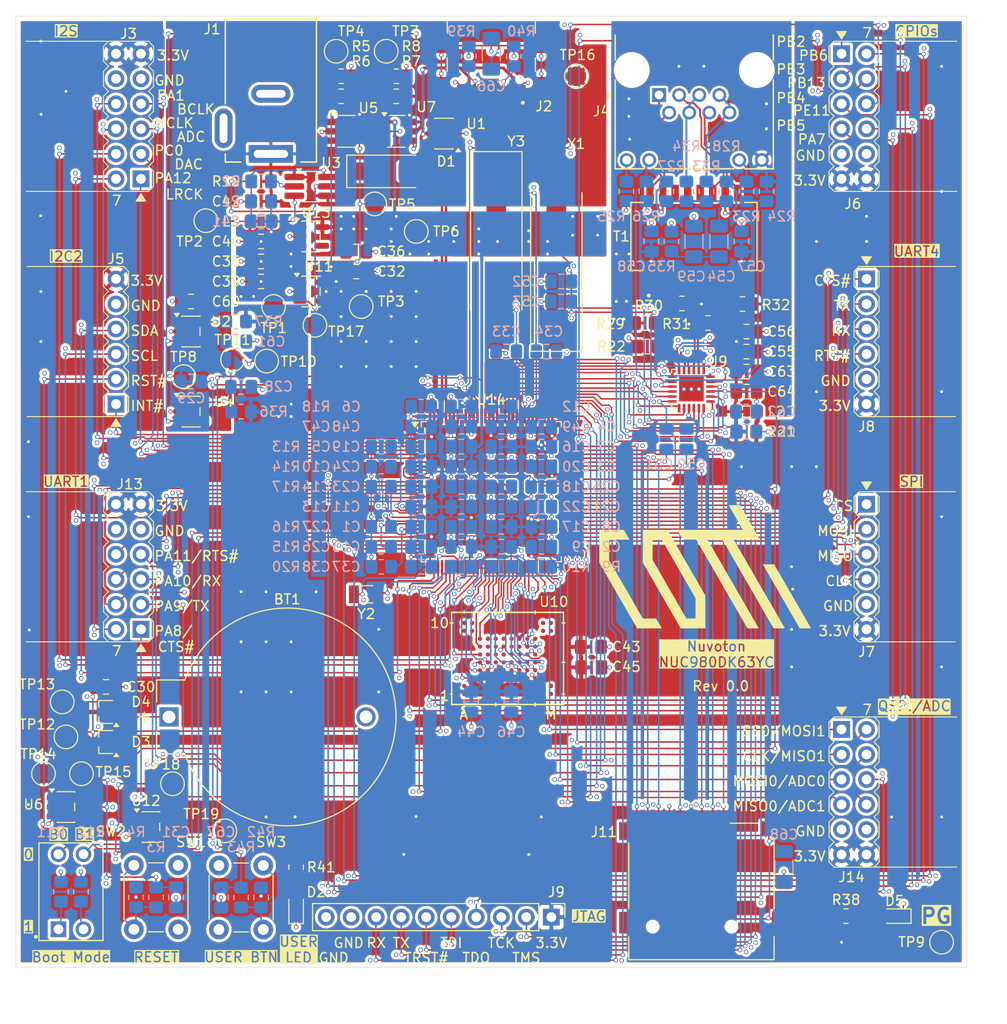
<source format=kicad_pcb>
(kicad_pcb (version 20241229) (generator "pcbnew") (generator_version "9.0")
  (title_block (title "Nuvoton board") (date "2026-02-01") (rev "0.0") (company "Cotti"))
  (layers (0 "F.Cu" signal) (4 "In1.Cu" signal) (6 "In2.Cu" signal) (2 "B.Cu" signal) (13 "F.Paste" user) (15 "B.Paste" user) (5 "F.SilkS" user "F.Silkscreen") (7 "B.SilkS" user "B.Silkscreen") (1 "F.Mask" user) (3 "B.Mask" user) (25 "Edge.Cuts" user))
  (net 0 "")
  (net 1 "+3V3")
  (net 2 "GND")
  (net 3 "+1V2")
  (net 4 "+1V8")
  (net 5 "Net-(U4-OUT)")
  (net 6 "+5V")
  (net 7 "+VBAT")
  (net 8 "Net-(C31-Pad1)")
  (net 9 "/xt_out")
  (net 10 "/xt_in")
  (net 11 "+2V2")
  (net 12 "/x32_out")
  (net 13 "/x32_in")
  (net 14 "Net-(U3-FB)")
  (net 15 "/ethernet/xt_out")
  (net 16 "/ethernet/xt_in")
  (net 17 "Net-(C54-Pad1)")
  (net 18 "Earth")
  (net 19 "VDDA")
  (net 20 "Net-(U2-OUT)")
  (net 21 "Net-(J2-SHIELD1)")
  (net 22 "Net-(C67-Pad1)")
  (net 23 "Net-(J11-COVER_GND)")
  (net 24 "VBUS")
  (net 25 "Net-(D2-A)")
  (net 27 "Net-(BT1-+)")
  (net 29 "Net-(D5-A)")
  (net 30 "/USB/cc1")
  (net 31 "/usb0_d-")
  (net 34 "/usb0_d+")
  (net 35 "/USB/cc2")
  (net 36 "/I2S_DI")
  (net 37 "/EINT1")
  (net 38 "/I2S_MCLK")
  (net 39 "/GPIO13")
  (net 40 "/I2S_BCLK")
  (net 41 "/GPIO12")
  (net 42 "/I2S_LRCK")
  (net 43 "/I2S_DO")
  (net 44 "Net-(J4-Pad11)")
  (net 45 "/ethernet/TXN")
  (net 46 "/ethernet/TXP")
  (net 47 "Net-(J4-Pad9)")
  (net 48 "Net-(J4-Pad7)")
  (net 49 "/ethernet/RXP")
  (net 50 "Net-(J4-Pad4)")
  (net 51 "/ethernet/led2_nintsel")
  (net 52 "/ethernet/RXN")
  (net 53 "/EINT0")
  (net 54 "/rst#")
  (net 55 "/I2C2_SCL")
  (net 56 "/I2C2_SDA")
  (net 57 "/GPIO0")
  (net 58 "/GPIO1")
  (net 59 "/GPIO7")
  (net 60 "/GPIO6")
  (net 61 "/GPIO2")
  (net 62 "/GPIO5")
  (net 63 "/GPIO3")
  (net 64 "/GPIO4")
  (net 65 "/SPI0_MOSI")
  (net 66 "/SPI0_SS0")
  (net 67 "/SPI0_MISO")
  (net 68 "/SPI0_CLK")
  (net 69 "/UART4_RTS")
  (net 70 "/UART4_RX")
  (net 71 "/UART4_CTS")
  (net 72 "/UART4_TX")
  (net 73 "/TCK")
  (net 74 "/TDI")
  (net 75 "/TDO")
  (net 76 "/UART0_TX")
  (net 77 "/TMS")
  (net 78 "/UART0_RX")
  (net 79 "/TRST#")
  (net 80 "/SD1_CMD")
  (net 81 "/SD1_D2")
  (net 82 "/SD1_D3")
  (net 83 "/SD1_D0")
  (net 84 "/SD1_D1")
  (net 85 "/SD1_CLK")
  (net 86 "/SD1_CD")
  (net 87 "/UART1_TX")
  (net 88 "/GPIO10")
  (net 89 "/GPIO11")
  (net 90 "/UART1_RTS")
  (net 91 "/UART1_CTS")
  (net 92 "/GPIO9")
  (net 93 "/GPIO8")
  (net 94 "/UART1_RX")
  (net 95 "/QSPI0_MOSI1")
  (net 96 "/QSPI0_SS0")
  (net 97 "/QSPI0_MISO0")
  (net 98 "/QSPI0_MISO1")
  (net 99 "/ADC1")
  (net 100 "/ADC0")
  (net 101 "/QSPI0_CLK")
  (net 102 "/QSPI0_MOSI0")
  (net 103 "Net-(U3-SW)")
  (net 104 "Net-(R3-Pad1)")
  (net 105 "Net-(U5--)")
  (net 106 "Net-(U7--)")
  (net 107 "/nand_rdy#")
  (net 108 "/nand_wp#")
  (net 109 "Net-(R11-Pad1)")
  (net 110 "Net-(R12-Pad1)")
  (net 111 "/sd1_boot")
  (net 112 "/nand_ecc8")
  (net 113 "/uart0_debug")
  (net 114 "/nand_page_size_2k_0")
  (net 115 "/nand_page_size_2k_1")
  (net 116 "/usb0_rext")
  (net 117 "/Power/pg_2v2")
  (net 118 "/wdt_off")
  (net 119 "/RMII0_REFCLK")
  (net 120 "Net-(U9-RBIAS)")
  (net 121 "/ethernet/led1_regoff")
  (net 122 "Net-(T1-CT1_15)")
  (net 123 "Net-(T1-CT2_10)")
  (net 124 "/ethernet/PHY_TXP")
  (net 125 "/ethernet/PHY_TXN")
  (net 126 "/ethernet/PHY_RXP")
  (net 127 "/ethernet/PHY_RXN")
  (net 128 "/EINT2")
  (net 129 "Net-(R42-Pad2)")
  (net 130 "/boot1")
  (net 131 "/boot0")
  (net 136 "/Power/en_1.8v")
  (net 137 "/Power/en_3.3v")
  (net 138 "/EINT3")
  (net 142 "/RMII0_RXD0")
  (net 143 "/RMII0_RXD1")
  (net 144 "/RMII0_CRSDV")
  (net 145 "/RMII0_TXD1")
  (net 146 "/RMII0_TXEN")
  (net 147 "/RMII0_TXD0")
  (net 148 "/RMII0_RXERR")
  (net 149 "/RMII0_MDC")
  (net 150 "/RMII0_MDIO")
  (net 162 "/nand_ale")
  (net 170 "/nand_re#")
  (net 172 "/nand_data5")
  (net 173 "/nand_data1")
  (net 174 "/nand_data0")
  (net 177 "/nand_we#")
  (net 183 "/nand_cs#")
  (net 186 "/nand_data4")
  (net 189 "/nand_data2")
  (net 194 "/nand_data7")
  (net 196 "/nand_data3")
  (net 198 "/nand_cle")
  (net 199 "/nand_data6")
  (footprint "TestPoint:TestPoint_Pad_D2.0mm" (layer "F.Cu") (at 78.994 127.6858)
    (property "Reference" "TP14")
    (property "Value" "TestPoint")
  )
  (footprint "Capacitor_SMD:C_0805_2012Metric_Pad1.18x1.45mm_HandSolder" (layer "F.Cu") (at 93.98 79.756 180)
    (property "Reference" "C60")
    (property "Value" "1uF")
  )
  (footprint "Connector_PinHeader_2.54mm:PinHeader_1x10_P2.54mm_Vertical" (layer "F.Cu") (at 130.556 142.24 -90)
    (property "Reference" "J9")
    (property "Value" "Conn_01x10")
  )
  (footprint "Capacitor_SMD:C_0805_2012Metric_Pad1.18x1.45mm_HandSolder" (layer "F.Cu") (at 150.368 88.9)
    (property "Reference" "C64")
    (property "Value" "100nF")
  )
  (footprint "cotti_footprints:ADC-002-1" (layer "F.Cu") (at 102.082301 64.773998)
    (property "Reference" "J1")
    (property "Value" "ADC-002-1" (hide yes))
  )
  (footprint "Capacitor_SMD:C_0805_2012Metric_Pad1.18x1.45mm_HandSolder" (layer "F.Cu") (at 110.744 76.708)
    (property "Reference" "C32")
    (property "Value" "1uF")
  )
  (footprint "cotti_footprints:SW_DS01-254-L-02BE" (layer "F.Cu") (at 81.788 139.6625)
    (property "Reference" "SW2")
    (property "Value" "SW_DIP_x02" (hide yes))
  )
  (footprint "Capacitor_SMD:C_0805_2012Metric_Pad1.18x1.45mm_HandSolder" (layer "F.Cu") (at 101.092 77.724 180)
    (property "Reference" "C39")
    (property "Value" "1uF")
  )
  (footprint "LED_SMD:LED_0603_1608Metric_Pad1.05x0.95mm_HandSolder" (layer "F.Cu") (at 165.4162 142.1384 180)
    (property "Reference" "D5")
    (property "Value" "Yellow-Green Vf=2V If=10mA")
  )
  (footprint "Button_Switch_THT:SW_PUSH_6mm_H5mm" (layer "F.Cu") (at 92.674 136.9795 -90)
    (property "Reference" "SW1")
    (property "Value" "SW_Push_Dual")
  )
  (footprint "Diode_SMD:D_SMA_Handsoldering" (layer "F.Cu") (at 114.3 66.548)
    (property "Reference" "D1")
    (property "Value" "SS12")
  )
  (footprint "Resistor_SMD:R_0805_2012Metric_Pad1.20x1.40mm_HandSolder" (layer "F.Cu") (at 109.22 56.896)
    (property "Reference" "R5")
    (property "Value" "27k")
  )
  (footprint "cotti_footprints:XFMR_SM13126PEL" (layer "F.Cu") (at 145.034 73.152 90)
    (property "Reference" "T1")
    (property "Value" "SM13126PEL" (hide yes))
  )
  (footprint "cotti_footprints:Pmod_1x06_socket" (layer "F.Cu") (at 86.36 90.17 180)
    (property "Reference" "J5")
    (property "Value" "Pmod I2C 1x06 socket" (hide yes))
  )
  (footprint "Button_Switch_THT:SW_PUSH_6mm_H5mm" (layer "F.Cu") (at 96.81 143.4955 90)
    (property "Reference" "SW3")
    (property "Value" "SW_Push_Dual")
  )
  (footprint "cotti_footprints:CUI_MSD-4-A" (layer "F.Cu") (at 145.796 139.9552)
    (property "Reference" "J11")
    (property "Value" "MSD-4-A")
  )
  (footprint "Package_TO_SOT_SMD:SOT-23-6" (layer "F.Cu") (at 119.6594 62.7126 180)
    (property "Reference" "U1")
    (property "Value" "TESD5V0V4UCX6 RFG")
  )
  (footprint "Package_TO_SOT_SMD:SOT-23-5_HandSoldering" (layer "F.Cu") (at 114.808 62.484)
    (property "Reference" "U7")
    (property "Value" "MCP6541UT-E/OT")
  )
  (footprint "TestPoint:TestPoint_Pad_D2.0mm" (layer "F.Cu") (at 80.899 120.396)
    (property "Reference" "TP13")
    (property "Value" "TestPoint")
  )
  (footprint "Resistor_SMD:R_0805_2012Metric_Pad1.20x1.40mm_HandSolder" (layer "F.Cu") (at 143.8148 79.9592 180)
    (property "Reference" "R30")
    (property "Value" "49.9R")
  )
  (footprint "cotti_footprints:VFBGA63_9X11_MAC-M" (layer "F.Cu") (at 126.1174 115.982399 90)
    (property "Reference" "U10")
    (property "Value" "MX30LF1G28AD-XKI" (hide yes))
  )
  (footprint "cotti_footprints:SAMESKY_UJ20-C-H-G-SMT-5-P16-TR" (layer "F.Cu") (at 124.46 54.61 180)
    (property "Reference" "J2")
    (property "Value" "USB_C (16 + 8)" (hide yes))
  )
  (footprint "Capacitor_SMD:C_0805_2012Metric_Pad1.18x1.45mm_HandSolder" (layer "F.Cu") (at 110.744 74.676)
    (property "Reference" "C36")
    (property "Value" "1uF")
  )
  (footprint "Resistor_SMD:R_0805_2012Metric_Pad1.20x1.40mm_HandSolder" (layer "F.Cu") (at 140.0556 81.9404)
    (property "Reference" "R29")
    (property "Value" "49.9R")
  )
  (footprint "Capacitor_SMD:C_0805_2012Metric_Pad1.18x1.45mm_HandSolder" (layer "F.Cu") (at 150.368 86.868)
    (property "Reference" "C63")
    (property "Value" "2.2uF")
  )
  (footprint "cotti_footprints:Pmod_2x06_socket" (layer "F.Cu") (at 160.02 123.19)
    (property "Reference" "J14")
    (property "Value" "Pmod GPIO 2x06 socket" (hide yes))
  )
  (footprint "Package_TO_SOT_SMD:SC-74A-5_1.55x2.9mm_P0.95mm" (layer "F.Cu") (at 81.28 131.064)
    (property "Reference" "U6")
    (property "Value" "NL17SZ17DBVT1G")
  )
  (footprint "Resistor_SMD:R_0805_2012Metric_Pad1.20x1.40mm_HandSolder" (layer "F.Cu") (at 149.9616 80.01 180)
    (property "Reference" "R32")
    (property "Value" "49.9R")
  )
  (footprint "Resistor_SMD:R_0805_2012Metric_Pad1.20x1.40mm_HandSolder" (layer "F.Cu") (at 160.4772 142.1384)
    (property "Reference" "R38")
    (property "Value" "270R")
  )
  (footprint "Capacitor_SMD:C_0805_2012Metric_Pad1.18x1.45mm_HandSolder" (layer "F.Cu") (at 101.092 73.66 180)
    (property "Reference" "C40")
    (property "Value" "22uF")
  )
  (footprint "Package_TO_SOT_SMD:SOT-23-5" (layer "F.Cu") (at 106.172 73.152)
    (property "Reference" "U13")
    (property "Value" "TLV74318PDBVR")
  )
  (footprint "TestPoint:TestPoint_Pad_D2.0mm" (layer "F.Cu") (at 82.8548 127.6858)
    (property "Reference" "TP15")
    (property "Value" "TestPoint")
  )
  (footprint "TestPoint:TestPoint_Pad_D2.0mm" (layer "F.Cu") (at 95.4786 71.5518)
    (property "Reference" "TP2")
    (property "Value" "TestPoint")
  )
  (footprint "Capacitor_SMD:C_0805_2012Metric_Pad1.18x1.45mm_HandSolder" (layer "F.Cu") (at 85.344 118.872)
    (property "Reference" "C30")
    (property "Value" "100nF")
  )
  (footprint "Resistor_SMD:R_0805_2012Metric_Pad1.20x1.40mm_HandSolder" (layer "F.Cu") (at 140.3096 84.328)
    (property "Reference" "R22")
    (property "Value" "12.1k")
  )
  (footprint "TestPoint:TestPoint_Pad_D2.0mm" (layer "F.Cu") (at 92.1004 128.7018 180)
    (property "Reference" "TP18")
    (property "Value" "TestPoint")
  )
  (footprint "TestPoint:TestPoint_Pad_D2.0mm" (layer "F.Cu") (at 111.252 80.264)
    (property "Reference" "TP3")
    (property "Value" "TestPoint")
  )
  (footprint "cotti_footprints:Pmod_1x06_socket" (layer "F.Cu") (at 162.5602 77.47)
    (property "Reference" "J8")
    (property "Value" "Pmod UART 1x06 socket" (hide yes))
  )
  (footprint "TestPoint:TestPoint_Pad_D2.0mm" (layer "F.Cu") (at 98.1964 85.6488)
    (property "Reference" "TP11")
    (property "Value" "TestPoint")
  )
  (footprint "Capacitor_SMD:C_0805_2012Metric_Pad1.18x1.45mm_HandSolder" (layer "F.Cu") (at 134.5692 114.808)
    (property "Reference" "C43")
    (property "Value" "100nF")
  )
  (footprint "Crystal:Crystal_SMD_3215-2Pin_3.2x1.5mm" (layer "F.Cu") (at 111.76 109.474 180)
    (property "Reference" "Y2")
    (property "Value" "XTAL 32.768KHz 12.5pF")
  )
  (footprint "Package_TO_SOT_SMD:TSOT-23-6_HandSoldering" (layer "F.Cu") (at 106.172 68.072)
    (property "Reference" "U3")
    (property "Value" "TPS62A01APDDCR")
  )
  (footprint "cotti_footprints:Pmod_2x06_socket" (layer "F.Cu") (at 88.9 67.31 180)
    (property "Reference" "J3")
    (property "Value" "Pmod I2S 2x06 socket" (hide yes))
  )
  (footprint "LED_SMD:LED_0603_1608Metric_Pad1.05x0.95mm_HandSolder" (layer "F.Cu") (at 104.648 141.24 90)
    (property "Reference" "D2")
    (property "Value" "Red Vf=2V If=10mA")
  )
  (footprint "Crystal:Crystal_SMD_HC49-SD_HandSoldering" (layer "F.Cu") (at 124.968 74.676 -90)
    (property "Reference" "Y1")
    (property "Value" "XTAL 12MHz 20pF")
  )
  (footprint "Resistor_SMD:R_0805_2012Metric_Pad1.20x1.40mm_HandSolder" (layer "F.Cu") (at 109.22 58.928 180)
    (property "Reference" "R6")
    (property "Value" "100k")
  )
  (footprint "Package_TO_SOT_SMD:SOT-323_SC-70_Handsoldering" (layer "F.Cu") (at 85.344 124.46 180)
    (property "Reference" "D3")
    (property "Value" "SDMG0340L-7-F")
  )
  (footprint "TestPoint:TestPoint_Pad_D2.0mm" (layer "F.Cu") (at 102.362 80.264)
    (property "Reference" "TP1")
    (property "Value" "TestPoint")
  )
  (footprint "TestPoint:TestPoint_Pad_D2.0mm" (layer "F.Cu") (at 133.096 56.896)
    (property "Reference" "TP16")
    (property "Value" "TestPoint")
  )
  (footprint "Package_TO_SOT_SMD:SOT-23-5" (layer "F.Cu") (at 93.98 90.932)
    (property "Reference" "U4")
    (property "Value" "TLV74333PDBVR")
  )
  (footprint "cotti_footprints:RJ45_MTJ-88ARX1-LH_ADM" (layer "F.Cu") (at 148.6371 58.801 180)
    (property "Reference" "J4")
    (property "Value" "MTJ-88ARX1-LH" (hide yes))
  )
  (footprint "cotti_footprints:Pmod_1x06_socket" (layer "F.Cu") (at 162.56 100.33)
    (property "Reference" "J7")
    (property "Value" "Pmod SPI 1x06 socket" (hide yes))
  )
  (footprint "cotti_footprints:QFN50P400X400X100-25N" (layer "F.Cu") (at 144.78 88.646)
    (property "Reference" "U9")
    (property "Value" "LAN8720A-CP" (hide yes))
  )
  (footprint "Inductor_SMD:L_0805_2012Metric_Pad1.05x1.20mm_HandSolder" (layer "F.Cu") (at 150.368 90.932 180)
    (property "Reference" "L2")
    (property "Value" "Ferrite 600R @ 100Mhz")
  )
  (footprint "TestPoint:TestPoint_Pad_D2.0mm" (layer "F.Cu") (at 170.18 144.78)
    (property "Reference" "TP9")
    (property "Value" "TestPoint")
  )
  (footprint "TestPoint:TestPoint_Pad_D2.0mm" (layer "F.Cu") (at 81.28 123.952)
    (property "Reference" "TP12")
    (property "Value" "TestPoint")
  )
  (footprint "TestPoint:TestPoint_Pad_D2.0mm" (layer "F.Cu") (at 106.553 82.169)
    (property "Reference" "TP17")
    (property "Value" "TestPoint")
  )
  (footprint "TestPoint:TestPoint_Pad_D2.0mm" (layer "F.Cu") (at 116.84 72.644)
    (property "Reference" "TP6")
    (property "Value" "TestPoint")
  )
  (footprint "Resistor_SMD:R_0805_2012Metric_Pad1.20x1.40mm_HandSolder" (layer "F.Cu") (at 104.648 137.176 -90)
    (property "Reference" "R41")
    (property "Value" "1k")
  )
  (footprint "cotti_footprints:Pmod_2x06_socket" (layer "F.Cu") (at 88.9 113.03 180)
    (property "Reference" "J13")
    (property "Value" "Pmod UART 2x06 socket" (hide yes))
  )
  (footprint "Package_TO_SOT_SMD:SOT-23-5" (layer "F.Cu") (at 106.172 78.74)
    (property "Reference" "U11")
    (property "Value" "TLV74312PDBVR")
  )
  (footprint "Package_QFP:LQFP-128_14x14mm_P0.4mm" (layer "F.Cu") (at 124.46 99.06)
    (property "Reference" "U14")
    (property "Value" "NUC980DK63YC")
  )
  (footprint "Resistor_SMD:R_0805_2012Metric_Pad1.20x1.40mm_HandSolder" (layer "F.Cu") (at 114.824 56.896)
    (property "Reference" "R8")
    (property "Value" "47k")
  )
  (footprint "Capacitor_SMD:C_0805_2012Metric_Pad1.18x1.45mm_HandSolder" (layer "F.Cu") (at 150.368 82.804)
    (property "Reference" "C56")
    (property "Value" "100nF")
  )
  (footprint "TestPoint:TestPoint_Pad_D2.0mm" (layer "F.Cu") (at 93.218 87.376)
    (property "Reference" "TP8")
    (property "Value" "TestPoint")
  )
  (footprint "Resistor_SMD:R_0805_2012Metric_Pad1.20x1.40mm_HandSolder" (layer "F.Cu") (at 146.4564 81.9404)
    (property "Reference" "R31")
    (property "Value" "49.9R")
  )
  (footprint "Package_TO_SOT_SMD:SOT-23-5" (layer "F.Cu") (at 93.98 82.804)
    (property "Reference" "U2")
    (property "Value" "TLV74333PDBVR")
  )
  (footprint "Resistor_SMD:R_0805_2012Metric_Pad1.20x1.40mm_HandSolder" (layer "F.Cu") (at 150.368 92.964)
    (property "Reference" "R21")
    (property "Value" "10k")
  )
  (footprint "cotti_footprints:BAT_BH-25C-1" (layer "F.Cu") (at 103.741 121.92 180)
    (property "Reference" "BT1")
    (property "Value" "CR2032  (3V)")
  )
  (footprint "cotti_logo:cotti_logo_filled H=10mm T=1mm" (layer "F.Cu") (at 135.421298 102.93)
    (property "Reference" "REF**" (hide yes))
    (property "Value" "cotti_logo_filled H=10mm T=1mm" (hide yes))
  )
  (footprint "TestPoint:TestPoint_Pad_D2.0mm" (layer "F.Cu") (at 113.792 54.356)
    (property "Reference" "TP7")
    (property "Value" "TestPoint")
  )
  (footprint "Package_TO_SOT_SMD:SC-74A-5_1.55x2.9mm_P0.95mm" (layer "F.Cu") (at 89.916 133.096)
    (property "Reference" "U12")
    (property "Value" "MC74VHC1GT14DBVT1G")
  )
  (footprint "TestPoint:TestPoint_Pad_D2.0mm" (layer "F.Cu") (at 97.409 133.477 90)
    (property "Reference" "TP19")
    (property "Value" "TestPoint")
  )
  (footprint "Capacitor_SMD:C_0805_2012Metric_Pad1.18x1.45mm_HandSolder" (layer "F.Cu") (at 101.092 69.596 180)
    (property "Reference" "C42")
    (property "Value" "4.7uF")
  )
  (footprint "Resistor_SMD:R_0805_2012Metric_Pad1.20x1.40mm_HandSolder" (layer "F.Cu") (at 101.092 67.564)
    (property "Reference" "R19")
    (property "Value" "500k")
  )
  (footprint "Inductor_SMD:L_0805_2012Metric_Pad1.05x1.20mm_HandSolder" (layer "F.Cu") (at 101.092 71.628 180)
    (property "Reference" "L1")
    (property "Value" "1uH")
  )
  (footprint "TestPoint:TestPoint_Pad_D2.0mm" (layer "F.Cu") (at 101.6508 85.8012)
    (property "Reference" "TP10")
    (property "Value" "TestPoint")
  )
  (footprint "Capacitor_SMD:C_0805_2012Metric_Pad1.18x1.45mm_HandSolder" (layer "F.Cu") (at 150.368 84.836)
    (property "Reference" "C55")
    (property "Value" "100nF")
  )
  (footprint "Crystal:Crystal_SMD_HC49-SD_HandSoldering" (layer "F.Cu") (at 131.064 74.676 90)
    (property "Reference" "Y3")
    (property "Value" "XTAL 25MHz 20pF")
  )
  (footprint "TestPoint:TestPoint_Pad_D2.0mm" (layer "F.Cu") (at 108.712 54.356)
    (property "Reference" "TP4")
    (property "Value" "TestPoint")
  )
  (footprint "Resistor_SMD:R_0805_2012Metric_Pad1.20x1.40mm_HandSolder" (layer "F.Cu") (at 114.808 58.928 180)
    (property "Reference" "R7")
    (property "Value" "100k")
  )
  (footprint "Capacitor_SMD:C_0805_2012Metric_Pad1.18x1.45mm_HandSolder" (layer "F.Cu") (at 101.092 75.692 180)
    (property "Reference" "C35")
    (property "Value" "1uF")
  )
  (footprint "Package_TO_SOT_SMD:SOT-23-5_HandSoldering" (layer "F.Cu") (at 109.728 62.484)
    (property "Reference" "U5")
    (property "Value" "MCP6541UT-E/OT")
  )
  (footprint "cotti_footprints:Pmod_2x06_socket" (layer "F.Cu") (at 160.02 54.61)
    (property "Reference" "J6")
    (property "Value" "Pmod GPIO 2x06 socket" (hide yes))
  )
  (footprint "Capacitor_SMD:C_0805_2012Metric_Pad1.18x1.45mm_HandSolder" (layer "F.Cu") (at 134.62 116.8908)
    (property "Reference" "C45")
    (property "Value" "100nF")
  )
  (footprint "Package_TO_SOT_SMD:SOT-323_SC-70_Handsoldering" (layer "F.Cu") (at 85.344 121.412 180)
    (property "Reference" "D4")
    (property "Value" "SDMG0340L-7-F")
  )
  (footprint "TestPoint:TestPoint_Pad_D2.0mm" (layer "F.Cu") (at 112.6236 69.85)
    (property "Reference" "TP5")
    (property "Value" "TestPoint")
  )
  (footprint "Resistor_SMD:R_0805_2012Metric_Pad1.20x1.40mm_HandSolder" (layer "B.Cu") (at 113.284 104.648 180)
    (property "Reference" "R15")
    (property "Value" "10k")
  )
  (footprint "Capacitor_SMD:C_0805_2012Metric_Pad1.18x1.45mm_HandSolder" (layer "B.Cu") (at 125.476 96.52)
    (property "Reference" "C20")
    (property "Value" "100nF")
  )
  (footprint "Capacitor_SMD:C_0805_2012Metric_Pad1.18x1.45mm_HandSolder" (layer "B.Cu") (at 121.412 96.52 180)
    (property "Reference" "C24")
    (property "Value" "10uF")
  )
  (footprint "Resistor_SMD:R_0805_2012Metric_Pad1.20x1.40mm_HandSolder" (layer "B.Cu") (at 80.772 139.6625 90)
    (property "Reference" "R11")
    (property "Value" "10k")
  )
  (footprint "Capacitor_SMD:C_0805_2012Metric_Pad1.18x1.45mm_HandSolder" (layer "B.Cu") (at 98.552 83.82)
    (property "Reference" "C61")
    (property "Value" "1uF")
  )
  (footprint "Capacitor_SMD:C_0805_2012Metric_Pad1.18x1.45mm_HandSolder" (layer "B.Cu") (at 125.476 104.648)
    (property "Reference" "C9")
    (property "Value" "100nF")
  )
  (footprint "Resistor_SMD:R_0805_2012Metric_Pad1.20x1.40mm_HandSolder" (layer "B.Cu") (at 126.746 54.864 90)
    (property "Reference" "R40")
    (property "Value" "5.1k")
  )
  (footprint "Capacitor_SMD:C_0805_2012Metric_Pad1.18x1.45mm_HandSolder" (layer "B.Cu") (at 129.54 98.552)
    (property "Reference" "C25")
    (property "Value" "10uF")
  )
  (footprint "Resistor_SMD:R_0805_2012Metric_Pad1.20x1.40mm_HandSolder" (layer "B.Cu") (at 101.092 67.564)
    (property "Reference" "R2")
    (property "Value" "100k")
  )
  (footprint "Capacitor_SMD:C_0805_2012Metric_Pad1.18x1.45mm_HandSolder" (layer "B.Cu") (at 130.048 84.836)
    (property "Reference" "C34")
    (property "Value" "33pF")
  )
  (footprint "Resistor_SMD:R_0805_2012Metric_Pad1.20x1.40mm_HandSolder" (layer "B.Cu") (at 144.272 68.58 90)
    (property "Reference" "R34")
    (property "Value" "75R")
  )
  (footprint "Capacitor_SMD:C_0805_2012Metric_Pad1.18x1.45mm_HandSolder" (layer "B.Cu") (at 93.98 87.884)
    (property "Reference" "C29")
    (property "Value" "1uF")
  )
  (footprint "Resistor_SMD:R_0805_2012Metric_Pad1.20x1.40mm_HandSolder" (layer "B.Cu") (at 101.092 69.596 180)
    (property "Reference" "R1")
    (property "Value" "270k")
  )
  (footprint "Capacitor_SMD:C_0805_2012Metric_Pad1.18x1.45mm_HandSolder" (layer "B.Cu") (at 121.412 94.488 180)
    (property "Reference" "C19")
    (property "Value" "100nF")
  )
  (footprint "Capacitor_SMD:C_0805_2012Metric_Pad1.18x1.45mm_HandSolder" (layer "B.Cu") (at 117.348 98.552 180)
    (property "Reference" "C14")
    (property "Value" "10uF")
  )
  (footprint "Resistor_SMD:R_0805_2012Metric_Pad1.20x1.40mm_HandSolder" (layer "B.Cu") (at 150.368 68.58 90)
    (property "Reference" "R23")
    (property "Value" "270R")
  )
  (footprint "Resistor_SMD:R_0805_2012Metric_Pad1.20x1.40mm_HandSolder" (layer "B.Cu") (at 113.284 106.68 180)
    (property "Reference" "R20")
    (property "Value" "10k")
  )
  (footprint "Capacitor_SMD:C_0805_2012Metric_Pad1.18x1.45mm_HandSolder" (layer "B.Cu") (at 121.412 102.616 180)
    (property "Reference" "C1")
    (property "Value" "100nF")
  )
  (footprint "Capacitor_SMD:C_1206_3216Metric_Pad1.33x1.80mm_HandSolder" (layer "B.Cu") (at 147.574 73.66 -90)
    (property "Reference" "C54")
    (property "Value" "1nF 2kV")
  )
  (footprint "Capacitor_SMD:C_0805_2012Metric_Pad1.18x1.45mm_HandSolder" (layer "B.Cu") (at 125.476 94.488 180)
    (property "Reference" "C16")
    (property "Value" "10uF")
  )
  (footprint "Capacitor_SMD:C_0805_2012Metric_Pad1.18x1.45mm_HandSolder" (layer "B.Cu") (at 129.54 100.584)
    (property "Reference" "C21")
    (property "Value" "100nF")
  )
  (footprint "Capacitor_SMD:C_0805_2012Metric_Pad1.18x1.45mm_HandSolder" (layer "B.Cu") (at 97.028 140.2455 -90)
    (property "Reference" "C67")
    (property "Value" "0.47uF")
  )
  (footprint "Resistor_SMD:R_0805_2012Metric_Pad1.20x1.40mm_HandSolder" (layer "B.Cu") (at 148.336 68.58 -90)
    (property "Reference" "R28")
    (property "Value" "75R")
  )
  (footprint "Capacitor_SMD:C_0805_2012Metric_Pad1.18x1.45mm_HandSolder" (layer "B.Cu") (at 121.412 104.648 180)
    (property "Reference" "C15")
    (property "Value" "10uF")
  )
  (footprint "Resistor_SMD:R_0805_2012Metric_Pad1.20x1.40mm_HandSolder" (layer "B.Cu") (at 99.06 140.2455 90)
    (property "Reference" "R43")
    (property "Value" "10k")
  )
  (footprint "Resistor_SMD:R_0805_2012Metric_Pad1.20x1.40mm_HandSolder" (layer "B.Cu") (at 88.392 140.2295 -90)
    (property "Reference" "R4")
    (property "Value" "10k")
  )
  (footprint "Resistor_SMD:R_0805_2012Metric_Pad1.20x1.40mm_HandSolder" (layer "B.Cu") (at 138.176 68.58 -90)
    (property "Reference" "R25")
    (property "Value" "270R")
  )
  (footprint "Capacitor_SMD:C_0805_2012Metric_Pad1.18x1.45mm_HandSolder" (layer "B.Cu") (at 117.348 104.648 180)
    (property "Reference" "C26")
    (property "Value" "100nF")
  )
  (footprint "Capacitor_SMD:C_1206_3216Metric_Pad1.33x1.80mm_HandSolder" (layer "B.Cu") (at 145.034 73.66 -90)
    (property "Reference" "C59")
    (property "Value" "1nF 2kV")
  )
  (footprint "Capacitor_SMD:C_0805_2012Metric_Pad1.18x1.45mm_HandSolder" (layer "B.Cu") (at 121.412 100.584)
    (property "Reference" "C11")
    (property "Value" "100nF")
  )
  (footprint "Capacitor_SMD:C_0805_2012Metric_Pad1.18x1.45mm_HandSolder" (layer "B.Cu") (at 125.476 100.584 180)
    (property "Reference" "C22")
    (property "Value" "10uF")
  )
  (footprint "Capacitor_SMD:C_0805_2012Metric_Pad1.18x1.45mm_HandSolder" (layer "B.Cu") (at 150.3465 92.964)
    (property "Reference" "C65")
    (property "Value" "100nF")
  )
  (footprint "Resistor_SMD:R_0805_2012Metric_Pad1.20x1.40mm_HandSolder" (layer "B.Cu") (at 146.304 68.58 90)
    (property "Reference" "R33")
    (property "Value" "75R")
  )
  (footprint "Capacitor_SMD:C_1206_3216Metric_Pad1.33x1.80mm_HandSolder" (layer "B.Cu") (at 124.46 54.61 90)
    (property "Reference" "C66")
    (property "Value" "1nF 2kV")
  )
  (footprint "Capacitor_SMD:C_0805_2012Metric_Pad1.18x1.45mm_HandSolder" (layer "B.Cu") (at 129.54 92.456 180)
    (property "Reference" "C4")
    (property "Value" "100nF")
  )
  (footprint "Resistor_SMD:R_0805_2012Metric_Pad1.20x1.40mm_HandSolder" (layer "B.Cu") (at 99.06 90.932)
    (property "Reference" "R36")
    (property "Value" "620m")
  )
  (footprint "Resistor_SMD:R_0805_2012Metric_Pad1.20x1.40mm_HandSolder" (layer "B.Cu") (at 101.092 140.2455 -90)
    (property "Reference" "R42")
    (property "Value" "10k")
  )
  (footprint "Capacitor_SMD:C_0805_2012Metric_Pad1.18x1.45mm_HandSolder" (layer "B.Cu") (at 125.476 92.456)
    (property "Reference" "C49")
    (property "Value" "100nF")
  )
  (footprint "Capacitor_SMD:C_0805_2012Metric_Pad1.18x1.45mm_HandSolder" (layer "B.Cu") (at 99.06 88.43)
    (property "Reference" "C28")
    (property "Value" "1uF")
  )
  (footprint "Capacitor_SMD:C_0805_2012Metric_Pad1.18x1.45mm_HandSolder" (layer "B.Cu") (at 92.456 140.2295 -90)
    (property "Reference" "C31")
    (property "Value" "0.47uF")
  )
  (footprint "Capacitor_SMD:C_0805_2012Metric_Pad1.18x1.45mm_HandSolder" (layer "B.Cu") (at 149.86 73.66 90)
    (property "Reference" "C57")
    (property "Value" "100nF")
  )
  (footprint "Capacitor_SMD:C_0805_2012Metric_Pad1.18x1.45mm_HandSolder" (layer "B.Cu") (at 142.24 93.726 -90)
    (property "Reference" "C51")
    (property "Value" "470pF")
  )
  (footprint "Capacitor_SMD:C_0805_2012Metric_Pad1.18x1.45mm_HandSolder" (layer "B.Cu") (at 117.348 102.616 180)
    (property "Reference" "C27")
    (property "Value" "10uF")
  )
  (footprint "Capacitor_SMD:C_0805_2012Metric_Pad1.18x1.45mm_HandSolder" (layer "B.Cu") (at 125.984 84.836 180)
    (property "Reference" "C33")
    (property "Value" "33pF")
  )
  (footprint "Resistor_SMD:R_0805_2012Metric_Pad1.20x1.40mm_HandSolder" (layer "B.Cu") (at 113.284 102.616 180)
    (property "Reference" "R16")
    (property "Value" "10k")
  )
  (footprint "Capacitor_SMD:C_0805_2012Metric_Pad1.18x1.45mm_HandSolder" (layer "B.Cu") (at 121.412 98.552 180)
    (property "Reference" "C23")
    (property "Value" "10uF")
  )
  (footprint "Capacitor_SMD:C_0805_2012Metric_Pad1.18x1.45mm_HandSolder" (layer "B.Cu") (at 126.492 120.396 -90)
    (property "Reference" "C46")
    (property "Value" "100nF")
  )
  (footprint "Resistor_SMD:R_0805_2012Metric_Pad1.20x1.40mm_HandSolder" (layer "B.Cu") (at 125.476 106.68)
    (property "Reference" "R10")
    (property "Value" "10k")
  )
  (footprint "Resistor_SMD:R_0805_2012Metric_Pad1.20x1.40mm_HandSolder" (layer "B.Cu") (at 113.284 98.552 180)
    (property "Reference" "R17")
    (property "Value" "10k")
  )
  (footprint "Capacitor_SMD:C_0805_2012Metric_Pad1.18x1.45mm_HandSolder" (layer "B.Cu") (at 125.476 98.552 180)
    (property "Reference" "C18")
    (property "Value" "100nF")
  )
  (footprint "Resistor_SMD:R_0805_2012Metric_Pad1.20x1.40mm_HandSolder" (layer "B.Cu") (at 98.552 81.788)
    (property "Reference" "R37")
    (property "Value" "620m")
  )
  (footprint "Capacitor_SMD:C_0805_2012Metric_Pad1.18x1.45mm_HandSolder" (layer "B.Cu") (at 101.092 71.628 180)
    (property "Reference" "C41")
    (property "Value" "120pF")
  )
  (footprint "Capacitor_SMD:C_0805_2012Metric_Pad1.18x1.45mm_HandSolder" (layer "B.Cu") (at 125.476 102.616 180)
    (property "Reference" "C17")
    (property "Value" "10uF")
  )
  (footprint "Capacitor_SMD:C_0805_2012Metric_Pad1.18x1.45mm_HandSolder" (layer "B.Cu") (at 131.5505 79.756 180)
    (property "Reference" "C53")
    (property "Value" "33pF")
  )
  (footprint "Capacitor_SMD:C_0805_2012Metric_Pad1.18x1.45mm_HandSolder" (layer "B.Cu") (at 121.412 106.68)
    (property "Reference" "C37")
    (property "Value" "18pF")
  )
  (footprint "Capacitor_SMD:C_0805_2012Metric_Pad1.18x1.45mm_HandSolder" (layer "B.Cu") (at 122.428 120.396 -90)
    (property "Reference" "C44")
    (property "Value" "100nF")
  )
  (footprint "Resistor_SMD:R_0805_2012Metric_Pad1.20x1.40mm_HandSolder" (layer "B.Cu") (at 82.804 139.6625 90)
    (property "Reference" "R12")
    (property "Value" "10k")
  )
  (footprint "Resistor_SMD:R_0805_2012Metric_Pad1.20x1.40mm_HandSolder" (layer "B.Cu") (at 142.748 73.66 -90)
    (property "Reference" "R35")
    (property "Value" "0R N/C")
  )
  (footprint "Capacitor_SMD:C_0805_2012Metric_Pad1.18x1.45mm_HandSolder" (layer "B.Cu") (at 129.54 94.488)
    (property "Reference" "C7")
    (property "Value" "100nF")
  )
  (footprint "Capacitor_SMD:C_0805_2012Metric_Pad1.18x1.45mm_HandSolder" (layer "B.Cu") (at 129.5615 102.616)
    (property "Reference" "C8")
    (property "Value" "100nF")
  )
  (footprint "Capacitor_SMD:C_0805_2012Metric_Pad1.18x1.45mm_HandSolder" (layer "B.Cu") (at 144.272 93.726 -90)
    (property "Reference" "C50")
    (property "Value" "1uF")
  )
  (footprint "Resistor_SMD:R_0805_2012Metric_Pad1.20x1.40mm_HandSolder" (layer "B.Cu") (at 117.348 90.424 180)
    (property "Reference" "R18")
    (property "Value" "12.1k")
  )
  (footprint "Capacitor_SMD:C_0805_2012Metric_Pad1.18x1.45mm_HandSolder" (layer "B.Cu") (at 117.348 100.584 180)
    (property "Reference" "C13")
    (property "Value" "10uF")
  )
  (footprint "Capacitor_SMD:C_0805_2012Metric_Pad1.18x1.45mm_HandSolder" (layer "B.Cu") (at 117.348 92.456 180)
    (property "Reference" "C47")
    (property "Value" "100nF")
  )
  (footprint "Resistor_SMD:R_0805_2012Metric_Pad1.20x1.40mm_HandSolder" (layer "B.Cu") (at 90.424 140.2295 90)
    (property "Reference" "R3")
    (property "Value" "10k")
  )
  (footprint "Capacitor_SMD:C_0805_2012Metric_Pad1.18x1.45mm_HandSolder" (layer "B.Cu") (at 140.716 73.66 90)
    (property "Reference" "C58")
    (property "Value" "100nF")
  )
  (footprint "Capacitor_SMD:C_0805_2012Metric_Pad1.18x1.45mm_HandSolder" (layer "B.Cu") (at 129.54 104.648)
    (property "Reference" "C2")
    (property "Value" "100nF")
  )
  (footprint "Resistor_SMD:R_0805_2012Metric_Pad1.20x1.40mm_HandSolder" (layer "B.Cu") (at 140.208 68.58 -90)
    (property "Reference" "R26")
    (property "Value" "10k")
  )
  (footprint "Capacitor_SMD:C_0805_2012Metric_Pad1.18x1.45mm_HandSolder" (layer "B.Cu") (at 117.348 106.68 180)
    (property "Reference" "C38")
    (property "Value" "18pF")
  )
  (footprint "Capacitor_SMD:C_0805_2012Metric_Pad1.18x1.45mm_HandSolder" (layer "B.Cu") (at 131.572 77.724 180)
    (property "Reference" "C52")
    (property "Value" "33pF")
  )
  (footprint "Capacitor_SMD:C_0805_2012Metric_Pad1.18x1.45mm_HandSolder" (layer "B.Cu") (at 129.54 96.52 180)
    (property "Reference" "C3")
    (property "Value" "100nF")
  )
  (footprint "Capacitor_SMD:C_0805_2012Metric_Pad1.18x1.45mm_HandSolder" (layer "B.Cu") (at 121.412 92.456)
    (property "Reference" "C48")
    (property "Value" "10uF")
  )
  (footprint "Capacitor_SMD:C_0805_2012Metric_Pad1.18x1.45mm_HandSolder" (layer "B.Cu") (at 150.3465 90.932)
    (property "Reference" "C62")
    (property "Value" "2.2uF")
  )
  (footprint "Capacitor_SMD:C_0805_2012Metric_Pad1.18x1.45mm_HandSolder" (layer "B.Cu") (at 125.476 90.424)
    (property "Reference" "C12")
    (property "Value" "10uF")
  )
  (footprint "Capacitor_SMD:C_0805_2012Metric_Pad1.18x1.45mm_HandSolder" (layer "B.Cu") (at 117.348 96.52 180)
    (property "Reference" "C10")
    (property "Value" "100nF")
  )
  (footprint "Resistor_SMD:R_0805_2012Metric_Pad1.20x1.40mm_HandSolder" (layer "B.Cu") (at 142.24 68.58 -90)
    (property "Reference" "R27")
    (property "Value" "75R")
  )
  (footprint "Capacitor_SMD:C_1206_3216Metric_Pad1.33x1.80mm_HandSolder" (layer "B.Cu") (at 154.178 137.16 90)
    (property "Reference" "C68")
    (property "Value" "1nF 2kV")
  )
  (footprint "Capacitor_SMD:C_0805_2012Metric_Pad1.18x1.45mm_HandSolder" (layer "B.Cu") (at 117.348 94.488 180)
    (property "Reference" "C5")
    (property "Value" "100nF")
  )
  (footprint "Resistor_SMD:R_0805_2012Metric_Pad1.20x1.40mm_HandSolder" (layer "B.Cu") (at 129.54 106.68 180)
    (property "Reference" "R9")
    (property "Value" "10k")
  )
  (footprint "Resistor_SMD:R_0805_2012Metric_Pad1.20x1.40mm_HandSolder" (layer "B.Cu") (at 113.284 94.488 180)
    (property "Reference" "R13")
    (property "Value" "10k")
  )
  (footprint "Resistor_SMD:R_0805_2012Metric_Pad1.20x1.40mm_HandSolder" (layer "B.Cu") (at 122.174 54.864 90)
    (property "Reference" "R39")
    (property "Value" "5.1k")
  )
  (footprint "Resistor_SMD:R_0805_2012Metric_Pad1.20x1.40mm_HandSolder" (layer "B.Cu") (at 152.4 68.58 -90)
    (property "Reference" "R24")
    (property "Value" "10k")
  )
  (footprint "Resistor_SMD:R_0805_2012Metric_Pad1.20x1.40mm_HandSolder" (layer "B.Cu") (at 113.284 96.52 180)
    (property "Reference" "R14")
    (property "Value" "10k")
  )
  (footprint "Capacitor_SMD:C_0805_2012Metric_Pad1.18x1.45mm_HandSolder" (layer "B.Cu") (at 121.412 90.424 180)
    (property "Reference" "C6")
    (property "Value" "100nF")
  )
  (gr_rect (start 76.2 50.8) (end 172.72 147.32) (stroke (width 0.05)) (fill no) (layer "Edge.Cuts"))
  (gr_text "CS" (at 161.29 101.092 0) (layer "F.SilkS") (effects (font (size 1 1)) (justify right bottom)))
  (gr_text "Nuvoton\nNUC980DK63YC" (at 147.32 115.57 0) (layer "F.SilkS" knockout) (effects (font (size 1 1))))
  (gr_text "RX" (at 112.776 144.272 0) (layer "F.SilkS") (effects (font (size 1 1)) (justify top)))
  (gr_text "PB2" (at 156.464 53.975 0) (layer "F.SilkS") (effects (font (size 1 1)) (justify right bottom)))
  (gr_text "TCK" (at 125.476 144.272 0) (layer "F.SilkS") (effects (font (size 1 1)) (justify top)))
  (gr_text "MCLK" (at 90.17 62.23 0) (layer "F.SilkS") (effects (font (size 1 1)) (justify left bottom)))
  (gr_text "PG" (at 169.6212 142.1384 0) (layer "F.SilkS" knockout) (effects (font (size 1.5 1.5) (thickness 0.3) (bold yes))))
  (gr_text "MISO0/ADC1" (at 158.496 131.572 0) (layer "F.SilkS") (effects (font (size 1 1)) (justify right bottom)))
  (gr_text "SPI" (at 167.132 98.044 0) (layer "F.SilkS" knockout) (effects (font (size 1 1))))
  (gr_text "3.3V" (at 161.036 113.792 0) (layer "F.SilkS") (effects (font (size 1 1)) (justify right bottom)))
  (gr_text "PB6" (at 158.75 55.372 0) (layer "F.SilkS") (effects (font (size 1 1)) (justify right bottom)))
  (gr_text "PA8/" (at 90.17 113.792 0) (layer "F.SilkS") (effects (font (size 1 1)) (justify left bottom)))
  (gr_text "GND" (at 161.036 88.392 0) (layer "F.SilkS") (effects (font (size 1 1)) (justify right bottom)))
  (gr_text "PA11/RTS#" (at 90.17 106.172 0) (layer "F.SilkS") (effects (font (size 1 1)) (justify left bottom)))
  (gr_text "GND" (at 90.17 103.632 0) (layer "F.SilkS") (effects (font (size 1 1)) (justify left bottom)))
  (gr_text "CTS#" (at 161.036 78.232 0) (layer "F.SilkS") (effects (font (size 1 1)) (justify right bottom)))
  (gr_text "TX" (at 161.036 80.772 0) (layer "F.SilkS") (effects (font (size 1 1)) (justify right bottom)))
  (gr_text "DAC" (at 92.202 66.421 0) (layer "F.SilkS") (effects (font (size 1 1)) (justify left bottom)))
  (gr_text "PA1" (at 90.424 59.436 0) (layer "F.SilkS") (effects (font (size 1 1)) (justify left bottom)))
  (gr_text "UART1" (at 81.28 98.044 0) (layer "F.SilkS" knockout) (effects (font (size 1 1))))
  (gr_text "3.3V" (at 87.757 78.232 0) (layer "F.SilkS") (effects (font (size 1 1)) (justify left bottom)))
  (gr_text "I2C2" (at 81.28 75.184 0) (layer "F.SilkS" knockout) (effects (font (size 1 1))))
  (gr_text "PA10/RX" (at 90.17 108.712 0) (layer "F.SilkS") (effects (font (size 1 1)) (justify left bottom)))
  (gr_text "PA12" (at 90.17 67.818 0) (layer "F.SilkS") (effects (font (size 1 1)) (justify left bottom)))
  (gr_text "PA9/TX" (at 90.17 111.252 0) (layer "F.SilkS") (effects (font (size 1 1)) (justify left bottom)))
  (gr_text "MISO" (at 161.29 106.172 0) (layer "F.SilkS") (effects (font (size 1 1)) (justify right bottom)))
  (gr_text "ADC" (at 92.456 63.627 0) (layer "F.SilkS") (effects (font (size 1 1)) (justify left bottom)))
  (gr_text "GND" (at 161.29 111.252 0) (layer "F.SilkS") (effects (font (size 1 1)) (justify right bottom)))
  (gr_text "SDA" (at 87.757 83.312 0) (layer "F.SilkS") (effects (font (size 1 1)) (justify left bottom)))
  (gr_text "TDI" (at 120.396 144.272 0) (layer "F.SilkS") (effects (font (size 1 1)) (justify top)))
  (gr_text "B1" (at 83.1596 133.858 0) (layer "F.SilkS" knockout) (effects (font (size 1 1))))
  (gr_text "Boot Mode" (at 81.788 146.304 0) (layer "F.SilkS" knockout) (effects (font (size 1 1))))
  (gr_text "INT#" (at 87.757 90.932 0) (layer "F.SilkS") (effects (font (size 1 1)) (justify left bottom)))
  (gr_text "PE11" (at 159.004 60.96 0) (layer "F.SilkS") (effects (font (size 1 1)) (justify right bottom)))
  (gr_text "3.3V" (at 130.556 144.272 0) (layer "F.SilkS") (effects (font (size 1 1)) (justify top)))
  (gr_text "TRST#" (at 117.856 145.796 0) (layer "F.SilkS") (effects (font (size 1 1)) (justify top)))
  (gr_text "I2S" (at 81.28 52.324 0) (layer "F.SilkS" knockout) (effects (font (size 1 1))))
  (gr_text "3.3V" (at 90.297 101.092 0) (layer "F.SilkS") (effects (font (size 1 1)) (justify left bottom)))
  (gr_text "3.3V" (at 158.496 68.072 0) (layer "F.SilkS") (effects (font (size 1 1)) (justify right bottom)))
  (gr_text "B0" (at 80.518 133.858 0) (layer "F.SilkS" knockout) (effects (font (size 1 1))))
  (gr_text "LRCK" (at 91.313 69.469 0) (layer "F.SilkS") (effects (font (size 1 1)) (justify left bottom)))
  (gr_text "3.3V" (at 161.036 90.932 0) (layer "F.SilkS") (effects (font (size 1 1)) (justify right bottom)))
  (gr_text "JTAG" (at 132.588 142.748 0) (layer "F.SilkS" knockout) (effects (font (size 1 1)) (justify left bottom)))
  (gr_text "BCLK" (at 92.456 60.833 0) (layer "F.SilkS") (effects (font (size 1 1)) (justify left bottom)))
  (gr_text "1" (at 77.47 143.256 0) (layer "F.SilkS" knockout) (effects (font (size 1 1))))
  (gr_text "GND" (at 108.458 145.796 0) (layer "F.SilkS") (effects (font (size 1 1)) (justify top)))
  (gr_text "GND" (at 87.757 80.772 0) (layer "F.SilkS") (effects (font (size 1 1)) (justify left bottom)))
  (gr_text "PA7" (at 158.496 63.881 0) (layer "F.SilkS") (effects (font (size 1 1)) (justify right bottom)))
  (gr_text "USER\nLED" (at 104.902 145.542 0) (layer "F.SilkS" knockout) (effects (font (size 1 1))))
  (gr_text "0" (at 77.47 135.89 0) (layer "F.SilkS" knockout) (effects (font (size 1 1))))
  (gr_text "SCL" (at 87.757 85.852 0) (layer "F.SilkS") (effects (font (size 1 1)) (justify left bottom)))
  (gr_text "SS0/MOSI1" (at 158.496 123.952 0) (layer "F.SilkS") (effects (font (size 1 1)) (justify right bottom)))
  (gr_text "Rev 0.0" (at 144.78 119.38 0) (layer "F.SilkS") (effects (font (size 1 1)) (justify left bottom)))
  (gr_text "CLK/MISO1" (at 158.496 126.492 0) (layer "F.SilkS") (effects (font (size 1 1)) (justify right bottom)))
  (gr_text "TX" (at 115.316 144.272 0) (layer "F.SilkS") (effects (font (size 1 1)) (justify top)))
  (gr_text "GND" (at 158.496 134.112 0) (layer "F.SilkS") (effects (font (size 1 1)) (justify right bottom)))
  (gr_text "GND" (at 109.982 144.272 0) (layer "F.SilkS") (effects (font (size 1 1)) (justify top)))
  (gr_text "GPIOs" (at 167.64 52.324 0) (layer "F.SilkS" knockout) (effects (font (size 1 1))))
  (gr_text "PB4" (at 156.464 59.69 0) (layer "F.SilkS") (effects (font (size 1 1)) (justify right bottom)))
  (gr_text "PB3" (at 156.464 56.769 0) (layer "F.SilkS") (effects (font (size 1 1)) (justify right bottom)))
  (gr_text "TMS" (at 128.016 145.796 0) (layer "F.SilkS") (effects (font (size 1 1)) (justify top)))
  (gr_text "QSPI/ADC" (at 171.196 121.412 0) (layer "F.SilkS" knockout) (effects (font (size 1 1)) (justify right bottom)))
  (gr_text "PC0" (at 90.17 65.024 0) (layer "F.SilkS") (effects (font (size 1 1)) (justify left bottom)))
  (gr_text "UART4" (at 167.64 74.676 0) (layer "F.SilkS" knockout) (effects (font (size 1 1))))
  (gr_text "GND" (at 90.17 57.912 0) (layer "F.SilkS") (effects (font (size 1 1)) (justify left bottom)))
  (gr_text "CLK" (at 161.29 108.712 0) (layer "F.SilkS") (effects (font (size 1 1)) (justify right bottom)))
  (gr_text "3.3V" (at 158.496 136.652 0) (layer "F.SilkS") (effects (font (size 1 1)) (justify right bottom)))
  (gr_text "USER BTN" (at 99.06 146.304 0) (layer "F.SilkS" knockout) (effects (font (size 1 1))))
  (gr_text "MOSI" (at 161.29 103.632 0) (layer "F.SilkS") (effects (font (size 1 1)) (justify right bottom)))
  (gr_text "RX" (at 161.036 83.312 0) (layer "F.SilkS") (effects (font (size 1 1)) (justify right bottom)))
  (gr_text "CTS#" (at 92.456 114.808 0) (layer "F.SilkS") (effects (font (size 1 1))))
  (gr_text "GND" (at 158.496 65.532 0) (layer "F.SilkS") (effects (font (size 1 1)) (justify right bottom)))
  (gr_text "RST#" (at 87.757 88.392 0) (layer "F.SilkS") (effects (font (size 1 1)) (justify left bottom)))
  (gr_text "RESET" (at 90.424 146.304 0) (layer "F.SilkS" knockout) (effects (font (size 1 1))))
  (gr_text "PB5" (at 156.464 62.484 0) (layer "F.SilkS") (effects (font (size 1 1)) (justify right bottom)))
  (gr_text "3.3V" (at 90.424 55.372 0) (layer "F.SilkS") (effects (font (size 1 1)) (justify left bottom)))
  (gr_text "PB13" (at 158.496 58.166 0) (layer "F.SilkS") (effects (font (size 1 1)) (justify right bottom)))
  (gr_text "MOSI0/ADC0" (at 158.496 129.032 0) (layer "F.SilkS") (effects (font (size 1 1)) (justify right bottom)))
  (gr_text "RTS#" (at 161.036 85.852 0) (layer "F.SilkS") (effects (font (size 1 1)) (justify right bottom)))
  (gr_text "TDO" (at 122.936 145.796 0) (layer "F.SilkS") (effects (font (size 1 1)) (justify top)))
  (segment (start 130.6322 97.4598) (end 130.8354 97.2566) (width 0.15) (layer "F.Cu") (net 1))
  (segment (start 129.3368 115.9256) (end 129.5908 115.6716) (width 0.15) (layer "F.Cu") (net 1))
  (segment (start 126.5174 117.182399) (end 126.529599 117.182399) (width 0.15) (layer "F.Cu") (net 1))
  (segment (start 121.7422 93.9292) (end 121.0564 93.2434) (width 0.15) (layer "F.Cu") (net 1))
  (segment (start 144.746 131.0132) (end 144.746 132.2052) (width 0.15) (layer "F.Cu") (net 1))
  (segment (start 119.06 92.7975) (end 118.3855 93.472) (width 0.15) (layer "F.Cu") (net 1))
  (segment (start 128.1174 115.582399) (end 128.130601 115.582399) (width 0.15) (layer "F.Cu") (net 1))
  (segment (start 129.06 106.7225) (end 129.06 105.985001) (width 0.15) (layer "F.Cu") (net 1))
  (segment (start 118.3855 95.4739) (end 117.7994 96.06) (width 0.15) (layer "F.Cu") (net 1))
  (segment (start 121.0564 93.2434) (end 121.0564 92.148332) (width 0.15) (layer "F.Cu") (net 1))
  (segment (start 128.1174 115.582399) (end 128.5093 115.974299) (width 0.15) (layer "F.Cu") (net 1))
  (segment (start 128.688199 105.6132) (end 128.5494 105.6132) (width 0.15) (layer "F.Cu") (net 1))
  (segment (start 144.53 90.581) (end 144.53 91.2836) (width 0.15) (layer "F.Cu") (net 1))
  (segment (start 118.3855 103.632) (end 118.26 103.7575) (width 0.15) (layer "F.Cu") (net 1))
  (segment (start 151.518 92.814) (end 151.368 92.964) (width 0.15) (layer "F.Cu") (net 1))
  (segment (start 129.288101 115.974299) (end 129.3368 115.9256) (width 0.15) (layer "F.Cu") (net 1))
  (segment (start 130.9336 97.26) (end 132.1225 97.26) (width 0.15) (layer "F.Cu") (net 1))
  (segment (start 124.1174 117.982399) (end 124.1174 117.9954) (width 0.15) (layer "F.Cu") (net 1))
  (segment (start 129.286 93.3958) (end 128.66 92.7698) (width 0.15) (layer "F.Cu") (net 1))
  (segment (start 151.518 90.932) (end 151.518 92.814) (width 0.15) (layer "F.Cu") (net 1))
  (segment (start 117.7994 96.06) (end 116.7975 96.06) (width 0.15) (layer "F.Cu") (net 1))
  (segment (start 128.1174 115.582399) (end 128.120161 115.582399) (width 0.15) (layer "F.Cu") (net 1))
  (segment (start 121.06 92.144732) (end 121.06 91.3975) (width 0.15) (layer "F.Cu") (net 1))
  (segment (start 130.9302 97.2566) (end 130.9336 97.26) (width 0.15) (layer "F.Cu") (net 1))
  (segment (start 124.1174 117.9954) (end 123.7488 118.364) (width 0.15) (layer "F.Cu") (net 1))
  (segment (start 129.5908 115.6716) (end 129.921 115.6716) (width 0.15) (layer "F.Cu") (net 1))
  (segment (start 118.3855 95.4739) (end 118.3855 93.472) (width 0.15) (layer "F.Cu") (net 1))
  (segment (start 116.7975 100.46) (end 122.177 100.46) (width 0.15) (layer "F.Cu") (net 1))
  (segment (start 130.6322 93.3958) (end 129.286 93.3958) (width 0.15) (layer "F.Cu") (net 1))
  (segment (start 121.0564 92.148332) (end 121.06 92.144732) (width 0.15) (layer "F.Cu") (net 1))
  (segment (start 123.8758 93.9292) (end 121.7422 93.9292) (width 0.15) (layer "F.Cu") (net 1))
  (segment (start 128.66 92.7698) (end 128.66 91.3975) (width 0.15) (layer "F.Cu") (net 1))
  (segment (start 130.8354 97.2566) (end 130.9302 97.2566) (width 0.15) (layer "F.Cu") (net 1))
  (segment (start 122.177 100.46) (end 122.428 100.711) (width 0.15) (layer "F.Cu") (net 1))
  (segment (start 129.06 105.985001) (end 128.688199 105.6132) (width 0.15) (layer "F.Cu") (net 1))
  (segment (start 144.53 91.2836) (end 144.5006 91.313) (width 0.15) (layer "F.Cu") (net 1))
  (segment (start 124.1174 117.982399) (end 124.073634 117.982399) (width 0.15) (layer "F.Cu") (net 1))
  (segment (start 118.26 103.7575) (end 118.26 106.7225) (width 0.15) (layer "F.Cu") (net 1))
  (segment (start 119.06 91.3975) (end 119.06 92.7975) (width 0.15) (layer "F.Cu") (net 1))
  (segment (start 126.529599 117.182399) (end 126.8476 117.5004) (width 0.15) (layer "F.Cu") (net 1))
  (segment (start 124.4346 93.3704) (end 123.8758 93.9292) (width 0.15) (layer "F.Cu") (net 1))
  (segment (start 128.5093 115.974299) (end 129.288101 115.974299) (width 0.15) (layer "F.Cu") (net 1))
  (segment (start 122.428 100.711) (end 122.428 101.6762) (width 0.15) (layer "F.Cu") (net 1))
  (via (at 118.3855 103.632) (size 0.45) (drill 0.3) (layers "F.Cu" "B.Cu") (net 1))
  (via (at 78.74 78.74) (size 0.45) (drill 0.3) (layers "F.Cu" "B.Cu") (net 1))
  (via (at 104.14 114.3) (size 0.45) (drill 0.3) (layers "F.Cu" "B.Cu") (net 1))
  (via (at 118.3855 93.472) (size 0.45) (drill 0.3) (layers "F.Cu" "B.Cu") (net 1))
  (via (at 101.6 132.08) (size 0.45) (drill 0.3) (layers "F.Cu" "B.Cu") (net 1))
  (via (at 123.7488 118.364) (size 0.45) (drill 0.3) (layers "F.Cu" "B.Cu") (net 1))
  (via (at 77.47 101.6) (size 0.45) (drill 0.3) (layers "F.Cu" "B.Cu") (net 1))
  (via (at 104.14 119.38) (size 0.45) (drill 0.3) (layers "F.Cu" "B.Cu") (net 1))
  (via (at 130.6322 93.3958) (size 0.45) (drill 0.3) (layers "F.Cu" "B.Cu") (net 1))
  (via (at 154.94 116.84) (size 0.45) (drill 0.3) (layers "F.Cu" "B.Cu") (net 1))
  (via (at 101.6 119.38) (size 0.45) (drill 0.3) (layers "F.Cu" "B.Cu") (net 1))
  (via (at 104.14 90.17) (size 0.45) (drill 0.3) (layers "F.Cu" "B.Cu") (net 1))
  (via (at 162.56 71.12) (size 0.45) (drill 0.3) (layers "F.Cu" "B.Cu") (net 1))
  (via (at 77.47 130.81) (size 0.45) (drill 0.3) (layers "F.Cu" "B.Cu") (net 1))
  (via (at 104.53821 132.065034) (size 0.45) (drill 0.3) (layers "F.Cu" "B.Cu") (net 1))
  (via (at 128.27 135.89) (size 0.45) (drill 0.3) (layers "F.Cu" "B.Cu") (net 1))
  (via (at 78.74 83.82) (size 0.45) (drill 0.3) (layers "F.Cu" "B.Cu") (net 1))
  (via (at 160.02 144.78) (size 0.45) (drill 0.3) (layers "F.Cu" "B.Cu") (net 1))
  (via (at 101.092 140.1) (size 0.45) (drill 0.3) (layers "F.Cu" "B.Cu") (net 1))
  (via (at 170.18 55.88) (size 0.45) (drill 0.3) (layers "F.Cu" "B.Cu") (net 1))
  (via (at 88.392 140.208) (size 0.45) (drill 0.3) (layers "F.Cu" "B.Cu") (net 1))
  (via (at 106.68 109.22) (size 0.45) (drill 0.3) (layers "F.Cu" "B.Cu") (net 1))
  (via (at 78.74 53.34) (size 0.45) (drill 0.3) (layers "F.Cu" "B.Cu") (net 1))
  (via (at 78.725214 71.059959) (size 0.45) (drill 0.3) (layers "F.Cu" "B.Cu") (net 1))
  (via (at 116.823334 132.043743) (size 0.45) (drill 0.3) (layers "F.Cu" "B.Cu") (net 1))
  (via (at 129.54 132.08) (size 0.45) (drill 0.3) (layers "F.Cu" "B.Cu") (net 1))
  (via (at 128.5494 105.6132) (size 0.45) (drill 0.3) (layers "F.Cu" "B.Cu") (net 1))
  (via (at 144.746 131.0132) (size 0.45) (drill 0.3) (layers "F.Cu" "B.Cu") (net 1))
  (via (at 155.067748 108.949538) (size 0.45) (drill 0.3) (layers "F.Cu" "B.Cu") (net 1))
  (via (at 170.18 68.58) (size 0.45) (drill 0.3) (layers "F.Cu" "B.Cu") (net 1))
  (via (at 157.48 73.66) (size 0.45) (drill 0.3) (layers "F.Cu" "B.Cu") (net 1))
  (via (at 154.94 113.03) (size 0.45) (drill 0.3) (layers "F.Cu" "B.Cu") (net 1))
  (via (at 165.1 132.08) (size 0.45) (drill 0.3) (layers "F.Cu" "B.Cu") (net 1))
  (via (at 124.4346 93.3704) (size 0.45) (drill 0.3) (layers "F.Cu" "B.Cu") (net 1))
  (via (at 99.06 119.38) (size 0.45) (drill 0.3) (layers "F.Cu" "B.Cu") (net 1))
  (via (at 162.56 73.66) (size 0.45) (drill 0.3) (layers "F.Cu" "B.Cu") (net 1))
  (via (at 99.06 114.3) (size 0.45) (drill 0.3) (layers "F.Cu" "B.Cu") (net 1))
  (via (at 170.18 132.08) (size 0.45) (drill 0.3) (layers "F.Cu" "B.Cu") (net 1))
  (via (at 101.6 114.3) (size 0.45) (drill 0.3) (layers "F.Cu" "B.Cu") (net 1))
  (via (at 77.546648 113.08986) (size 0.45) (drill 0.3) (layers "F.Cu" "B.Cu") (net 1))
  (via (at 154.94 106.68) (size 0.45) (drill 0.3) (layers "F.Cu" "B.Cu") (net 1))
  (via (at 113.03 113.03) (size 0.45) (drill 0.3) (layers "F.Cu" "B.Cu") (net 1))
  (via (at 78.754785 60.754341) (size 0.45) (drill 0.3) (layers "F.Cu" "B.Cu") (net 1))
  (via (at 102.87 91.44) (size 0.45) (drill 0.3) (layers "F.Cu" "B.Cu") (net 1))
  (via (at 126.8476 117.5004) (size 0.45) (drill 0.3) (layers "F.Cu" "B.Cu") (net 1))
  (via (at 157.48 96.52) (size 0.45) (drill 0.3) (layers "F.Cu" "B.Cu") (net 1))
  (via (at 170.18 116.84) (size 0.45) (drill 0.3) (layers "F.Cu" "B.Cu") (net 1))
  (via (at 101.6 109.22) (size 0.45) (drill 0.3) (layers "F.Cu" "B.Cu") (net 1))
  (via (at 157.48 88.9) (size 0.45) (drill 0.3) (layers "F.Cu" "B.Cu") (net 1))
  (via (at 81.28 58.42) (size 0.45) (drill 0.3) (layers "F.Cu" "B.Cu") (net 1))
  (via (at 99.06 109.22) (size 0.45) (drill 0.3) (layers "F.Cu" "B.Cu") (net 1))
  (via (at 170.18 101.6) (size 0.45) (drill 0.3) (layers "F.Cu" "B.Cu") (net 1))
  (via (at 115.590081 135.88015) (size 0.45) (drill 0.3) (layers "F.Cu" "B.Cu") (net 1))
  (via (at 104.14 91.44) (size 0.45) (drill 0.3) (layers "F.Cu" "B.Cu") (net 1))
  (via (at 149.86 96.52) (size 0.45) (drill 0.3) (layers "F.Cu" "B.Cu") (net 1))
  (via (at 122.428 101.6762) (size 0.45) (drill 0.3) (layers "F.Cu" "B.Cu") (net 1))
  (via (at 113.03 119.38) (size 0.45) (drill 0.3) (layers "F.Cu" "B.Cu") (net 1))
  (via (at 77.47 93.98) (size 0.45) (drill 0.3) (layers "F.Cu" "B.Cu") (net 1))
  (via (at 154.94 96.52) (size 0.45) (drill 0.3) (layers "F.Cu" "B.Cu") (net 1))
  (via (at 170.18 88.9) (size 0.45) (drill 0.3) (layers "F.Cu" "B.Cu") (net 1))
  (via (at 130.6322 97.4598) (size 0.45) (drill 0.3) (layers "F.Cu" "B.Cu") (net 1))
  (via (at 144.5006 91.313) (size 0.45) (drill 0.3) (layers "F.Cu" "B.Cu") (net 1))
  (segment (start 128.5494 104.6949) (end 128.5025 104.648) (width 0.15) (layer "B.Cu") (net 1))
  (segment (start 118.3855 104.648) (end 118.3855 103.632) (width 0.15) (layer "B.Cu") (net 1))
  (segment (start 130.6322 96.5747) (end 130.5775 96.52) (width 0.15) (layer "B.Cu") (net 1))
  (segment (start 130.6322 93.2434) (end 130.34468 92.95588) (width 0.15) (layer "B.Cu") (net 1))
  (segment (start 130.34468 92.95588) (end 130.34468 92.8116) (width 0.15) (layer "B.Cu") (net 1))
  (segment (start 128.5494 105.6132) (end 128.5494 104.6949) (width 0.15) (layer "B.Cu") (net 1))
  (segment (start 126.8476 117.5004) (end 126.492 117.856) (width 0.15) (layer "B.Cu") (net 1))
  (segment (start 126.492 117.856) (end 126.492 119.3585) (width 0.15) (layer "B.Cu") (net 1))
  (segment (start 130.302 105.6132) (end 128.5494 105.6132) (width 0.15) (layer "B.Cu") (net 1))
  (segment (start 145.288 92.1004) (end 145.288 93.515655) (width 0.15) (layer "B.Cu") (net 1))
  (segment (start 122.7543 119.3585) (end 122.428 119.3585) (width 0.15) (layer "B.Cu") (net 1))
  (segment (start 145.288 93.515655) (end 146.137458 94.365113) (width 0.15) (layer "B.Cu") (net 1))
  (segment (start 118.3855 93.472) (end 118.3855 92.456) (width 0.15) (layer "B.Cu") (net 1))
  (segment (start 101.092 139.2455) (end 101.092 140.1) (width 0.15) (layer "B.Cu") (net 1))
  (segment (start 144.5006 91.313) (end 145.288 92.1004) (width 0.15) (layer "B.Cu") (net 1))
  (segment (start 124.4346 93.3704) (end 124.4346 92.4599) (width 0.15) (layer "B.Cu") (net 1))
  (segment (start 124.4346 92.4599) (end 124.4385 92.456) (width 0.15) (layer "B.Cu") (net 1))
  (segment (start 149.309 90.932) (end 149.309 92.964) (width 0.15) (layer "B.Cu") (net 1))
  (segment (start 118.3855 94.488) (end 118.3855 93.472) (width 0.15) (layer "B.Cu") (net 1))
  (segment (start 130.57734 92.45616) (end 130.5775 92.456) (width 0.15) (layer "B.Cu") (net 1))
  (segment (start 130.57734 92.57894) (end 130.57734 92.45616) (width 0.15) (layer "B.Cu") (net 1))
  (segment (start 130.6322 97.4598) (end 130.6322 96.5747) (width 0.15) (layer "B.Cu") (net 1))
  (segment (start 88.392 139.2295) (end 88.392 140.208) (width 0.15) (layer "B.Cu") (net 1))
  (segment (start 118.3855 103.632) (end 118.3855 102.616) (width 0.15) (layer "B.Cu") (net 1))
  (segment (start 147.907887 94.365113) (end 149.309 92.964) (width 0.15) (layer "B.Cu") (net 1))
  (segment (start 146.137458 94.365113) (end 147.907887 94.365113) (width 0.15) (layer "B.Cu") (net 1))
  (segment (start 130.54 106.68) (end 130.5345 106.68) (width 0.15) (layer "B.Cu") (net 1))
  (segment (start 130.54 106.68) (end 130.54 105.8512) (width 0.15) (layer "B.Cu") (net 1))
  (segment (start 123.7488 118.364) (end 122.7543 119.3585) (width 0.15) (layer "B.Cu") (net 1))
  (segment (start 122.428 102.5945) (end 122.4495 102.616) (width 0.15) (layer "B.Cu") (net 1))
  (segment (start 130.34468 92.8116) (end 130.57734 92.57894) (width 0.15) (layer "B.Cu") (net 1))
  (segment (start 130.54 105.8512) (end 130.302 105.6132) (width 0.15) (layer "B.Cu") (net 1))
  (segment (start 130.6322 93.3958) (end 130.6322 93.2434) (width 0.15) (layer "B.Cu") (net 1))
  (segment (start 122.428 101.6762) (end 122.428 102.5945) (width 0.15) (layer "B.Cu") (net 1))
  (segment (start 112.6744 74.676) (end 112.7252 74.7268) (width 0.15) (layer "F.Cu") (net 2))
  (segment (start 116.353 91.3975) (end 116.3105 91.44) (width 0.15) (layer "F.Cu") (net 2))
  (segment (start 131.543838 106.962162) (end 131.304176 106.7225) (width 0.15) (layer "F.Cu") (net 2))
  (segment (start 139.3096 84.324405) (end 139.3096 84.328) (width 0.15) (layer "F.Cu") (net 2))
  (segment (start 111.7815 76.708) (end 112.8776 76.708) (width 0.15) (layer "F.Cu") (net 2))
  (segment (start 120.8024 57.5056) (end 120.998775 57.5056) (width 0.15) (layer "F.Cu") (net 2))
  (segment (start 104.462 68.072) (end 103.251 68.072) (width 0.15) (layer "F.Cu") (net 2))
  (segment (start 105.0345 73.152) (end 104.013 73.152) (width 0.15) (layer "F.Cu") (net 2))
  (segment (start 111.7815 74.676) (end 112.6744 74.676) (width 0.15) (layer "F.Cu") (net 2))
  (segment (start 128.917399 117.982399) (end 128.917399 117.969999) (width 0.15) (layer "F.Cu") (net 2))
  (segment (start 79.503823 132.759798) (end 79.503823 132.738577) (width 0.15) (layer "F.Cu") (net 2))
  (segment (start 80.137 132.1054) (end 80.137 132.021) (width 0.15) (layer "F.Cu") (net 2))
  (segment (start 122.7836 116.586) (end 122.987201 116.382399) (width 0.15) (layer "F.Cu") (net 2))
  (segment (start 166.2912 142.1384) (end 166.2912 140.8964) (width 0.15) (layer "F.Cu") (net 2))
  (segment (start 92.075 79.7306) (end 92.2782 79.7306) (width 0.15) (layer "F.Cu") (net 2))
  (segment (start 131.543838 107.394186) (end 131.543838 106.962162) (width 0.15) (layer "F.Cu") (net 2))
  (segment (start 128.1684 57.5564) (end 127.837067 57.5564) (width 0.15) (layer "F.Cu") (net 2))
  (segment (start 138.427753 83.442558) (end 139.3096 84.324405) (width 0.15) (layer "F.Cu") (net 2))
  (segment (start 126.5174 116.3828) (end 126.1618 116.7384) (width 0.15) (layer "F.Cu") (net 2))
  (segment (start 105.0345 78.74) (end 103.9876 78.74) (width 0.15) (layer "F.Cu") (net 2))
  (segment (start 110.22 56.896) (end 110.22 55.896) (width 0.15) (layer "F.Cu") (net 2))
  (segment (start 104.648 142.115) (end 104.648 143.256) (width 0.15) (layer "F.Cu") (net 2))
  (segment (start 166.2912 140.8964) (end 166.3192 140.8684) (width 0.15) (layer "F.Cu") (net 2))
  (segment (start 125.7174 114.782399) (end 125.7174 114.7952) (width 0.15) (layer "F.Cu") (net 2))
  (segment (start 151.4055 88.9) (end 151.4055 89.8945) (width 0.15) (layer "F.Cu") (net 2))
  (segment (start 86.3815 118.872) (end 87.376 118.872) (width 0.15) (layer "F.Cu") (net 2))
  (segment (start 120.998775 57.5056) (end 121.26 57.766825) (width 0.15) (layer "F.Cu") (net 2))
  (segment (start 151.4055 84.836) (end 152.5016 84.836) (width 0.15) (layer "F.Cu") (net 2))
  (segment (start 123.3174 116.4086) (end 123.3174 116.382399) (width 0.15) (layer "F.Cu") (net 2))
  (segment (start 100.0545 73.66) (end 98.806 73.66) (width 0.15) (layer "F.Cu") (net 2))
  (segment (start 92.3036 79.756) (end 92.9425 79.756) (width 0.15) (layer "F.Cu") (net 2))
  (segment (start 127.66 57.733467) (end 127.66 58.33) (width 0.15) (layer "F.Cu") (net 2))
  (segment (start 133.835105 93.341778) (end 133.753327 93.26) (width 0.15) (layer "F.Cu") (net 2))
  (segment (start 92.8425 90.932) (end 91.8972 90.932) (width 0.15) (layer "F.Cu") (net 2))
  (segment (start 100.0545 77.724) (end 99.187 77.724) (width 0.15) (layer "F.Cu") (net 2))
  (segment (start 120.7969 62.7126) (end 121.92 62.7126) (width 0.15) (layer "F.Cu") (net 2))
  (segment (start 123.5964 116.6876) (end 123.3174 116.4086) (width 0.15) (layer "F.Cu") (net 2))
  (segment (start 151.4055 88.9) (end 151.4055 88.3627) (width 0.15) (layer "F.Cu") (net 2))
  (segment (start 92.2782 79.7306) (end 92.3036 79.756) (width 0.15) (layer "F.Cu") (net 2))
  (segment (start 123.698 116.762999) (end 123.3174 116.382399) (width 0.15) (layer "F.Cu") (net 2))
  (segment (start 151.4055 82.804) (end 152.4 82.804) (width 0.15) (layer "F.Cu") (net 2))
  (segment (start 128.917399 117.969999) (end 128.6002 117.6528) (width 0.15) (layer "F.Cu") (net 2))
  (segment (start 116.6368 105.6894) (end 116.3105 105.6894) (width 0.15) (layer "F.Cu") (net 2))
  (segment (start 121.26 57.766825) (end 121.26 58.33) (width 0.15) (layer "F.Cu") (net 2))
  (segment (start 127.837067 57.5564) (end 127.66 57.733467) (width 0.15) (layer "F.Cu") (net 2))
  (segment (start 135.6575 116.8908) (end 136.4742 116.8908) (width 0.15) (layer "F.Cu") (net 2))
  (segment (start 103.251 68.072) (end 103.1367 67.9577) (width 0.15) (layer "F.Cu") (net 2))
  (segment (start 125.7174 114.7952) (end 125.3998 115.1128) (width 0.15) (layer "F.Cu") (net 2))
  (segment (start 100.0545 69.596) (end 99.06 69.596) (width 0.15) (layer "F.Cu") (net 2))
  (segment (start 151.4055 89.8945) (end 151.384 89.916) (width 0.15) (layer "F.Cu") (net 2))
  (segment (start 125.7174 114.782399) (end 125.7174 114.81786) (width 0.15) (layer "F.Cu") (net 2))
  (segment (start 142.546 132.2052) (end 142.546 130.989) (width 0.15) (layer "F.Cu") (net 2))
  (segment (start 133.753327 93.26) (end 132.1225 93.26) (width 0.15) (layer "F.Cu") (net 2))
  (segment (start 100.0545 75.692) (end 99.06 75.692) (width 0.15) (layer "F.Cu") (net 2))
  (segment (start 142.546 130.989) (end 142.5448 130.9878) (width 0.15) (layer "F.Cu") (net 2))
  (segment (start 112.8776 76.708) (end 112.9284 76.6572) (width 0.15) (layer "F.Cu") (net 2))
  (segment (start 80.137 132.021) (end 80.13 132.014) (width 0.15) (layer "F.Cu") (net 2))
  (segment (start 116.7975 105.5287) (end 116.6368 105.6894) (width 0.15) (layer "F.Cu") (net 2))
  (segment (start 88.766 134.046) (end 87.442 134.046) (width 0.15) (layer "F.Cu") (net 2))
  (segment (start 131.304176 106.7225) (end 130.66 106.7225) (width 0.15) (layer "F.Cu") (net 2))
  (segment (start 115.824 56.896) (end 115.824 55.88) (width 0.15) (layer "F.Cu") (net 2))
  (segment (start 151.4055 88.9) (end 151.892 88.9) (width 0.15) (layer "F.Cu") (net 2))
  (segment (start 123.698 116.7638) (end 123.698 116.762999) (width 0.15) (layer "F.Cu") (net 2))
  (segment (start 110.22 55.896) (end 110.236 55.88) (width 0.15) (layer "F.Cu") (net 2))
  (segment (start 128.917399 113.982801) (end 128.6002 114.3) (width 0.15) (layer "F.Cu") (net 2))
  (segment (start 133.835105 93.492193) (end 133.835105 93.341778) (width 0.15) (layer "F.Cu") (net 2))
  (segment (start 151.4055 86.868) (end 152.6032 86.868) (width 0.15) (layer "F.Cu") (net 2))
  (segment (start 122.7836 116.620597) (end 122.7836 116.586) (width 0.15) (layer "F.Cu") (net 2))
  (segment (start 79.503823 132.738577) (end 80.137 132.1054) (width 0.15) (layer "F.Cu") (net 2))
  (segment (start 152.5016 84.836) (end 152.5524 84.8868) (width 0.15) (layer "F.Cu") (net 2))
  (segment (start 107.315 62.484) (end 107.2642 62.5348) (width 0.15) (layer "F.Cu") (net 2))
  (segment (start 87.442 134.046) (end 87.376 134.112) (width 0.15) (layer "F.Cu") (net 2))
  (segment (start 122.987201 116.382399) (end 123.3174 116.382399) (width 0.15) (layer "F.Cu") (net 2))
  (segment (start 113.458 62.484) (end 115.1806 62.484) (width 0.15) (layer "F.Cu") (net 2))
  (segment (start 126.5174 116.382399) (end 126.5174 116.3828) (width 0.15) (layer "F.Cu") (net 2))
  (segment (start 91.9226 82.804) (end 92.8425 82.804) (width 0.15) (layer "F.Cu") (net 2))
  (segment (start 116.7975 105.26) (end 116.7975 105.5287) (width 0.15) (layer "F.Cu") (net 2))
  (segment (start 128.917399 113.982399) (end 128.917399 113.982801) (width 0.15) (layer "F.Cu") (net 2))
  (segment (start 135.6067 114.808) (end 136.4488 114.808) (width 0.15) (layer "F.Cu") (net 2))
  (segment (start 118.26 91.3975) (end 116.353 91.3975) (width 0.15) (layer "F.Cu") (net 2))
  (segment (start 108.378 62.484) (end 107.315 62.484) (width 0.15) (layer "F.Cu") (net 2))
  (via (at 133.481821 52.714992) (size 0.45) (drill 0.3) (layers "F.Cu" "B.Cu") (net 2))
  (via (at 122.7836 116.620597) (size 0.45) (drill 0.3) (layers "F.Cu" "B.Cu") (net 2))
  (via (at 142.748 71.7804) (size 0.45) (drill 0.3) (layers "F.Cu" "B.Cu") (net 2))
  (via (at 119.888 123.3424) (size 0.45) (drill 0.3) (layers "F.Cu" "B.Cu") (net 2))
  (via (at 92.075 79.7306) (size 0.45) (drill 0.3) (layers "F.Cu" "B.Cu") (net 2))
  (via (at 86.3346 136.3472) (size 0.45) (drill 0.3) (layers "F.Cu" "B.Cu") (net 2))
  (via (at 146.428753 93.443042) (size 0.45) (drill 0.3) (layers "F.Cu" "B.Cu") (net 2))
  (via (at 140.935403 95.6056) (size 0.45) (drill 0.3) (layers "F.Cu" "B.Cu") (net 2))
  (via (at 146.652503 83.42256) (size 0.45) (drill 0.3) (layers "F.Cu" "B.Cu") (net 2))
  (via (at 146.6088 85.6996) (size 0.45) (drill 0.3) (layers "F.Cu" "B.Cu") (net 2))
  (via (at 130.5814 103.6574) (size 0.45) (drill 0.3) (layers "F.Cu" "B.Cu") (net 2))
  (via (at 128.524 95.5802) (size 0.45) (drill 0.3) (layers "F.Cu" "B.Cu") (net 2))
  (via (at 168.387068 54.061517) (size 0.45) (drill 0.3) (layers "F.Cu" "B.Cu") (net 2))
  (via (at 92.623377 125.760518) (size 0.45) (drill 0.3) (layers "F.Cu" "B.Cu") (net 2))
  (via (at 165.260765 62.82439) (size 0.45) (drill 0.3) (layers "F.Cu" "B.Cu") (net 2))
  (via (at 148.205537 88.268307) (size 0.45) (drill 0.3) (layers "F.Cu" "B.Cu") (net 2))
  (via (at 127.466397 144.2212) (size 0.45) (drill 0.3) (layers "F.Cu" "B.Cu") (net 2))
  (via (at 119.398653 105.06655) (size 0.45) (drill 0.3) (layers "F.Cu" "B.Cu") (net 2))
  (via (at 85.953412 132.689412) (size 0.45) (drill 0.3) (layers "F.Cu" "B.Cu") (net 2))
  (via (at 118.1862 120.767803) (size 0.45) (drill 0.3) (layers "F.Cu" "B.Cu") (net 2))
  (via (at 130.5306 108.7374) (size 0.45) (drill 0.3) (layers "F.Cu" "B.Cu") (net 2))
  (via (at 112.988397 100.5078) (size 0.45) (drill 0.3) (layers "F.Cu" "B.Cu") (net 2))
  (via (at 122.428 93.218) (size 0.45) (drill 0.3) (layers "F.Cu" "B.Cu") (net 2))
  (via (at 129.530904 116.926041) (size 0.45) (drill 0.3) (layers "F.Cu" "B.Cu") (net 2))
  (via (at 126.5428 93.3958) (size 0.45) (drill 0.3) (layers "F.Cu" "B.Cu") (net 2))
  (via (at 159.223201 100.765171) (size 0.45) (drill 0.3) (layers "F.Cu" "B.Cu") (net 2))
  (via (at 122.360997 140.716) (size 0.45) (drill 0.3) (layers "F.Cu" "B.Cu") (net 2))
  (via (at 123.2916 105.5116) (size 0.45) (drill 0.3) (layers "F.Cu" "B.Cu") (net 2))
  (via (at 132.1054 84.9122) (size 0.45) (drill 0.3) (layers "F.Cu" "B.Cu") (net 2))
  (via (at 126.915926 109.370955) (size 0.45) (drill 0.3) (layers "F.Cu" "B.Cu") (net 2))
  (via (at 97.028 140.2455) (size 0.45) (drill 0.3) (layers "F.Cu" "B.Cu") (net 2))
  (via (at 91.186 59.114997) (size 0.45) (drill 0.3) (layers "F.Cu" "B.Cu") (net 2))
  (via (at 133.835105 93.492193) (size 0.45) (drill 0.3) (layers "F.Cu" "B.Cu") (net 2))
  (via (at 130.556 95.4278) (size 0.45) (drill 0.3) (layers "F.Cu" "B.Cu") (net 2))
  (via (at 160.145703 79.457367) (size 0.45) (drill 0.3) (layers "F.Cu" "B.Cu") (net 2))
  (via (at 140.909879 130.797848) (size 0.45) (drill 0.3) (layers "F.Cu" "B.Cu") (net 2))
  (via (at 122.245425 109.238607) (size 0.45) (drill 0.3) (layers "F.Cu" "B.Cu") (net 2))
  (via (at 140.274302 70.518293) (size 0.45) (drill 0.3) (layers "F.Cu" "B.Cu") (net 2))
  (via (at 138.1506 70.5104) (size 0.45) (drill 0.3) (layers "F.Cu" "B.Cu") (net 2))
  (via (at 107.2642 62.5348) (size 0.45) (drill 0.3) (layers "F.Cu" "B.Cu") (net 2))
  (via (at 132.6896 106.299) (size 0.45) (drill 0.3) (layers "F.Cu" "B.Cu") (net 2))
  (via (at 154.1526 137.6172) (size 0.45) (drill 0.3) (layers "F.Cu" "B.Cu") (net 2))
  (via (at 145.034 71.12) (size 0.45) (drill 0.3) (layers "F.Cu" "B.Cu") (net 2))
  (via (at 164.328008 51.719221) (size 0.45) (drill 0.3) (layers "F.Cu" "B.Cu") (net 2))
  (via (at 120.7008 109.4232) (size 0.45) (drill 0.3) (layers "F.Cu" "B.Cu") (net 2))
  (via (at 124.4385 95.377) (size 0.45) (drill 0.3) (layers "F.Cu" "B.Cu") (net 2))
  (via (at 107.943301 97.419891) (size 0.45) (drill 0.3) (layers "F.Cu" "B.Cu") (net 2))
  (via (at 120.3706 95.504) (size 0.45) (drill 0.3) (layers "F.Cu" "B.Cu") (net 2))
  (via (at 152.4 82.804) (size 0.45) (drill 0.3) (layers "F.Cu" "B.Cu") (net 2))
  (via (at 159.164765 84.51599) (size 0.45) (drill 0.3) (layers "F.Cu" "B.Cu") (net 2))
  (via (at 114.791797 146.05) (size 0.45) (drill 0.3) (layers "F.Cu" "B.Cu") (net 2))
  (via (at 124.4346 101.6) (size 0.45) (drill 0.3) (layers "F.Cu" "B.Cu") (net 2))
  (via (at 157.5816 52.714197) (size 0.45) (drill 0.3) (layers "F.Cu" "B.Cu") (net 2))
  (via (at 90.610997 94.3864) (size 0.45) (drill 0.3) (layers "F.Cu" "B.Cu") (net 2))
  (via (at 130.895397 128.27) (size 0.45) (drill 0.3) (layers "F.Cu" "B.Cu") (net 2))
  (via (at 149.86 71.628) (size 0.45) (drill 0.3) (layers "F.Cu" "B.Cu") (net 2))
  (via (at 124.46 54.356) (size 0.45) (drill 0.3) (layers "F.Cu" "B.Cu") (net 2))
  (via (at 136.185603 127.5842) (size 0.45) (drill 0.3) (layers "F.Cu" "B.Cu") (net 2))
  (via (at 99.06 69.596) (size 0.45) (drill 0.3) (layers "F.Cu" "B.Cu") (net 2))
  (via (at 144.148314 96.420439) (size 0.45) (drill 0.3) (layers "F.Cu" "B.Cu") (net 2))
  (via (at 151.384 89.916) (size 0.45) (drill 0.3) (layers "F.Cu" "B.Cu") (net 2))
  (via (at 120.810701 116.032802) (size 0.45) (drill 0.3) (layers "F.Cu" "B.Cu") (net 2))
  (via (at 122.428 99.6696) (size 0.45) (drill 0.3) (layers "F.Cu" "B.Cu") (net 2))
  (via (at 126.492 122.7836) (size 0.45) (drill 0.3) (layers "F.Cu" "B.Cu") (net 2))
  (via (at 131.543838 107.394186) (size 0.45) (drill 0.3) (layers "F.Cu" "B.Cu") (net 2))
  (via (at 138.7856 87.0712) (size 0.45) (drill 0.3) (layers "F.Cu" "B.Cu") (net 2))
  (via (at 112.175597 146.6088) (size 0.45) (drill 0.3) (layers "F.Cu" "B.Cu") (net 2))
  (via (at 140.716 71.7804) (size 0.45) (drill 0.3) (layers "F.Cu" "B.Cu") (net 2))
  (via (at 88.300372 94.151509) (size 0.45) (drill 0.3) (layers "F.Cu" "B.Cu") (net 2))
  (via (at 116.539821 129.490546) (size 0.45) (drill 0.3) (layers "F.Cu" "B.Cu") (net 2))
  (via (at 132.6134 81.423203) (size 0.45) (drill 0.3) (layers "F.Cu" "B.Cu") (net 2))
  (via (at 152.5524 84.8868) (size 0.45) (drill 0.3) (layers "F.Cu" "B.Cu") (net 2))
  (via (at 122.174 54.864) (size 0.45) (drill 0.3) (layers "F.Cu" "B.Cu") (net 2))
  (via (at 148.630885 95.278714) (size 0.45) (drill 0.3) (layers "F.Cu" "B.Cu") (net 2))
  (via (at 115.4176 100.5332) (size 0.45) (drill 0.3) (layers "F.Cu" "B.Cu") (net 2))
  (via (at 82.804 137.6305) (size 0.45) (drill 0.3) (layers "F.Cu" "B.Cu") (net 2))
  (via (at 137.695664 146.63671) (size 0.45) (drill 0.3) (layers "F.Cu" "B.Cu") (net 2))
  (via (at 117.280997 145.5674) (size 0.45) (drill 0.3) (layers "F.Cu" "B.Cu") (net 2))
  (via (at 90.555821 61.604992) (size 0.45) (drill 0.3) (layers "F.Cu" "B.Cu") (net 2))
  (via (at 159.6644 81.949597) (size 0.45) (drill 0.3) (layers "F.Cu" "B.Cu") (net 2))
  (via (at 126.0602 110.7186) (size 0.45) (drill 0.3) (layers "F.Cu" "B.Cu") (net 2))
  (via (at 122.292635 63.58639) (size 0.45) (drill 0.3) (layers "F.Cu" "B.Cu") (net 2))
  (via (at 159.532579 105.984208) (size 0.45) (drill 0.3) (layers "F.Cu" "B.Cu") (net 2))
  (via (at 119.820997 145.034) (size 0.45) (drill 0.3) (layers "F.Cu" "B.Cu") (net 2))
  (via (at 124.4346 99.6188) (size 0.45) (drill 0.3) (layers "F.Cu" "B.Cu") (net 2))
  (via (at 116.6114 108.8136) (size 0.45) (drill 0.3) (layers "F.Cu" "B.Cu") (net 2))
  (via (at 84.5566 122.9106) (size 0.45) (drill 0.3) (layers "F.Cu" "B.Cu") (net 2))
  (via (at 164.836803 139.6492) (size 0.45) (drill 0.3) (layers "F.Cu" "B.Cu") (net 2))
  (via (at 100.6856 83.7184) (size 0.45) (drill 0.3) (layers "F.Cu" "B.Cu") (net 2))
  (via (at 129.803197 123.19) (size 0.45) (drill 0.3) (layers "F.Cu" "B.Cu") (net 2))
  (via (at 160.9598 103.9876) (size 0.45) (drill 0.3) (layers "F.Cu" "B.Cu") (net 2))
  (via (at 133.511597 126.873) (size 0.45) (drill 0.3) (layers "F.Cu" "B.Cu") (net 2))
  (via (at 151.8412 140.783003) (size 0.45) (drill 0.3) (layers "F.Cu" "B.Cu") (net 2))
  (via (at 139.55933 91.889624) (size 0.45) (drill 0.3) (layers "F.Cu" "B.Cu") (net 2))
  (via (at 86.068549 128.378015) (size 0.45) (drill 0.3) (layers "F.Cu" "B.Cu") (net 2))
  (via (at 84.4296 94.0816) (size 0.45) (drill 0.3) (layers "F.Cu" "B.Cu") (net 2))
  (via (at 79.503823 132.759798) (size 0.45) (drill 0.3) (layers "F.Cu" "B.Cu") (net 2))
  (via (at 123.279638 109.855052) (size 0.45) (drill 0.3) (layers "F.Cu" "B.Cu") (net 2))
  (via (at 168.9862 60.232597) (size 0.45) (drill 0.3) (layers "F.Cu" "B.Cu") (net 2))
  (via (at 139.840248 88.636679) (size 0.45) (drill 0.3) (layers "F.Cu" "B.Cu") (net 2))
  (via (at 158.707565 76.89599) (size 0.45) (drill 0.3) (layers "F.Cu" "B.Cu") (net 2))
  (via (at 112.7252 74.7268) (size 0.45) (drill 0.3) (layers "F.Cu" "B.Cu") (net 2))
  (via (at 166.4462 55.355797) (size 0.45) (drill 0.3) (layers "F.Cu" "B.Cu") (net 2))
  (via (at 146.572859 91.32456) (size 0.45) (drill 0.3) (layers "F.Cu" "B.Cu") (net 2))
  (via (at 143.423081 83.668105) (size 0.45) (drill 0.3) (layers "F.Cu" "B.Cu") (net 2))
  (via (at 108.9914 104.521) (size 0.45) (drill 0.3) (layers "F.Cu" "B.Cu") (net 2))
  (via (at 122.428 122.8852) (size 0.45) (drill 0.3) (layers "F.Cu" "B.Cu") (net 2))
  (via (at 98.806 73.66) (size 0.45) (drill 0.3) (layers "F.Cu" "B.Cu") (net 2))
  (via (at 127.501585 105.041051) (size 0.45) (drill 0.3) (layers "F.Cu" "B.Cu") (net 2))
  (via (at 84.1502 113.605003) (size 0.45) (drill 0.3) (layers "F.Cu" "B.Cu") (net 2))
  (via (at 78.4352 125.984) (size 0.45) (drill 0.3) (layers "F.Cu" "B.Cu") (net 2))
  (via (at 116.3105 91.44) (size 0.45) (drill 0.3) (layers "F.Cu" "B.Cu") (net 2))
  (via (at 146.711613 84.752101) (size 0.45) (drill 0.3) (layers "F.Cu" "B.Cu") (net 2))
  (via (at 111.49948 110.036239) (size 0.45) (drill 0.3) (layers "F.Cu" "B.Cu") (net 2))
  (via (at 147.490767 130.829196) (size 0.45) (drill 0.3) (layers "F.Cu" "B.Cu") (net 2))
  (via (at 112.284 97.5106) (size 0.45) (drill 0.3) (layers "F.Cu" "B.Cu") (net 2))
  (via (at 136.4742 116.8908) (size 0.45) (drill 0.3) (layers "F.Cu" "B.Cu") (net 2))
  (via (at 110.236 55.88) (size 0.45) (drill 0.3) (layers "F.Cu" "B.Cu") (net 2))
  (via (at 121.416834 88.062683) (size 0.45) (drill 0.3) (layers "F.Cu" "B.Cu") (net 2))
  (via (at 131.911397 51.6636) (size 0.45) (drill 0.3) (layers "F.Cu" "B.Cu") (net 2))
  (via (at 115.107979 117.947608) (size 0.45) (drill 0.3) (layers "F.Cu" "B.Cu") (net 2))
  (via (at 134.115086 92.403393) (size 0.45) (drill 0.3) (layers "F.Cu" "B.Cu") (net 2))
  (via (at 120.3745 89.408) (size 0.45) (drill 0.3) (layers "F.Cu" "B.Cu") (net 2))
  (via (at 99.187 77.724) (size 0.45) (drill 0.3) (layers "F.Cu" "B.Cu") (net 2))
  (via (at 148.253879 93.071165) (size 0.45) (drill 0.3) (layers "F.Cu" "B.Cu") (net 2))
  (via (at 103.9876 78.74) (size 0.45) (drill 0.3) (layers "F.Cu" "B.Cu") (net 2))
  (via (at 165.989 52.663397) (size 0.45) (drill 0.3) (layers "F.Cu" "B.Cu") (net 2))
  (via (at 82.8294 82.127397) (size 0.45) (drill 0.3) (layers "F.Cu" "B.Cu") (net 2))
  (via (at 139.783999 130.807058) (size 0.45) (drill 0.3) (layers "F.Cu" "B.Cu") (net 2))
  (via (at 115.824 55.88) (size 0.45) (drill 0.3) (layers "F.Cu" "B.Cu") (net 2))
  (via (at 92.6592 107.229603) (size 0.45) (drill 0.3) (layers "F.Cu" "B.Cu") (net 2))
  (via (at 112.9284 76.6572) (size 0.45) (drill 0.3) (layers "F.Cu" "B.Cu") (net 2))
  (via (at 128.6002 117.6528) (size 0.45) (drill 0.3) (layers "F.Cu" "B.Cu") (net 2))
  (via (at 120.3706 97.536) (size 0.45) (drill 0.3) (layers "F.Cu" "B.Cu") (net 2))
  (via (at 80.772 137.6305) (size 0.45) (drill 0.3) (layers "F.Cu" "B.Cu") (net 2))
  (via (at 107.324197 139.0904) (size 0.45) (drill 0.3) (layers "F.Cu" "B.Cu") (net 2))
  (via (at 89.535 126.746) (size 0.45) (drill 0.3) (layers "F.Cu" "B.Cu") (net 2))
  (via (at 126.1618 116.7384) (size 0.45) (drill 0.3) (layers "F.Cu" "B.Cu") (net 2))
  (via (at 140.5636 80.4164) (size 0.45) (drill 0.3) (layers "F.Cu" "B.Cu") (net 2))
  (via (at 96.090537 87.64783) (size 0.45) (drill 0.3) (layers "F.Cu" "B.Cu") (net 2))
  (via (at 117.5004 87.7824) (size 0.45) (drill 0.3) (layers "F.Cu" "B.Cu") (net 2))
  (via (at 164.156886 127.644915) (size 0.45) (drill 0.3) (layers "F.Cu" "B.Cu") (net 2))
  (via (at 160.137803 102.6922) (size 0.45) (drill 0.3) (layers "F.Cu" "B.Cu") (net 2))
  (via (at 82.8294 117.999203) (size 0.45) (drill 0.3) (layers "F.Cu" "B.Cu") (net 2))
  (via (at 145.542 88.646) (size 0.45) (drill 0.3) (layers "F.Cu" "B.Cu") (net 2))
  (via (at 96.183305 134.736917) (size 0.45) (drill 0.3) (layers "F.Cu" "B.Cu") (net 2))
  (via (at 126.5174 95.5802) (size 0.45) (drill 0.3) (layers "F.Cu" "B.Cu") (net 2))
  (via (at 113.94635 109.921352) (size 0.45) (drill 0.3) (layers "F.Cu" "B.Cu") (net 2))
  (via (at 83.422797 119.8626) (size 0.45) (drill 0.3) (layers "F.Cu" "B.Cu") (net 2))
  (via (at 89.5096 94.8182) (size 0.45) (drill 0.3) (layers "F.Cu" "B.Cu") (net 2))
  (via (at 142.078403 96.012) (size 0.45) (drill 0.3) (layers "F.Cu" "B.Cu") (net 2))
  (via (at 117.605493 109.241961) (size 0.45) (drill 0.3) (layers "F.Cu" "B.Cu") (net 2))
  (via (at 129.54 79.756) (size 0.45) (drill 0.3) (layers "F.Cu" "B.Cu") (net 2))
  (via (at 118.644135 109.706904) (size 0.45) (drill 0.3) (layers "F.Cu" "B.Cu") (net 2))
  (via (at 108.9406 138.4046) (size 0.45) (drill 0.3) (layers "F.Cu" "B.Cu") (net 2))
  (via (at 144.78 88.646) (size 0.45) (drill 0.3) (layers "F.Cu" "B.Cu") (net 2))
  (via (at 135.138509 91.287415) (size 0.45) (drill 0.3) (layers "F.Cu" "B.Cu") (net 2))
  (via (at 137.5918 93.472) (size 0.45) (drill 0.3) (layers "F.Cu" "B.Cu") (net 2))
  (via (at 124.951797 143.6878) (size 0.45) (drill 0.3) (layers "F.Cu" "B.Cu") (net 2))
  (via (at 127 80.038497) (size 0.45) (drill 0.3) (layers "F.Cu" "B.Cu") (net 2))
  (via (at 167.2082 61.654997) (size 0.45) (drill 0.3) (layers "F.Cu" "B.Cu") (net 2))
  (via (at 124.002612 111.048988) (size 0.45) (drill 0.3) (layers "F.Cu" "B.Cu") (net 2))
  (via (at 127.4318 108.5342) (size 0.45) (drill 0.3) (layers "F.Cu" "B.Cu") (net 2))
  (via (at 120.35407 116.728339) (size 0.45) (drill 0.3) (layers "F.Cu" "B.Cu") (net 2))
  (via (at 116.1796 121.834603) (size 0.45) (drill 0.3) (layers "F.Cu" "B.Cu") (net 2))
  (via (at 109.965797 138.049) (size 0.45) (drill 0.3) (layers "F.Cu" "B.Cu") (net 2))
  (via (at 126.746 54.864) (size 0.45) (drill 0.3) (layers "F.Cu" "B.Cu") (net 2))
  (via (at 132.842 76.1492) (size 0.45) (drill 0.3) (layers "F.Cu" "B.Cu") (net 2))
  (via (at 152.6032 86.868) (size 0.45) (drill 0.3) (layers "F.Cu" "B.Cu") (net 2))
  (via (at 116.3105 105.6894) (size 0.45) (drill 0.3) (layers "F.Cu" "B.Cu") (net 2))
  (via (at 128.784699 68.159091) (size 0.45) (drill 0.3) (layers "F.Cu" "B.Cu") (net 2))
  (via (at 138.4554 91.9988) (size 0.45) (drill 0.3) (layers "F.Cu" "B.Cu") (net 2))
  (via (at 80.6196 64.1604) (size 0.45) (drill 0.3) (layers "F.Cu" "B.Cu") (net 2))
  (via (at 119.300631 110.315487) (size 0.45) (drill 0.3) (layers "F.Cu" "B.Cu") (net 2))
  (via (at 115.1806 62.484) (size 0.45) (drill 0.3) (layers "F.Cu" "B.Cu") (net 2))
  (via (at 128.6002 114.3) (size 0.45) (drill 0.3) (layers "F.Cu" "B.Cu") (net 2))
  (via (at 139.81681 94.394765) (size 0.45) (drill 0.3) (layers "F.Cu" "B.Cu") (net 2))
  (via (at 99.06 75.692) (size 0.45) (drill 0.3) (layers "F.Cu" "B.Cu") (net 2))
  (via (at 167.668693 138.960565) (size 0.45) (drill 0.3) (layers "F.Cu" "B.Cu") (net 2))
  (via (at 128.697697 108.946871) (size 0.45) (drill 0.3) (layers "F.Cu" "B.Cu") (net 2))
  (via (at 151.846777 100.186825) (size 0.45) (drill 0.3) (layers "F.Cu" "B.Cu") (net 2))
  (via (at 130.412797 125.73) (size 0.45) (drill 0.3) (layers "F.Cu" "B.Cu") (net 2))
  (via (at 112.268 101.6) (size 0.45) (drill 0.3) (layers "F.Cu" "B.Cu") (net 2))
  (via (at 82.296 101.971803) (size 0.45) (drill 0.3) (layers "F.Cu" "B.Cu") (net 2))
  (via (at 121.412 104.961997) (size 0.45) (drill 0.3) (layers "F.Cu" "B.Cu") (net 2))
  (via (at 152.5524 92.964) (size 0.45) (drill 0.3) (layers "F.Cu" "B.Cu") (net 2))
  (via (at 123.698 116.7638) (size 0.45) (drill 0.3) (layers "F.Cu" "B.Cu") (net 2))
  (via (at 152.416203 100.7618) (size 0.45) (drill 0.3) (layers "F.Cu" "B.Cu") (net 2))
  (via (at 107.933797 139.7) (size 0.45) (drill 0.3) (layers "F.Cu" "B.Cu") (net 2))
  (via (at 158.721204 99.934945) (size 0.45) (drill 0.3) (layers "F.Cu" "B.Cu") (net 2))
  (via (at 144.018 88.646) (size 0.45) (drill 0.3) (layers "F.Cu" "B.Cu") (net 2))
  (via (at 169.561203 138.049) (size 0.45) (drill 0.3) (layers "F.Cu" "B.Cu") (net 2))
  (via (at 147.520652 94.791113) (size 0.45) (drill 0.3) (layers "F.Cu" "B.Cu") (net 2))
  (via (at 131.657397 130.556) (size 0.45) (drill 0.3) (layers "F.Cu" "B.Cu") (net 2))
  (via (at 141.132315 88.268314) (size 0.45) (drill 0.3) (layers "F.Cu" "B.Cu") (net 2))
  (via (at 159.6898 101.6762) (size 0.45) (drill 0.3) (layers "F.Cu" "B.Cu") (net 2))
  (via (at 90.7034 107.3658) (size 0.45) (drill 0.3) (layers "F.Cu" "B.Cu") (net 2))
  (via (at 128.1684 57.5564) (size 0.45) (drill 0.3) (layers "F.Cu" "B.Cu") (net 2))
  (via (at 142.5448 130.9878) (size 0.45) (drill 0.3) (layers "F.Cu" "B.Cu") (net 2))
  (via (at 115.510003 108.966) (size 0.45) (drill 0.3) (layers "F.Cu" "B.Cu") (net 2))
  (via (at 91.8972 90.932) (size 0.45) (drill 0.3) (layers "F.Cu" "B.Cu") (net 2))
  (via (at 121.170698 108.419886) (size 0.45) (drill 0.3) (layers "F.Cu" "B.Cu") (net 2))
  (via (at 129.3368 115.189) (size 0.45) (drill 0.3) (layers "F.Cu" "B.Cu") (net 2))
  (via (at 150.839364 145.312005) (size 0.45) (drill 0.3) (layers "F.Cu" "B.Cu") (net 2))
  (via (at 136.4488 114.808) (size 0.45) (drill 0.3) (layers "F.Cu" "B.Cu") (net 2))
  (via (at 103.1367 67.9577) (size 0.45) (drill 0.3) (layers "F.Cu" "B.Cu") (net 2))
  (via (at 140.957159 89.942794) (size 0.45) (drill 0.3) (layers "F.Cu" "B.Cu") (net 2))
  (via (at 166.589012 120.785793) (size 0.45) (drill 0.3) (layers "F.Cu" "B.Cu") (net 2))
  (via (at 136.247096 90.708175) (size 0.45) (drill 0.3) (layers "F.Cu" "B.Cu") (net 2))
  (via (at 130.556 99.568) (size 0.45) (drill 0.3) (layers "F.Cu" "B.Cu") (net 2))
  (via (at 165.227 121.860003) (size 0.45) (drill 0.3) (layers "F.Cu" "B.Cu") (net 2))
  (via (at 128.4732 93.3958) (size 0.45) (drill 0.3) (layers "F.Cu" "B.Cu") (net 2))
  (via (at 101.219 88.6968) (size 0.45) (drill 0.3) (layers "F.Cu" "B.Cu") (net 2))
  (via (at 135.1534 130.0226) (size 0.45) (drill 0.3) (layers "F.Cu" "B.Cu") (net 2))
  (via (at 91.9226 82.804) (size 0.45) (drill 0.3) (layers "F.Cu" "B.Cu") (net 2))
  (via (at 146.372153 130.873374) (size 0.45) (drill 0.3) (layers "F.Cu" "B.Cu") (net 2))
  (via (at 130.5814 101.6) (size 0.45) (drill 0.3) (layers "F.Cu" "B.Cu") (net 2))
  (via (at 84.1502 97.900797) (size 0.45) (drill 0.3) (layers "F.Cu" "B.Cu") (net 2))
  (via (at 132.644499 124.280803) (size 0.45) (drill 0.3) (layers "F.Cu" "B.Cu") (net 2))
  (via (at 139.575039 90.810479) (size 0.45) (drill 0.3) (layers "F.Cu" "B.Cu") (net 2))
  (via (at 112.268 105.6894) (size 0.45) (drill 0.3) (layers "F.Cu" "B.Cu") (net 2))
  (via (at 129.54 77.724) (size 0.45) (drill 0.3) (layers "F.Cu" "B.Cu") (net 2))
  (via (at 120.938597 117.9576) (size 0.45) (drill 0.3) (layers "F.Cu" "B.Cu") (net 2))
  (via (at 85.0646 61.756597) (size 0.45) (drill 0.3) (layers "F.Cu" "B.Cu") (net 2))
  (via (at 81.2292 84.514997) (size 0.45) (drill 0.3) (layers "F.Cu" "B.Cu") (net 2))
  (via (at 128.230665 89.682114) (size 0.45) (drill 0.3) (layers "F.Cu" "B.Cu") (net 2))
  (via (at 125.9332 85.0138) (size 0.45) (drill 0.3) (layers "F.Cu" "B.Cu") (net 2))
  (via (at 150.325127 145.755215) (size 0.45) (drill 0.3) (layers "F.Cu" "B.Cu") (net 2))
  (via (at 91.1098 125.7046) (size 0.45) (drill 0.3) (layers "F.Cu" "B.Cu") (net 2))
  (via (at 148.267835 89.417999) (size 0.45) (drill 0.3) (layers "F.Cu" "B.Cu") (net 2))
  (via (at 138.427753 83.442558) (size 0.45) (drill 0.3) (layers "F.Cu" "B.Cu") (net 2))
  (via (at 132.515114 64.734685) (size 0.45) (drill 0.3) (layers "F.Cu" "B.Cu") (net 2))
  (via (at 145.8214 96.351397) (size 0.45) (drill 0.3) (layers "F.Cu" "B.Cu") (net 2))
  (via (at 84.414033 59.243458) (size 0.45) (drill 0.3) (layers "F.Cu" "B.Cu") (net 2))
  (via (at 88.2904 130.048) (size 0.45) (drill 0.3) (layers "F.Cu" "B.Cu") (net 2))
  (via (at 84.718197 98.9076) (size 0.45) (drill 0.3) (layers "F.Cu" "B.Cu") (net 2))
  (via (at 136.6266 126.3142) (size 0.45) (drill 0.3) (layers "F.Cu" "B.Cu") (net 2))
  (via (at 86.020603 131.064) (size 0.45) (drill 0.3) (layers "F.Cu" "B.Cu") (net 2))
  (via (at 150.766168 99.402161) (size 0.45) (drill 0.3) (layers "F.Cu" "B.Cu") (net 2))
  (via (at 147.5232 86.7664) (size 0.45) (drill 0.3) (layers "F.Cu" "B.Cu") (net 2))
  (via (at 87.376 118.872) (size 0.45) (drill 0.3) (layers "F.Cu" "B.Cu") (net 2))
  (via (at 137.823568 85.598319) (size 0.45) (drill 0.3) (layers "F.Cu" "B.Cu") (net 2))
  (via (at 144.370667 84.888018) (size 0.45) (drill 0.3) (layers "F.Cu" "B.Cu") (net 2))
  (via (at 80.658045 116.703206) (size 0.45) (drill 0.3) (layers "F.Cu" "B.Cu") (net 2))
  (via (at 151.384 99.7712) (size 0.45) (drill 0.3) (layers "F.Cu" "B.Cu") (net 2))
  (via (at 125.417153 111.645826) (size 0.45) (drill 0.3) (layers "F.Cu" "B.Cu") (net 2))
  (via (at 166.3192 140.8684) (size 0.45) (drill 0.3) (layers "F.Cu" "B.Cu") (net 2))
  (via (at 79.0956 87.054997) (size 0.45) (drill 0.3) (layers "F.Cu" "B.Cu") (net 2))
  (via (at 142.0368 86.8426) (size 0.45) (drill 0.3) (layers "F.Cu" "B.Cu") (net 2))
  (via (at 157.086314 58.356502) (size 0.45) (drill 0.3) (layers "F.Cu" "B.Cu") (net 2))
  (via (at 125.3998 115.1128) (size 0.45) (drill 0.3) (layers "F.Cu" "B.Cu") (net 2))
  (via (at 121.92 62.7126) (size 0.45) (drill 0.3) (layers "F.Cu" "B.Cu") (net 2))
  (via (at 92.456 140.2455) (size 0.45) (drill 0.3) (layers "F.Cu" "B.Cu") (net 2))
  (via (at 122.161314 110.096298) (size 0.45) (drill 0.3) (layers "F.Cu" "B.Cu") (net 2))
  (via (at 91.522695 104.663317) (size 0.45) (drill 0.3) (layers "F.Cu" "B.Cu") (net 2))
  (via (at 120.8024 57.5056) (size 0.45) (drill 0.3) (layers "F.Cu" "B.Cu") (net 2))
  (via (at 87.376 134.112) (size 0.45) (drill 0.3) (layers "F.Cu" "B.Cu") (net 2))
  (via (at 133.6294 106.3244) (size 0.45) (drill 0.3) (layers "F.Cu" "B.Cu") (net 2))
  (via (at 144.185979 130.882798) (size 0.45) (drill 0.3) (layers "F.Cu" "B.Cu") (net 2))
  (via (at 145.288499 130.822625) (size 0.45) (drill 0.3) (layers "F.Cu" "B.Cu") (net 2))
  (via (at 151.2824 144.821603) (size 0.45) (drill 0.3) (layers "F.Cu" "B.Cu") (net 2))
  (via (at 85.344 138.811) (size 0.45) (drill 0.3) (layers "F.Cu" "B.Cu") (net 2))
  (via (at 110.01146 104.950901) (size 0.45) (drill 0.3) (layers "F.Cu" "B.Cu") (net 2))
  (via (at 85.784997 93.0656) (size 0.45) (drill 0.3) (layers "F.Cu" "B.Cu") (net 2))
  (via (at 135.72741 128.938765) (size 0.45) (drill 0.3) (layers "F.Cu" "B.Cu") (net 2))
  (via (at 82.240379 66.761192) (size 0.45) (drill 0.3) (layers "F.Cu" "B.Cu") (net 2))
  (via (at 120.3706 103.6574) (size 0.45) (drill 0.3) (layers "F.Cu" "B.Cu") (net 2))
  (via (at 92.1004 99.187) (size 0.45) (drill 0.3) (layers "F.Cu" "B.Cu") (net 2))
  (via (at 168.89448 138.616639) (size 0.45) (drill 0.3) (layers "F.Cu" "B.Cu") (net 2))
  (via (at 104.013 73.152) (size 0.45) (drill 0.3) (layers "F.Cu" "B.Cu") (net 2))
  (via (at 85.086972 96.234467) (size 0.45) (drill 0.3) (layers "F.Cu" "B.Cu") (net 2))
  (via (at 104.648 143.256) (size 0.45) (drill 0.3) (layers "F.Cu" "B.Cu") (net 2))
  (segment (start 122.428 92.4775) (end 122.4495 92.456) (width 0.15) (layer "B.Cu") (net 2))
  (segment (start 152.5016 84.836) (end 152.5524 84.8868) (width 0.15) (layer "B.Cu") (net 2))
  (segment (start 124.4385 95.377) (end 124.4385 94.488) (width 0.15) (layer "B.Cu") (net 2))
  (segment (start 126.746 53.864) (end 126.746 54.864) (width 0.15) (layer "B.Cu") (net 2))
  (segment (start 112.268 105.6894) (end 112.268 104.664) (width 0.15) (layer "B.Cu") (net 2))
  (segment (start 112.284 96.52) (end 112.284 94.488) (width 0.15) (layer "B.Cu") (net 2))
  (segment (start 116.3105 105.6894) (end 116.3105 106.68) (width 0.15) (layer "B.Cu") (net 2))
  (segment (start 128.5025 92.4775) (end 128.464791 92.515209) (width 0.15) (layer "B.Cu") (net 2))
  (segment (start 115.4684 100.584) (end 115.4176 100.5332) (width 0.15) (layer "B.Cu") (net 2))
  (segment (start 103.1367 67.9577) (end 102.743 67.564) (width 0.15) (layer "B.Cu") (net 2))
  (segment (start 116.3105 104.648) (end 116.3105 105.6894) (width 0.15) (layer "B.Cu") (net 2))
  (segment (start 116.3105 100.584) (end 116.3105 98.552) (width 0.15) (layer "B.Cu") (net 2))
  (segment (start 151.384 90.932) (end 151.384 89.916) (width 0.15) (layer "B.Cu") (net 2))
  (segment (start 142.748 72.66) (end 142.748 71.7804) (width 0.15) (layer "B.Cu") (net 2))
  (segment (start 120.3745 97.5399) (end 120.3706 97.536) (width 0.15) (layer "B.Cu") (net 2))
  (segment (start 130.5775 100.584) (end 130.5775 99.5895) (width 0.15) (layer "B.Cu") (net 2))
  (segment (start 116.3105 100.584) (end 116.3105 102.616) (width 0.15) (layer "B.Cu") (net 2))
  (segment (start 131.3395 84.836) (end 131.6228 84.836) (width 0.15) (layer "B.Cu") (net 2))
  (segment (start 126.5135 90.424) (end 126.5135 92.575) (width 0.15) (layer "B.Cu") (net 2))
  (segment (start 120.3706 94.4919) (end 120.3745 94.488) (width 0.15) (layer "B.Cu") (net 2))
  (segment (start 128.5025 93.3665) (end 128.5025 92.456) (width 0.15) (layer "B.Cu") (net 2))
  (segment (start 102.743 67.564) (end 102.092 67.564) (width 0.15) (layer "B.Cu") (net 2))
  (segment (start 122.174 53.864) (end 122.174 54.864) (width 0.15) (layer "B.Cu") (net 2))
  (segment (start 124.4346 99.6188) (end 124.4346 98.5559) (width 0.15) (layer "B.Cu") (net 2))
  (segment (start 120.3745 98.552) (end 120.3745 97.5399) (width 0.15) (layer "B.Cu") (net 2))
  (segment (start 120.3745 96.52) (end 120.3745 95.5079) (width 0.15) (layer "B.Cu") (net 2))
  (segment (start 112.268 100.076) (end 112.284 100.06) (width 0.15) (layer "B.Cu") (net 2))
  (segment (start 124.4385 99.6149) (end 124.4346 99.6188) (width 0.15) (layer "B.Cu") (net 2))
  (segment (start 121.098003 104.648) (end 121.412 104.961997) (width 0.15) (layer "B.Cu") (net 2))
  (segment (start 130.5775 95.4063) (end 130.556 95.4278) (width 0.15) (layer "B.Cu") (net 2))
  (segment (start 112.284 105.7054) (end 112.268 105.6894) (width 0.15) (layer "B.Cu") (net 2))
  (segment (start 82.804 138.6625) (end 82.804 137.6305) (width 0.15) (layer "B.Cu") (net 2))
  (segment (start 132.0292 84.836) (end 132.1054 84.9122) (width 0.15) (layer "B.Cu") (net 2))
  (segment (start 130.599 101.6176) (end 130.5814 101.6) (width 0.15) (layer "B.Cu") (net 2))
  (segment (start 131.0855 84.836) (end 132.0292 84.836) (width 0.15) (layer "B.Cu") (net 2))
  (segment (start 144.272 94.7635) (end 144.272 96.296753) (width 0.15) (layer "B.Cu") (net 2))
  (segment (start 120.3745 104.648) (end 121.098003 104.648) (width 0.15) (layer "B.Cu") (net 2))
  (segment (start 145.034 72.0975) (end 145.034 71.12) (width 0.15) (layer "B.Cu") (net 2))
  (segment (start 128.5025 95.6017) (end 128.524 95.5802) (width 0.15) (layer "B.Cu") (net 2))
  (segment (start 112.268 104.664) (end 112.284 104.648) (width 0.15) (layer "B.Cu") (net 2))
  (segment (start 120.3745 95.5079) (end 120.3706 95.504) (width 0.15) (layer "B.Cu") (net 2))
  (segment (start 125.7554 84.836) (end 125.9332 85.0138) (width 0.15) (layer "B.Cu") (net 2))
  (segment (start 112.284 106.68) (end 112.284 105.7054) (width 0.15) (layer "B.Cu") (net 2))
  (segment (start 130.599 103.6398) (end 130.5814 103.6574) (width 0.15) (layer "B.Cu") (net 2))
  (segment (start 101.219 88.519) (end 101.13 88.43) (width 0.15) (layer "B.Cu") (net 2))
  (segment (start 116.3105 92.456) (end 116.3105 91.44) (width 0.15) (layer "B.Cu") (net 2))
  (segment (start 122.4495 106.3537) (end 123.2916 105.5116) (width 0.15) (layer "B.Cu") (net 2))
  (segment (start 112.284 104.648) (end 112.284 102.616) (width 0.15) (layer "B.Cu") (net 2))
  (segment (start 129.54 77.724) (end 130.5345 77.724) (width 0.15) (layer "B.Cu") (net 2))
  (segment (start 130.5775 104.648) (end 130.5775 103.6613) (width 0.15) (layer "B.Cu") (net 2))
  (segment (start 122.428 121.4335) (end 122.428 122.8852) (width 0.15) (layer "B.Cu") (net 2))
  (segment (start 126.5135 93.3665) (end 126.5428 93.3958) (width 0.15) (layer "B.Cu") (net 2))
  (segment (start 99.5895 83.82) (end 100.584 83.82) (width 0.15) (layer "B.Cu") (net 2))
  (segment (start 120.3745 104.648) (end 119.817203 104.648) (width 0.15) (layer "B.Cu") (net 2))
  (segment (start 120.3745 103.6535) (end 120.3706 103.6574) (width 0.15) (layer "B.Cu") (net 2))
  (segment (start 128.5025 92.456) (end 128.5025 92.4775) (width 0.15) (layer "B.Cu") (net 2))
  (segment (start 116.3105 100.584) (end 115.4684 100.584) (width 0.15) (layer "B.Cu") (net 2))
  (segment (start 126.5135 96.52) (end 126.5135 95.5841) (width 0.15) (layer "B.Cu") (net 2))
  (segment (start 130.5775 101.5961) (end 130.5814 101.6) (width 0.15) (layer "B.Cu") (net 2))
  (segment (start 130.5775 94.488) (end 130.556 94.488) (width 0.15) (layer "B.Cu") (net 2))
  (segment (start 120.3745 102.616) (end 120.3745 103.6535) (width 0.15) (layer "B.Cu") (net 2))
  (segment (start 124.4385 100.584) (end 124.4385 99.6227) (width 0.15) (layer "B.Cu") (net 2))
  (segment (start 112.284 98.552) (end 112.284 97.5106) (width 0.15) (layer "B.Cu") (net 2))
  (segment (start 138.176 70.485) (end 138.1506 70.5104) (width 0.15) (layer "B.Cu") (net 2))
  (segment (start 120.3706 104.6441) (end 120.3745 104.648) (width 0.15) (layer "B.Cu") (net 2))
  (segment (start 120.3706 97.536) (end 120.3706 96.5239) (width 0.15) (layer "B.Cu") (net 2))
  (segment (start 144.272 96.296753) (end 144.148314 96.420439) (width 0.15) (layer "B.Cu") (net 2))
  (segment (start 116.3105 106.68) (end 116.332 106.68) (width 0.15) (layer "B.Cu") (net 2))
  (segment (start 101.219 88.6968) (end 101.219 88.519) (width 0.15) (layer "B.Cu") (net 2))
  (segment (start 130.5775 98.552) (end 130.5775 99.5465) (width 0.15) (layer "B.Cu") (net 2))
  (segment (start 122.428 93.218) (end 122.428 92.4775) (width 0.15) (layer "B.Cu") (net 2))
  (segment (start 149.86 72.6225) (end 149.86 71.628) (width 0.15) (layer "B.Cu") (net 2))
  (segment (start 138.176 69.58) (end 138.176 70.485) (width 0.15) (layer "B.Cu") (net 2))
  (segment (start 154.178 138.7225) (end 154.178 137.6426) (width 0.15) (layer "B.Cu") (net 2))
  (segment (start 124.9465 84.836) (end 125.7554 84.836) (width 0.15) (layer "B.Cu") (net 2))
  (segment (start 120.3706 103.6574) (end 120.3706 104.6441) (width 0.15) (layer "B.Cu") (net 2))
  (segment (start 124.46 53.0475) (end 124.46 54.356) (width 0.15) (layer "B.Cu") (net 2))
  (segment (start 126.5135 92.456) (end 126.5135 93.3665) (width 0.15) (layer "B.Cu") (net 2))
  (segment (start 124.4385 101.5961) (end 124.4346 101.6) (width 0.15) (layer "B.Cu") (net 2))
  (segment (start 126.476 106.68) (end 126.476 104.6855) (width 0.15) (layer "B.Cu") (net 2))
  (segment (start 142.24 94.7635) (end 142.24 95.850403) (width 0.15) (layer "B.Cu") (net 2))
  (segment (start 130.5775 103.6613) (end 130.5814 103.6574) (width 0.15) (layer "B.Cu") (net 2))
  (segment (start 116.3105 96.52) (end 116.3105 94.488) (width 0.15) (layer "B.Cu") (net 2))
  (segment (start 112.284 106.68) (end 112.268 106.68) (width 0.15) (layer "B.Cu") (net 2))
  (segment (start 92.456 141.267) (end 92.456 141.2615) (width 0.15) (layer "B.Cu") (net 2))
  (segment (start 101.13 88.43) (end 100.0975 88.43) (width 0.15) (layer "B.Cu") (net 2))
  (segment (start 122.4495 100.584) (end 122.4495 99.6911) (width 0.15) (layer "B.Cu") (net 2))
  (segment (start 126.5135 104.648) (end 127.108534 104.648) (width 0.15) (layer "B.Cu") (net 2))
  (segment (start 112.284 102.616) (end 112.284 101.616) (width 0.15) (layer "B.Cu") (net 2))
  (segment (start 112.284 97.5106) (end 112.284 96.52) (width 0.15) (layer "B.Cu") (net 2))
  (segment (start 140.208 70.451991) (end 140.274302 70.518293) (width 0.15) (layer "B.Cu") (net 2))
  (segment (start 95.854367 87.884) (end 96.090537 87.64783) (width 0.15) (layer "B.Cu") (net 2))
  (segment (start 130.5775 99.5895) (end 130.556 99.568) (width 0.15) (layer "B.Cu") (net 2))
  (segment (start 95.0175 87.884) (end 95.854367 87.884) (width 0.15) (layer "B.Cu") (net 2))
  (segment (start 112.284 100.06) (end 112.284 98.552) (width 0.15) (layer "B.Cu") (net 2))
  (segment (start 124.4385 101.6039) (end 124.4346 101.6) (width 0.15) (layer "B.Cu") (net 2))
  (segment (start 100.584 83.82) (end 100.6856 83.7184) (width 0.15) (layer "B.Cu") (net 2))
  (segment (start 120.3706 95.504) (end 120.3706 94.4919) (width 0.15) (layer "B.Cu") (net 2))
  (segment (start 116.3105 94.488) (end 116.3105 92.456) (width 0.15) (layer "B.Cu") (net 2))
  (segment (start 126.492 121.4335) (end 126.492 122.7836) (width 0.15) (layer "B.Cu") (net 2))
  (segment (start 140.208 69.58) (end 140.208 70.451991) (width 0.15) (layer "B.Cu") (net 2))
  (segment (start 116.3105 90.4615) (end 116.348 90.424) (width 0.15) (layer "B.Cu") (net 2))
  (segment (start 120.3745 102.616) (end 120.396 102.616) (width 0.15) (layer "B.Cu") (net 2))
  (segment (start 142.24 95.850403) (end 142.078403 96.012) (width 0.15) (layer "B.Cu") (net 2))
  (segment (start 124.4385 99.6227) (end 124.4346 99.6188) (width 0.15) (layer "B.Cu") (net 2))
  (segment (start 126.5135 104.648) (end 126.427 104.648) (width 0.15) (layer "B.Cu") (net 2))
  (segment (start 116.3105 102.616) (end 116.3105 104.648) (width 0.15) (layer "B.Cu") (net 2))
  (segment (start 120.3745 89.408) (end 120.3745 90.424) (width 0.15) (layer "B.Cu") (net 2))
  (segment (start 124.4385 100.584) (end 124.4385 101.5961) (width 0.15) (layer "B.Cu") (net 2))
  (segment (start 127.108534 104.648) (end 127.501585 105.041051) (width 0.15) (layer "B.Cu") (net 2))
  (segment (start 120.3745 104.648) (end 120.396 104.648) (width 0.15) (layer "B.Cu") (net 2))
  (segment (start 80.772 138.6625) (end 80.772 137.6305) (width 0.15) (layer "B.Cu") (net 2))
  (segment (start 122.4495 106.68) (end 122.4495 106.140594) (width 0.15) (layer "B.Cu") (net 2))
  (segment (start 92.456 141.267) (end 92.456 140.2455) (width 0.15) (layer "B.Cu") (net 2))
  (segment (start 116.3105 91.44) (end 116.3105 90.4615) (width 0.15) (layer "B.Cu") (net 2))
  (segment (start 124.4385 102.616) (end 124.4385 101.6039) (width 0.15) (layer "B.Cu") (net 2))
  (segment (start 112.268 101.6) (end 112.268 100.076) (width 0.15) (layer "B.Cu") (net 2))
  (segment (start 116.3105 98.552) (end 116.3105 96.52) (width 0.15) (layer "B.Cu") (net 2))
  (segment (start 130.599 102.616) (end 130.599 103.6398) (width 0.15) (layer "B.Cu") (net 2))
  (segment (start 128.5025 96.52) (end 128.5025 95.6017) (width 0.15) (layer "B.Cu") (net 2))
  (segment (start 151.384 92.964) (end 152.5524 92.964) (width 0.15) (layer "B.Cu") (net 2))
  (segment (start 128.4732 93.3958) (end 128.5025 93.3665) (width 0.15) (layer "B.Cu") (net 2))
  (segment (start 126.5135 95.5841) (end 126.5174 95.5802) (width 0.15) (layer "B.Cu") (net 2))
  (segment (start 119.817203 104.648) (end 119.398653 105.06655) (width 0.15) (layer "B.Cu") (net 2))
  (segment (start 130.5775 94.488) (end 130.5775 95.4063) (width 0.15) (layer "B.Cu") (net 2))
  (segment (start 140.716 72.6225) (end 140.716 71.7804) (width 0.15) (layer "B.Cu") (net 2))
  (segment (start 129.54 79.756) (end 130.513 79.756) (width 0.15) (layer "B.Cu") (net 2))
  (segment (start 130.5775 100.584) (end 130.5775 101.5961) (width 0.15) (layer "B.Cu") (net 2))
  (segment (start 122.4495 99.6911) (end 122.428 99.6696) (width 0.15) (layer "B.Cu") (net 2))
  (segment (start 120.3706 96.5239) (end 120.3745 96.52) (width 0.15) (layer "B.Cu") (net 2))
  (segment (start 130.599 102.616) (end 130.599 101.6176) (width 0.15) (layer "B.Cu") (net 2))
  (segment (start 124.4346 98.5559) (end 124.4385 98.552) (width 0.15) (layer "B.Cu") (net 2))
  (segment (start 97.028 141.283) (end 97.028 140.2455) (width 0.15) (layer "B.Cu") (net 2))
  (segment (start 130.5775 99.5465) (end 130.556 99.568) (width 0.15) (layer "B.Cu") (net 2))
  (segment (start 126.476 104.6855) (end 126.5135 104.648) (width 0.15) (layer "B.Cu") (net 2))
  (segment (start 122.4495 106.68) (end 122.4495 106.3537) (width 0.15) (layer "B.Cu") (net 2))
  (segment (start 129.632 98.46) (end 132.1225 98.46) (width 0.15) (layer "F.Cu") (net 3))
  (segment (start 116.7975 96.46) (end 115.8586 96.46) (width 0.15) (layer "F.Cu") (net 3))
  (segment (start 115.57 97.3836) (end 115.8464 97.66) (width 0.15) (layer "F.Cu") (net 3))
  (segment (start 142.494 97.79) (end 133.604 97.79) (width 0.15) (layer "F.Cu") (net 3))
  (segment (start 122.26 105.7304) (end 122.26 103.9016) (width 0.15) (layer "F.Cu") (net 3))
  (segment (start 128.5494 101.6762) (end 128.6002 101.727) (width 0.15) (layer "F.Cu") (net 3))
  (segment (start 121.7676 90.043) (end 122.0724 90.3478) (width 0.15) (layer "F.Cu") (net 3))
  (segment (start 129.1082 101.727) (end 129.54 101.2952) (width 0.15) (layer "F.Cu") (net 3))
  (segment (start 122.26 103.9016) (end 122.4534 103.7082) (width 0.15) (layer "F.Cu") (net 3))
  (segment (start 115.8586 96.46) (end 115.57 96.7486) (width 0.15) (layer "F.Cu") (net 3))
  (segment (start 108.378 60.786) (end 108.378 61.534) (width 0.15) (layer "F.Cu") (net 3))
  (segment (start 141.548655 89.896) (end 141.531402 89.913253) (width 0.15) (layer "F.Cu") (net 3))
  (segment (start 122.0724 90.3478) (end 122.0724 90.354645) (width 0.15) (layer "F.Cu") (net 3))
  (segment (start 128.6002 101.727) (end 129.1082 101.727) (width 0.15) (layer "F.Cu") (net 3))
  (segment (start 115.57 96.7486) (end 115.57 97.3836) (width 0.15) (layer "F.Cu") (net 3))
  (segment (start 128.5494 101.854) (end 128.5494 101.6762) (width 0.15) (layer "F.Cu") (net 3))
  (segment (start 129.54 94.3102) (end 129.813784 94.3102) (width 0.15) (layer "F.Cu") (net 3))
  (segment (start 121.539 90.043) (end 121.7676 90.043) (width 0.15) (layer "F.Cu") (net 3))
  (segment (start 122.26 90.542245) (end 122.26 91.3975) (width 0.15) (layer "F.Cu") (net 3))
  (segment (start 129.991584 94.488) (end 130.4544 94.488) (width 0.15) (layer "F.Cu") (net 3))
  (segment (start 122.0724 90.354645) (end 122.26 90.542245) (width 0.15) (layer "F.Cu") (net 3))
  (segment (start 118.2908 97.66) (end 118.364 97.5868) (width 0.15) (layer "F.Cu") (net 3))
  (segment (start 120.26 91.3975) (end 120.26 93.2852) (width 0.15) (layer "F.Cu") (net 3))
  (segment (start 122.26 106.7225) (end 122.26 105.7304) (width 0.15) (layer "F.Cu") (net 3))
  (segment (start 132.1225 98.46) (end 132.934 98.46) (width 0.15) (layer "F.Cu") (net 3))
  (segment (start 130.4544 94.488) (end 131.2926 93.6498) (width 0.15) (layer "F.Cu") (net 3))
  (segment (start 132.1123 93.6498) (end 132.1225 93.66) (width 0.15) (layer "F.Cu") (net 3))
  (segment (start 142.845 89.896) (end 141.548655 89.896) (width 0.15) (layer "F.Cu") (net 3))
  (segment (start 116.7975 97.66) (end 118.2908 97.66) (width 0.15) (layer "F.Cu") (net 3))
  (segment (start 131.2926 93.6498) (end 132.1123 93.6498) (width 0.15) (layer "F.Cu") (net 3))
  (segment (start 115.8464 97.66) (end 116.7975 97.66) (width 0.15) (layer "F.Cu") (net 3))
  (segment (start 129.54 98.552) (end 129.632 98.46) (width 0.15) (layer "F.Cu") (net 3))
  (segment (start 132.934 98.46) (end 133.604 97.79) (width 0.15) (layer "F.Cu") (net 3))
  (segment (start 129.813784 94.3102) (end 129.991584 94.488) (width 0.15) (layer "F.Cu") (net 3))
  (segment (start 129.54 101.2952) (end 129.54 98.552) (width 0.15) (layer "F.Cu") (net 3))
  (segment (start 120.26 93.2852) (end 120.3452 93.3704) (width 0.15) (layer "F.Cu") (net 3))
  (via (at 118.364 97.5868) (size 0.45) (drill 0.3) (layers "F.Cu" "B.Cu") (net 3))
  (via (at 111.76 78.74) (size 0.45) (drill 0.3) (layers "F.Cu" "B.Cu") (net 3))
  (via (at 109.22 83.82) (size 0.45) (drill 0.3) (layers "F.Cu" "B.Cu") (net 3))
  (via (at 111.76 83.82) (size 0.45) (drill 0.3) (layers "F.Cu" "B.Cu") (net 3))
  (via (at 142.494 97.79) (size 0.45) (drill 0.3) (layers "F.Cu" "B.Cu") (net 3))
  (via (at 109.22 81.28) (size 0.45) (drill 0.3) (layers "F.Cu" "B.Cu") (net 3))
  (via (at 114.3 81.28) (size 0.45) (drill 0.3) (layers "F.Cu" "B.Cu") (net 3))
  (via (at 129.54 94.3102) (size 0.45) (drill 0.3) (layers "F.Cu" "B.Cu") (net 3))
  (via (at 109.22 78.74) (size 0.45) (drill 0.3) (layers "F.Cu" "B.Cu") (net 3))
  (via (at 122.4534 103.7082) (size 0.45) (drill 0.3) (layers "F.Cu" "B.Cu") (net 3))
  (via (at 133.604 97.79) (size 0.45) (drill 0.3) (layers "F.Cu" "B.Cu") (net 3))
  (via (at 108.204 76.2254) (size 0.45) (drill 0.3) (layers "F.Cu" "B.Cu") (net 3))
  (via (at 114.3 83.82) (size 0.45) (drill 0.3) (layers "F.Cu" "B.Cu") (net 3))
  (via (at 116.84 83.82) (size 0.45) (drill 0.3) (layers "F.Cu" "B.Cu") (net 3))
  (via (at 128.5494 101.854) (size 0.45) (drill 0.3) (layers "F.Cu" "B.Cu") (net 3))
  (via (at 116.84 81.28) (size 0.45) (drill 0.3) (layers "F.Cu" "B.Cu") (net 3))
  (via (at 116.84 78.74) (size 0.45) (drill 0.3) (layers "F.Cu" "B.Cu") (net 3))
  (via (at 120.3452 93.3704) (size 0.45) (drill 0.3) (layers "F.Cu" "B.Cu") (net 3))
  (via (at 111.76 86.36) (size 0.45) (drill 0.3) (layers "F.Cu" "B.Cu") (net 3))
  (via (at 109.22 86.36) (size 0.45) (drill 0.3) (layers "F.Cu" "B.Cu") (net 3))
  (via (at 121.539 90.043) (size 0.45) (drill 0.3) (layers "F.Cu" "B.Cu") (net 3))
  (via (at 116.84 86.36) (size 0.45) (drill 0.3) (layers "F.Cu" "B.Cu") (net 3))
  (via (at 114.3 78.74) (size 0.45) (drill 0.3) (layers "F.Cu" "B.Cu") (net 3))
  (via (at 114.3 86.36) (size 0.45) (drill 0.3) (layers "F.Cu" "B.Cu") (net 3))
  (via (at 107.696 78.74) (size 0.45) (drill 0.3) (layers "F.Cu" "B.Cu") (net 3))
  (via (at 108.378 60.786) (size 0.45) (drill 0.3) (layers "F.Cu" "B.Cu") (net 3))
  (via (at 108.712 77.724) (size 0.45) (drill 0.3) (layers "F.Cu" "B.Cu") (net 3))
  (via (at 141.531402 89.913253) (size 0.45) (drill 0.3) (layers "F.Cu" "B.Cu") (net 3))
  (segment (start 108.2098 66.078345) (end 108.2098 60.9542) (width 0.15) (layer "B.Cu") (net 3))
  (segment (start 108.204 66.084145) (end 108.2098 66.078345) (width 0.15) (layer "B.Cu") (net 3))
  (segment (start 121.7676 90.043) (end 121.7715 90.0469) (width 0.15) (layer "B.Cu") (net 3))
  (segment (start 143.141 93.5895) (end 143.141 97.143) (width 0.15) (layer "B.Cu") (net 3))
  (segment (start 128.5494 102.5906) (end 128.524 102.616) (width 0.15) (layer "B.Cu") (net 3))
  (segment (start 144.272 92.6885) (end 142.24 92.6885) (width 0.15) (layer "B.Cu") (net 3))
  (segment (start 122.0724 90.0469) (end 122.4495 90.424) (width 0.15) (layer "B.Cu") (net 3))
  (segment (start 142.24 90.621851) (end 142.24 92.6885) (width 0.15) (layer "B.Cu") (net 3))
  (segment (start 126.6405 94.361) (end 126.5135 94.488) (width 0.15) (layer "B.Cu") (net 3))
  (segment (start 118.364 97.5868) (end 118.364 98.5305) (width 0.15) (layer "B.Cu") (net 3))
  (segment (start 122.4495 90.424) (end 122.4065 90.424) (width 0.15) (layer "B.Cu") (net 3))
  (segment (start 121.539 90.043) (end 121.7676 90.043) (width 0.15) (layer "B.Cu") (net 3))
  (segment (start 120.3452 92.4853) (end 120.3745 92.456) (width 0.15) (layer "B.Cu") (net 3))
  (segment (start 143.141 97.143) (end 142.494 97.79) (width 0.15) (layer "B.Cu") (net 3))
  (segment (start 126.5135 102.616) (end 126.4705 102.616) (width 0.15) (layer "B.Cu") (net 3))
  (segment (start 120.3452 93.3704) (end 120.3452 92.4853) (width 0.15) (layer "B.Cu") (net 3))
  (segment (start 122.4534 103.7082) (end 122.4534 104.6441) (width 0.15) (layer "B.Cu") (net 3))
  (segment (start 128.5494 101.854) (end 128.5494 102.5906) (width 0.15) (layer "B.Cu") (net 3))
  (segment (start 121.7715 90.0469) (end 122.0724 90.0469) (width 0.15) (layer "B.Cu") (net 3))
  (segment (start 108.204 76.2254) (end 108.204 66.084145) (width 0.15) (layer "B.Cu") (net 3))
  (segment (start 118.364 98.5305) (end 118.3855 98.552) (width 0.15) (layer "B.Cu") (net 3))
  (segment (start 141.531402 89.913253) (end 142.24 90.621851) (width 0.15) (layer "B.Cu") (net 3))
  (segment (start 142.24 92.6885) (end 143.141 93.5895) (width 0.15) (layer "B.Cu") (net 3))
  (segment (start 108.2098 60.9542) (end 108.378 60.786) (width 0.15) (layer "B.Cu") (net 3))
  (segment (start 122.4534 104.6441) (end 122.4495 104.648) (width 0.15) (layer "B.Cu") (net 3))
  (segment (start 125.1712 97.6884) (end 124.9172 97.4344) (width 0.15) (layer "F.Cu") (net 4))
  (segment (start 131.3464 97.66) (end 132.1225 97.66) (width 0.15) (layer "F.Cu") (net 4))
  (segment (start 128.5025 97.8115) (end 128.5025 99.568) (width 0.15) (layer "F.Cu") (net 4))
  (segment (start 121.9415 97.028) (end 122.4495 97.536) (width 0.15) (layer "F.Cu") (net 4))
  (segment (start 128.3462 97.4344) (end 124.46 97.4344) (width 0.15) (layer "F.Cu") (net 4))
  (segment (start 128.5025 99.568) (end 126.5135 99.568) (width 0.15) (layer "F.Cu") (net 4))
  (segment (start 113.458 61.534) (end 114.62 61.534) (width 0.3) (layer "F.Cu") (net 4))
  (segment (start 128.524 97.79) (end 128.524 97.6122) (width 0.15) (layer "F.Cu") (net 4))
  (segment (start 117.8912 96.86) (end 117.9576 96.9264) (width 0.15) (layer "F.Cu") (net 4))
  (segment (start 132.1131 98.0694) (end 130.937 98.0694) (width 0.15) (layer "F.Cu") (net 4))
  (segment (start 117.9576 96.9264) (end 117.9576 97.028) (width 0.15) (layer "F.Cu") (net 4))
  (segment (start 126.5135 99.0307) (end 125.1712 97.6884) (width 0.15) (layer "F.Cu") (net 4))
  (segment (start 130.937 98.0694) (end 131.3464 97.66) (width 0.15) (layer "F.Cu") (net 4))
  (segment (start 124.9172 97.4344) (end 124.46 97.4344) (width 0.15) (layer "F.Cu") (net 4))
  (segment (start 117.8272 97.26) (end 116.7975 97.26) (width 0.15) (layer "F.Cu") (net 4))
  (segment (start 116.7975 96.86) (end 117.8912 96.86) (width 0.15) (layer "F.Cu") (net 4))
  (segment (start 117.9576 97.028) (end 117.9576 97.1296) (width 0.15) (layer "F.Cu") (net 4))
  (segment (start 132.1225 98.06) (end 132.1131 98.0694) (width 0.15) (layer "F.Cu") (net 4))
  (segment (start 126.5135 99.568) (end 126.5135 99.0307) (width 0.15) (layer "F.Cu") (net 4))
  (segment (start 128.7018 97.79) (end 128.9812 98.0694) (width 0.15) (layer "F.Cu") (net 4))
  (segment (start 117.9576 97.028) (end 121.9415 97.028) (width 0.15) (layer "F.Cu") (net 4))
  (segment (start 128.524 97.79) (end 128.5025 97.8115) (width 0.15) (layer "F.Cu") (net 4))
  (segment (start 128.524 97.6122) (end 128.3462 97.4344) (width 0.15) (layer "F.Cu") (net 4))
  (segment (start 128.524 97.79) (end 128.7018 97.79) (width 0.15) (layer "F.Cu") (net 4))
  (segment (start 122.5511 97.4344) (end 122.4495 97.536) (width 0.15) (layer "F.Cu") (net 4))
  (segment (start 124.46 97.4344) (end 122.5511 97.4344) (width 0.15) (layer "F.Cu") (net 4))
  (segment (start 128.9812 98.0694) (end 130.937 98.0694) (width 0.15) (layer "F.Cu") (net 4))
  (segment (start 117.9576 97.1296) (end 117.8272 97.26) (width 0.15) (layer "F.Cu") (net 4))
  (segment (start 114.62 61.534) (end 114.6556 61.5696) (width 0.3) (layer "F.Cu") (net 4))
  (via (at 124.46 97.4344) (size 0.45) (drill 0.3) (layers "F.Cu" "B.Cu") (net 4))
  (via (at 110.49 71.12) (size 0.45) (drill 0.3) (layers "F.Cu" "B.Cu") (net 4))
  (via (at 123.19 73.66) (size 0.45) (drill 0.3) (layers "F.Cu" "B.Cu") (net 4))
  (via (at 132.715 71.12) (size 0.45) (drill 0.3) (layers "F.Cu" "B.Cu") (net 4))
  (via (at 123.19 74.93) (size 0.45) (drill 0.3) (layers "F.Cu" "B.Cu") (net 4))
  (via (at 132.715 73.025) (size 0.45) (drill 0.3) (layers "F.Cu" "B.Cu") (net 4))
  (via (at 111.76 72.39) (size 0.45) (drill 0.3) (layers "F.Cu" "B.Cu") (net 4))
  (via (at 130.175 73.66) (size 0.45) (drill 0.3) (layers "F.Cu" "B.Cu") (net 4))
  (via (at 110.49 72.39) (size 0.45) (drill 0.3) (layers "F.Cu" "B.Cu") (net 4))
  (via (at 109.22 71.12) (size 0.45) (drill 0.3) (layers "F.Cu" "B.Cu") (net 4))
  (via (at 120.65 72.39) (size 0.45) (drill 0.3) (layers "F.Cu" "B.Cu") (net 4))
  (via (at 128.27 72.578503) (size 0.45) (drill 0.3) (layers "F.Cu" "B.Cu") (net 4))
  (via (at 128.5025 99.568) (size 0.45) (drill 0.3) (layers "F.Cu" "B.Cu") (net 4))
  (via (at 135.255 71.12) (size 0.45) (drill 0.3) (layers "F.Cu" "B.Cu") (net 4))
  (via (at 109.22 72.39) (size 0.45) (drill 0.3) (layers "F.Cu" "B.Cu") (net 4))
  (via (at 135.255 73.025) (size 0.45) (drill 0.3) (layers "F.Cu" "B.Cu") (net 4))
  (via (at 123.19 72.39) (size 0.45) (drill 0.3) (layers "F.Cu" "B.Cu") (net 4))
  (via (at 120.65 73.66) (size 0.45) (drill 0.3) (layers "F.Cu" "B.Cu") (net 4))
  (via (at 128.27 73.66) (size 0.45) (drill 0.3) (layers "F.Cu" "B.Cu") (net 4))
  (via (at 122.4495 97.536) (size 0.45) (drill 0.3) (layers "F.Cu" "B.Cu") (net 4))
  (via (at 114.6556 61.5696) (size 0.6) (drill 0.3) (layers "F.Cu" "B.Cu") (net 4))
  (via (at 114.3 73.66) (size 0.45) (drill 0.3) (layers "F.Cu" "B.Cu") (net 4))
  (via (at 126.5135 99.568) (size 0.45) (drill 0.3) (layers "F.Cu" "B.Cu") (net 4))
  (via (at 125.095 73.66) (size 0.45) (drill 0.3) (layers "F.Cu" "B.Cu") (net 4))
  (via (at 114.808 71.12) (size 0.45) (drill 0.3) (layers "F.Cu" "B.Cu") (net 4))
  (via (at 118.11 74.93) (size 0.45) (drill 0.3) (layers "F.Cu" "B.Cu") (net 4))
  (via (at 114.3 72.39) (size 0.45) (drill 0.3) (layers "F.Cu" "B.Cu") (net 4))
  (via (at 118.11 73.66) (size 0.45) (drill 0.3) (layers "F.Cu" "B.Cu") (net 4))
  (via (at 116.205 74.93) (size 0.45) (drill 0.3) (layers "F.Cu" "B.Cu") (net 4))
  (via (at 128.524 97.79) (size 0.45) (drill 0.3) (layers "F.Cu" "B.Cu") (net 4))
  (via (at 130.175 74.93) (size 0.45) (drill 0.3) (layers "F.Cu" "B.Cu") (net 4))
  (segment (start 123.4948 75.2348) (end 123.4948 94.1832) (width 0.3) (layer "B.Cu") (net 4))
  (segment (start 114.6556 70.9676) (end 114.808 71.12) (width 0.3) (layer "B.Cu") (net 4))
  (segment (start 123.4948 94.1832) (end 123.19 94.488) (width 0.3) (layer "B.Cu") (net 4))
  (segment (start 124.46 97.4344) (end 124.46 96.5415) (width 0.15) (layer "B.Cu") (net 4))
  (segment (start 122.4495 94.488) (end 122.4495 96.52) (width 0.3) (layer "B.Cu") (net 4))
  (segment (start 122.4495 98.552) (end 122.4495 97.536) (width 0.15) (layer "B.Cu") (net 4))
  (segment (start 114.6556 61.5696) (end 114.6556 70.9676) (width 0.3) (layer "B.Cu") (net 4))
  (segment (start 123.19 94.488) (end 122.4495 94.488) (width 0.3) (layer "B.Cu") (net 4))
  (segment (start 126.5135 98.552) (end 126.4705 98.552) (width 0.15) (layer "B.Cu") (net 4))
  (segment (start 128.5025 98.552) (end 128.4263 98.4758) (width 0.15) (layer "B.Cu") (net 4))
  (segment (start 128.524 98.5305) (end 128.5025 98.552) (width 0.15) (layer "B.Cu") (net 4))
  (segment (start 128.524 97.79) (end 128.524 98.5305) (width 0.15) (layer "B.Cu") (net 4))
  (segment (start 126.5897 98.4758) (end 126.5135 98.552) (width 0.15) (layer "B.Cu") (net 4))
  (segment (start 124.46 96.5415) (end 124.4385 96.52) (width 0.15) (layer "B.Cu") (net 4))
  (segment (start 123.19 74.93) (end 123.4948 75.2348) (width 0.3) (layer "B.Cu") (net 4))
  (segment (start 122.4495 98.552) (end 122.4495 96.52) (width 0.15) (layer "B.Cu") (net 4))
  (segment (start 126.5135 99.568) (end 126.5135 98.552) (width 0.15) (layer "B.Cu") (net 4))
  (segment (start 126.5135 99.568) (end 126.5135 100.584) (width 0.15) (layer "B.Cu") (net 4))
  (segment (start 128.5025 100.584) (end 128.5025 98.552) (width 0.15) (layer "B.Cu") (net 4))
  (segment (start 97.216 89.982) (end 97.3328 89.8652) (width 0.15) (layer "F.Cu") (net 5))
  (segment (start 95.1175 89.982) (end 97.216 89.982) (width 0.15) (layer "F.Cu") (net 5))
  (segment (start 97.9932 85.852) (end 98.1964 85.6488) (width 0.15) (layer "F.Cu") (net 5))
  (segment (start 97.9932 86.8426) (end 97.9932 85.852) (width 0.15) (layer "F.Cu") (net 5))
  (via (at 97.3328 89.8652) (size 0.45) (drill 0.3) (layers "F.Cu" "B.Cu") (net 5))
  (via (at 97.9932 86.8426) (size 0.45) (drill 0.3) (layers "F.Cu" "B.Cu") (net 5))
  (segment (start 98.0225 86.9989) (end 98.0225 88.43) (width 0.15) (layer "B.Cu") (net 5))
  (segment (start 97.4344 89.7636) (end 98.06 89.7636) (width 0.15) (layer "B.Cu") (net 5))
  (segment (start 98.06 88.4675) (end 98.0225 88.43) (width 0.15) (layer "B.Cu") (net 5))
  (segment (start 97.9932 86.8426) (end 97.9932 86.9696) (width 0.15) (layer "B.Cu") (net 5))
  (segment (start 97.3328 89.8652) (end 97.4344 89.7636) (width 0.15) (layer "B.Cu") (net 5))
  (segment (start 98.06 90.932) (end 98.06 89.7636) (width 0.15) (layer "B.Cu") (net 5))
  (segment (start 98.06 89.7636) (end 98.06 88.4675) (width 0.15) (layer "B.Cu") (net 5))
  (segment (start 97.9932 86.9696) (end 98.0225 86.9989) (width 0.15) (layer "B.Cu") (net 5))
  (segment (start 92.8425 89.982) (end 92.8425 89.5295) (width 0.15) (layer "F.Cu") (net 6))
  (segment (start 116.158 60.833) (end 116.158 61.534) (width 0.15) (layer "F.Cu") (net 6))
  (segment (start 92.8425 89.5295) (end 92.964 89.408) (width 0.15) (layer "F.Cu") (net 6))
  (segment (start 111.078 60.7568) (end 111.078 61.534) (width 0.15) (layer "F.Cu") (net 6))
  (via (at 92.964 89.408) (size 0.45) (drill 0.3) (layers "F.Cu" "B.Cu") (net 6))
  (via (at 116.158 60.833) (size 0.45) (drill 0.3) (layers "F.Cu" "B.Cu") (net 6))
  (via (at 111.078 60.7568) (size 0.45) (drill 0.3) (layers "F.Cu" "B.Cu") (net 6))
  (segment (start 92.9425 87.884) (end 92.9425 89.3865) (width 0.15) (layer "B.Cu") (net 6))
  (segment (start 92.9425 89.3865) (end 92.964 89.408) (width 0.15) (layer "B.Cu") (net 6))
  (segment (start 119.8118 109.628381) (end 120.1166 109.323581) (width 0.15) (layer "F.Cu") (net 7))
  (segment (start 119.8118 110.4392) (end 119.8118 109.628381) (width 0.15) (layer "F.Cu") (net 7))
  (segment (start 84.014 121.412) (end 84.014 123.444) (width 0.15) (layer "F.Cu") (net 7))
  (segment (start 81.788 123.444) (end 81.28 123.952) (width 0.15) (layer "F.Cu") (net 7))
  (segment (start 120.1166 109.323581) (end 120.1166 109.3216) (width 0.15) (layer "F.Cu") (net 7))
  (segment (start 120.66 108.7782) (end 120.66 106.7225) (width 0.15) (layer "F.Cu") (net 7))
  (segment (start 83.9978 119.8626) (end 83.9978 119.1807) (width 0.15) (layer "F.Cu") (net 7))
  (segment (start 83.9978 119.1807) (end 84.3065 118.872) (width 0.15) (layer "F.Cu") (net 7))
  (segment (start 84.014 123.444) (end 81.788 123.444) (width 0.15) (layer "F.Cu") (net 7))
  (segment (start 119.253 110.998) (end 119.8118 110.4392) (width 0.15) (layer "F.Cu") (net 7))
  (segment (start 119.3038 123.359) (end 84.099 123.359) (width 0.15) (layer "F.Cu") (net 7))
  (segment (start 120.1166 109.3216) (end 120.66 108.7782) (width 0.15) (layer "F.Cu") (net 7))
  (segment (start 84.099 123.359) (end 84.014 123.444) (width 0.15) (layer "F.Cu") (net 7))
  (segment (start 84.014 123.444) (end 84.014 124.46) (width 0.15) (layer "F.Cu") (net 7))
  (via (at 119.3038 123.359) (size 0.45) (drill 0.3) (layers "F.Cu" "B.Cu") (net 7))
  (via (at 84.014 123.444) (size 0.45) (drill 0.3) (layers "F.Cu" "B.Cu") (net 7))
  (via (at 83.9978 119.8626) (size 0.45) (drill 0.3) (layers "F.Cu" "B.Cu") (net 7))
  (via (at 119.253 110.998) (size 0.45) (drill 0.3) (layers "F.Cu" "B.Cu") (net 7))
  (segment (start 84.014 119.8788) (end 83.9978 119.8626) (width 0.15) (layer "B.Cu") (net 7))
  (segment (start 119.253 110.998) (end 119.3038 111.0488) (width 0.15) (layer "B.Cu") (net 7))
  (segment (start 119.3038 111.0488) (end 119.3038 123.359) (width 0.15) (layer "B.Cu") (net 7))
  (segment (start 84.014 123.444) (end 84.014 119.8788) (width 0.15) (layer "B.Cu") (net 7))
  (segment (start 82.804 128.2192) (end 82.804 127.7366) (width 0.15) (layer "F.Cu") (net 8))
  (segment (start 82.804 127.7366) (end 82.8548 127.6858) (width 0.15) (layer "F.Cu") (net 8))
  (segment (start 80.13 131.064) (end 85.4456 131.064) (width 0.15) (layer "F.Cu") (net 8))
  (segment (start 82.9056 128.3208) (end 82.804 128.2192) (width 0.15) (layer "F.Cu") (net 8))
  (segment (start 85.3948 138.2268) (end 85.4456 138.176) (width 0.15) (layer "F.Cu") (net 8))
  (segment (start 85.4964 128.3208) (end 82.9056 128.3208) (width 0.15) (layer "F.Cu") (net 8))
  (segment (start 90.3945 138.2055) (end 90.424 138.176) (width 0.15) (layer "F.Cu") (net 8))
  (segment (start 85.4456 138.176) (end 90.424 138.176) (width 0.15) (layer "F.Cu") (net 8))
  (via (at 85.3948 138.2268) (size 0.45) (drill 0.3) (layers "F.Cu" "B.Cu") (net 8))
  (via (at 90.424 138.176) (size 0.45) (drill 0.3) (layers "F.Cu" "B.Cu") (net 8))
  (via (at 85.4456 131.064) (size 0.45) (drill 0.3) (layers "F.Cu" "B.Cu") (net 8))
  (via (at 85.4964 128.3208) (size 0.45) (drill 0.3) (layers "F.Cu" "B.Cu") (net 8))
  (segment (start 85.4456 128.3716) (end 85.4964 128.3208) (width 0.15) (layer "B.Cu") (net 8))
  (segment (start 85.4456 131.064) (end 85.4456 128.3716) (width 0.15) (layer "B.Cu") (net 8))
  (segment (start 90.424 138.176) (end 90.424 139.2295) (width 0.15) (layer "B.Cu") (net 8))
  (segment (start 92.456 139.192) (end 90.4615 139.192) (width 0.15) (layer "B.Cu") (net 8))
  (segment (start 85.4202 138.2014) (end 85.3948 138.2268) (width 0.15) (layer "B.Cu") (net 8))
  (segment (start 90.4615 139.192) (end 90.424 139.2295) (width 0.15) (layer "B.Cu") (net 8))
  (segment (start 85.4202 131.0894) (end 85.4202 138.2014) (width 0.15) (layer "B.Cu") (net 8))
  (segment (start 85.4456 131.064) (end 85.4202 131.0894) (width 0.15) (layer "B.Cu") (net 8))
  (segment (start 127.86 90.1736) (end 127.889 90.1446) (width 0.15) (layer "F.Cu") (net 9))
  (segment (start 127 80.6135) (end 124.968 80.6135) (width 0.15) (layer "F.Cu") (net 9))
  (segment (start 127.86 91.3975) (end 127.86 90.1736) (width 0.15) (layer "F.Cu") (net 9))
  (via (at 127 80.6135) (size 0.45) (drill 0.3) (layers "F.Cu" "B.Cu") (net 9))
  (via (at 127.889 90.1446) (size 0.45) (drill 0.3) (layers "F.Cu" "B.Cu") (net 9))
  (segment (start 127.889 90.1446) (end 127.635 89.8906) (width 0.15) (layer "B.Cu") (net 9))
  (segment (start 127.0215 85.8735) (end 127.0215 84.836) (width 0.15) (layer "B.Cu") (net 9))
  (segment (start 127.0215 84.836) (end 127.0215 80.635) (width 0.15) (layer "B.Cu") (net 9))
  (segment (start 127.0215 80.635) (end 127 80.6135) (width 0.15) (layer "B.Cu") (net 9))
  (segment (start 127.635 86.487) (end 127.0215 85.8735) (width 0.15) (layer "B.Cu") (net 9))
  (segment (start 127.635 89.8906) (end 127.635 86.487) (width 0.15) (layer "B.Cu") (net 9))
  (segment (start 128.1877 68.7385) (end 124.968 68.7385) (width 0.15) (layer "F.Cu") (net 10))
  (segment (start 128.1938 68.7324) (end 128.1877 68.7385) (width 0.15) (layer "F.Cu") (net 10))
  (segment (start 128.26 90.3832) (end 128.27 90.3732) (width 0.15) (layer "F.Cu") (net 10))
  (segment (start 128.27 90.3732) (end 128.4986 90.1446) (width 0.15) (layer "F.Cu") (net 10))
  (segment (start 128.8288 68.7324) (end 128.1938 68.7324) (width 0.15) (layer "F.Cu") (net 10))
  (segment (start 128.26 91.3975) (end 128.26 90.3832) (width 0.15) (layer "F.Cu") (net 10))
  (segment (start 128.4986 90.1446) (end 128.6002 90.1446) (width 0.15) (layer "F.Cu") (net 10))
  (via (at 128.8288 68.7324) (size 0.45) (drill 0.3) (layers "F.Cu" "B.Cu") (net 10))
  (via (at 128.6002 90.1446) (size 0.45) (drill 0.3) (layers "F.Cu" "B.Cu") (net 10))
  (segment (start 129.0066 68.9102) (end 128.8288 68.7324) (width 0.15) (layer "B.Cu") (net 10))
  (segment (start 128.6002 90.1446) (end 129.032 89.7128) (width 0.15) (layer "B.Cu") (net 10))
  (segment (start 129.032 89.7128) (end 129.032 84.8575) (width 0.15) (layer "B.Cu") (net 10))
  (segment (start 129.0066 84.8321) (end 129.0066 68.9102) (width 0.15) (layer "B.Cu") (net 10))
  (segment (start 129.0105 84.836) (end 129.0066 84.8321) (width 0.15) (layer "B.Cu") (net 10))
  (segment (start 129.032 84.8575) (end 129.0105 84.836) (width 0.15) (layer "B.Cu") (net 10))
  (via (at 101.092 73.66) (size 0.45) (drill 0.3) (layers "F.Cu" "B.Cu") (net 11))
  (via (at 104.14 76.2) (size 0.45) (drill 0.3) (layers "F.Cu" "B.Cu") (net 11))
  (via (at 99.06 79.248) (size 0.45) (drill 0.3) (layers "F.Cu" "B.Cu") (net 11))
  (via (at 100.33 79.248) (size 0.45) (drill 0.3) (layers "F.Cu" "B.Cu") (net 11))
  (via (at 102.108 72.6948) (size 0.45) (drill 0.3) (layers "F.Cu" "B.Cu") (net 11))
  (via (at 101.092 75.692) (size 0.45) (drill 0.3) (layers "F.Cu" "B.Cu") (net 11))
  (via (at 104.14 74.93) (size 0.45) (drill 0.3) (layers "F.Cu" "B.Cu") (net 11))
  (via (at 101.092 77.724) (size 0.45) (drill 0.3) (layers "F.Cu" "B.Cu") (net 11))
  (segment (start 102.092 69.596) (end 102.092 71.5905) (width 0.15) (layer "B.Cu") (net 11))
  (segment (start 102.092 71.5905) (end 102.1295 71.628) (width 0.15) (layer "B.Cu") (net 11))
  (segment (start 102.1295 71.628) (end 102.1295 72.6733) (width 0.15) (layer "B.Cu") (net 11))
  (segment (start 102.1295 72.6733) (end 102.108 72.6948) (width 0.15) (layer "B.Cu") (net 11))
  (segment (start 102.4128 71.628) (end 102.1295 71.628) (width 0.15) (layer "B.Cu") (net 11))
  (segment (start 121.412 105.537) (end 121.4628 105.5878) (width 0.15) (layer "F.Cu") (net 12))
  (segment (start 121.46 105.975268) (end 121.46 106.7225) (width 0.15) (layer "F.Cu") (net 12))
  (segment (start 113.137 109.347) (end 113.01 109.474) (width 0.15) (layer "F.Cu") (net 12))
  (segment (start 113.919 109.347) (end 113.137 109.347) (width 0.15) (layer "F.Cu") (net 12))
  (segment (start 121.4628 105.972468) (end 121.46 105.975268) (width 0.15) (layer "F.Cu") (net 12))
  (segment (start 121.4628 105.5878) (end 121.4628 105.972468) (width 0.15) (layer "F.Cu") (net 12))
  (via (at 113.919 109.347) (size 0.45) (drill 0.3) (layers "F.Cu" "B.Cu") (net 12))
  (via (at 121.412 105.537) (size 0.45) (drill 0.3) (layers "F.Cu" "B.Cu") (net 12))
  (segment (start 121.302882 105.646118) (end 121.302882 105.671518) (width 0.15) (layer "B.Cu") (net 12))
  (segment (start 118.8505 108.204) (end 114.427 108.204) (width 0.15) (layer "B.Cu") (net 12))
  (segment (start 120.860157 106.194343) (end 120.3745 106.68) (width 0.15) (layer "B.Cu") (net 12))
  (segment (start 121.412 105.537) (end 121.302882 105.646118) (width 0.15) (layer "B.Cu") (net 12))
  (segment (start 121.302882 105.671518) (end 120.860157 106.114243) (width 0.15) (layer "B.Cu") (net 12))
  (segment (start 114.427 108.204) (end 113.919 108.712) (width 0.15) (layer "B.Cu") (net 12))
  (segment (start 120.860157 106.114243) (end 120.860157 106.194343) (width 0.15) (layer "B.Cu") (net 12))
  (segment (start 113.919 108.712) (end 113.919 109.347) (width 0.15) (layer "B.Cu") (net 12))
  (segment (start 120.3745 106.68) (end 118.8505 108.204) (width 0.15) (layer "B.Cu") (net 12))
  (segment (start 120.694551 105.606951) (end 121.06 105.9724) (width 0.15) (layer "F.Cu") (net 13))
  (segment (start 121.06 105.9724) (end 121.06 106.7225) (width 0.15) (layer "F.Cu") (net 13))
  (segment (start 111.379 109.474) (end 110.51 109.474) (width 0.15) (layer "F.Cu") (net 13))
  (segment (start 119.2022 105.606951) (end 120.694551 105.606951) (width 0.15) (layer "F.Cu") (net 13))
  (via (at 111.379 109.474) (size 0.45) (drill 0.3) (layers "F.Cu" "B.Cu") (net 13))
  (via (at 119.2022 105.606951) (size 0.45) (drill 0.3) (layers "F.Cu" "B.Cu") (net 13))
  (segment (start 116.205 107.823) (end 111.76 107.823) (width 0.15) (layer "B.Cu") (net 13))
  (segment (start 117.475 107.061) (end 116.713 107.823) (width 0.15) (layer "B.Cu") (net 13))
  (segment (start 119.03369 105.775461) (end 119.03369 106.03181) (width 0.15) (layer "B.Cu") (net 13))
  (segment (start 119.03369 106.03181) (end 118.3855 106.68) (width 0.15) (layer "B.Cu") (net 13))
  (segment (start 119.2022 105.606951) (end 119.03369 105.775461) (width 0.15) (layer "B.Cu") (net 13))
  (segment (start 117.856 106.68) (end 117.475 107.061) (width 0.15) (layer "B.Cu") (net 13))
  (segment (start 111.379 108.204) (end 111.379 109.093) (width 0.15) (layer "B.Cu") (net 13))
  (segment (start 111.379 109.093) (end 111.379 109.474) (width 0.15) (layer "B.Cu") (net 13))
  (segment (start 111.76 107.823) (end 111.379 108.204) (width 0.15) (layer "B.Cu") (net 13))
  (segment (start 116.713 107.823) (end 116.205 107.823) (width 0.15) (layer "B.Cu") (net 13))
  (segment (start 118.3855 106.68) (end 117.856 106.68) (width 0.15) (layer "B.Cu") (net 13))
  (segment (start 95.5294 71.6026) (end 95.4786 71.5518) (width 0.15) (layer "F.Cu") (net 14))
  (segment (start 98.679 71.5772) (end 98.2726 71.5772) (width 0.15) (layer "F.Cu") (net 14))
  (segment (start 107.442 66.682) (end 107.882 67.122) (width 0.15) (layer "F.Cu") (net 14))
  (segment (start 98.2472 71.6026) (end 95.5294 71.6026) (width 0.15) (layer "F.Cu") (net 14))
  (segment (start 107.442 66.4464) (end 107.442 66.682) (width 0.15) (layer "F.Cu") (net 14))
  (segment (start 98.2726 71.5772) (end 98.2472 71.6026) (width 0.15) (layer "F.Cu") (net 14))
  (via (at 98.679 71.5772) (size 0.45) (drill 0.3) (layers "F.Cu" "B.Cu") (net 14))
  (via (at 107.442 66.4464) (size 0.45) (drill 0.3) (layers "F.Cu" "B.Cu") (net 14))
  (segment (start 100.092 71.5905) (end 100.0545 71.628) (width 0.15) (layer "B.Cu") (net 14))
  (segment (start 100.092 67.564) (end 100.092 69.596) (width 0.15) (layer "B.Cu") (net 14))
  (segment (start 100.092 66.913) (end 100.584 66.421) (width 0.15) (layer "B.Cu") (net 14))
  (segment (start 100.0545 71.628) (end 98.7298 71.628) (width 0.15) (layer "B.Cu") (net 14))
  (segment (start 98.7298 71.628) (end 98.679 71.5772) (width 0.15) (layer "B.Cu") (net 14))
  (segment (start 100.076 67.548) (end 100.092 67.564) (width 0.15) (layer "B.Cu") (net 14))
  (segment (start 107.4166 66.421) (end 107.442 66.4464) (width 0.15) (layer "B.Cu") (net 14))
  (segment (start 100.092 69.596) (end 100.092 71.5905) (width 0.15) (layer "B.Cu") (net 14))
  (segment (start 100.584 66.421) (end 107.4166 66.421) (width 0.15) (layer "B.Cu") (net 14))
  (segment (start 100.092 67.564) (end 100.092 66.913) (width 0.15) (layer "B.Cu") (net 14))
  (segment (start 141.754515 88.896) (end 142.845 88.896) (width 0.15) (layer "F.Cu") (net 15))
  (segment (start 132.7912 80.4164) (end 139.9794 80.4164) (width 0.15) (layer "F.Cu") (net 15))
  (segment (start 131.064 74.5236) (end 131.064 68.7385) (width 0.15) (layer "F.Cu") (net 15))
  (segment (start 132.3848 76.581) (end 132.588 76.7842) (width 0.15) (layer "F.Cu") (net 15))
  (segment (start 140.807959 88.896) (end 139.994793 88.082834) (width 0.15) (layer "F.Cu") (net 15))
  (segment (start 132.588 80.2132) (end 132.7912 80.4164) (width 0.15) (layer "F.Cu") (net 15))
  (segment (start 132.4102 76.5556) (end 132.4102 75.8698) (width 0.15) (layer "F.Cu") (net 15))
  (segment (start 141.754515 88.896) (end 140.807959 88.896) (width 0.15) (layer "F.Cu") (net 15))
  (segment (start 132.3848 76.581) (end 132.4102 76.5556) (width 0.15) (layer "F.Cu") (net 15))
  (segment (start 132.588 76.7842) (end 132.588 80.2132) (width 0.15) (layer "F.Cu") (net 15))
  (segment (start 132.4102 75.8698) (end 131.064 74.5236) (width 0.15) (layer "F.Cu") (net 15))
  (via (at 139.9794 80.4164) (size 0.45) (drill 0.3) (layers "F.Cu" "B.Cu") (net 15))
  (via (at 132.3848 76.581) (size 0.45) (drill 0.3) (layers "F.Cu" "B.Cu") (net 15))
  (via (at 139.994793 88.082834) (size 0.45) (drill 0.3) (layers "F.Cu" "B.Cu") (net 15))
  (segment (start 132.588 76.7842) (end 132.588 77.7025) (width 0.15) (layer "B.Cu") (net 15))
  (segment (start 139.9794 80.4164) (end 140.0048 80.4418) (width 0.15) (layer "B.Cu") (net 15))
  (segment (start 132.3848 76.581) (end 132.588 76.7842) (width 0.15) (layer "B.Cu") (net 15))
  (segment (start 139.994793 80.451807) (end 139.994793 88.082834) (width 0.15) (layer "B.Cu") (net 15))
  (segment (start 140.0048 80.4418) (end 139.994793 80.451807) (width 0.15) (layer "B.Cu") (net 15))
  (segment (start 132.588 77.7025) (end 132.6095 77.724) (width 0.15) (layer "B.Cu") (net 15))
  (segment (start 142.845 89.396) (end 141.04195 89.396) (width 0.15) (layer "F.Cu") (net 16))
  (segment (start 140.9954 80.8654) (end 140.9782 80.8482) (width 0.15) (layer "F.Cu") (net 16))
  (segment (start 141.04195 89.396) (end 141.003369 89.357419) (width 0.15) (layer "F.Cu") (net 16))
  (segment (start 131.2987 80.8482) (end 131.064 80.6135) (width 0.15) (layer "F.Cu") (net 16))
  (segment (start 140.9782 80.8482) (end 131.2987 80.8482) (width 0.15) (layer "F.Cu") (net 16))
  (via (at 141.003369 89.357419) (size 0.45) (drill 0.3) (layers "F.Cu" "B.Cu") (net 16))
  (via (at 132.6134 80.8482) (size 0.45) (drill 0.3) (layers "F.Cu" "B.Cu") (net 16))
  (via (at 140.9954 80.8654) (size 0.45) (drill 0.3) (layers "F.Cu" "B.Cu") (net 16))
  (segment (start 132.588 80.8228) (end 132.6134 80.8482) (width 0.15) (layer "B.Cu") (net 16))
  (segment (start 140.9954 80.8654) (end 140.6652 81.1956) (width 0.15) (layer "B.Cu") (net 16))
  (segment (start 132.588 79.756) (end 132.588 80.8228) (width 0.15) (layer "B.Cu") (net 16))
  (segment (start 140.6652 89.01925) (end 141.003369 89.357419) (width 0.15) (layer "B.Cu") (net 16))
  (segment (start 140.6652 81.1956) (end 140.6652 89.01925) (width 0.15) (layer "B.Cu") (net 16))
  (segment (start 147.574 72.0975) (end 147.574 70.342) (width 0.15) (layer "B.Cu") (net 17))
  (segment (start 146.304 69.58) (end 145.812 69.58) (width 0.2) (layer "B.Cu") (net 17))
  (segment (start 147.574 70.342) (end 148.336 69.58) (width 0.15) (layer "B.Cu") (net 17))
  (segment (start 143.78 69.58) (end 142.24 69.58) (width 0.2) (layer "B.Cu") (net 17))
  (segment (start 144.272 69.564) (end 143.796 69.564) (width 0.2) (layer "B.Cu") (net 17))
  (segment (start 145.812 69.58) (end 145.796 69.564) (width 0.2) (layer "B.Cu") (net 17))
  (segment (start 148.336 69.58) (end 146.304 69.58) (width 0.2) (layer "B.Cu") (net 17))
  (segment (start 143.796 69.564) (end 143.78 69.58) (width 0.2) (layer "B.Cu") (net 17))
  (segment (start 145.796 69.564) (end 144.272 69.564) (width 0.2) (layer "B.Cu") (net 17))
  (segment (start 145.034 75.2225) (end 147.574 75.2225) (width 0.15) (layer "B.Cu") (net 18))
  (segment (start 143.3105 75.2225) (end 145.034 75.2225) (width 0.15) (layer "B.Cu") (net 18))
  (segment (start 142.748 74.66) (end 143.3105 75.2225) (width 0.15) (layer "B.Cu") (net 18))
  (segment (start 140.716 75.692) (end 141.2748 75.692) (width 0.15) (layer "F.Cu") (net 19))
  (segment (start 144.8148 79.9592) (end 145.7452 79.9592) (width 0.15) (layer "F.Cu") (net 19))
  (segment (start 145.7452 79.9592) (end 145.796 80.01) (width 0.15) (layer "F.Cu") (net 19))
  (segment (start 144.6276 81.9404) (end 144.526 82.042) (width 0.15) (layer "F.Cu") (net 19))
  (segment (start 138.8364 81.9404) (end 139.0556 81.9404) (width 0.15) (layer "F.Cu") (net 19))
  (segment (start 150.9616 80.01) (end 152.0952 80.01) (width 0.15) (layer "F.Cu") (net 19))
  (segment (start 142.611803 86.8426) (end 142.8496 87.080397) (width 0.15) (layer "F.Cu") (net 19))
  (segment (start 142.611803 86.8426) (end 142.611803 86.223803) (width 0.15) (layer "F.Cu") (net 19))
  (segment (start 149.218 89.0125) (end 149.3305 88.9) (width 0.15) (layer "F.Cu") (net 19))
  (segment (start 146.03 86.711) (end 146.03 85.872) (width 0.15) (layer "F.Cu") (net 19))
  (segment (start 145.4564 81.9404) (end 144.6276 81.9404) (width 0.15) (layer "F.Cu") (net 19))
  (segment (start 149.3305 84.836) (end 149.3305 83.8415) (width 0.15) (layer "F.Cu") (net 19))
  (segment (start 141.859 76.2762) (end 141.859 77.552) (width 0.15) (layer "F.Cu") (net 19))
  (segment (start 141.2748 75.692) (end 141.859 76.2762) (width 0.15) (layer "F.Cu") (net 19))
  (segment (start 149.3305 82.804) (end 149.3305 83.7985) (width 0.15) (layer "F.Cu") (net 19))
  (segment (start 146.03 85.872) (end 146.05 85.852) (width 0.15) (layer "F.Cu") (net 19))
  (segment (start 138.43 81.534) (end 138.8364 81.9404) (width 0.15) (layer "F.Cu") (net 19))
  (segment (start 142.8496 87.080397) (end 142.8496 87.3914) (width 0.15) (layer "F.Cu") (net 19))
  (segment (start 142.611803 86.223803) (end 142.24 85.852) (width 0.15) (layer "F.Cu") (net 19))
  (segment (start 137.922 81.534) (end 138.43 81.534) (width 0.15) (layer "F.Cu") (net 19))
  (segment (start 149.3305 83.8415) (end 149.352 83.82) (width 0.15) (layer "F.Cu") (net 19))
  (segment (start 149.218 90.932) (end 149.218 89.0125) (width 0.15) (layer "F.Cu") (net 19))
  (segment (start 142.8496 87.3914) (end 142.845 87.396) (width 0.15) (layer "F.Cu") (net 19))
  (segment (start 149.3305 83.7985) (end 149.352 83.82) (width 0.15) (layer "F.Cu") (net 19))
  (segment (start 152.0952 80.01) (end 152.146 80.0608) (width 0.15) (layer "F.Cu") (net 19))
  (via (at 136.906 81.534) (size 0.45) (drill 0.3) (layers "F.Cu" "B.Cu") (net 19))
  (via (at 152.4 59.69) (size 0.45) (drill 0.3) (layers "F.Cu" "B.Cu") (net 19))
  (via (at 138.43 59.182) (size 0.45) (drill 0.3) (layers "F.Cu" "B.Cu") (net 19))
  (via (at 144.526 82.042) (size 0.45) (drill 0.3) (layers "F.Cu" "B.Cu") (net 19))
  (via (at 152.4 62.23) (size 0.45) (drill 0.3) (layers "F.Cu" "B.Cu") (net 19))
  (via (at 143.51 55.88) (size 0.45) (drill 0.3) (layers "F.Cu" "B.Cu") (net 19))
  (via (at 137.16 74.93) (size 0.45) (drill 0.3) (layers "F.Cu" "B.Cu") (net 19))
  (via (at 146.05 85.852) (size 0.45) (drill 0.3) (layers "F.Cu" "B.Cu") (net 19))
  (via (at 152.146 80.0608) (size 0.45) (drill 0.3) (layers "F.Cu" "B.Cu") (net 19))
  (via (at 146.05 55.88) (size 0.45) (drill 0.3) (layers "F.Cu" "B.Cu") (net 19))
  (via (at 149.352 83.82) (size 0.45) (drill 0.3) (layers "F.Cu" "B.Cu") (net 19))
  (via (at 138.43 60.96) (size 0.45) (drill 0.3) (layers "F.Cu" "B.Cu") (net 19))
  (via (at 138.176 79.739904) (size 0.45) (drill 0.3) (layers "F.Cu" "B.Cu") (net 19))
  (via (at 137.16 79.756) (size 0.45) (drill 0.3) (layers "F.Cu" "B.Cu") (net 19))
  (via (at 142.24 85.852) (size 0.45) (drill 0.3) (layers "F.Cu" "B.Cu") (net 19))
  (via (at 138.513438 63.282012) (size 0.45) (drill 0.3) (layers "F.Cu" "B.Cu") (net 19))
  (via (at 145.796 80.01) (size 0.45) (drill 0.3) (layers "F.Cu" "B.Cu") (net 19))
  (via (at 149.86 75.692) (size 0.45) (drill 0.3) (layers "F.Cu" "B.Cu") (net 19))
  (via (at 140.716 75.692) (size 0.45) (drill 0.3) (layers "F.Cu" "B.Cu") (net 19))
  (via (at 138.43 74.93) (size 0.45) (drill 0.3) (layers "F.Cu" "B.Cu") (net 19))
  (via (at 137.922 81.534) (size 0.45) (drill 0.3) (layers "F.Cu" "B.Cu") (net 19))
  (segment (start 140.716 75.692) (end 140.716 74.6975) (width 0.15) (layer "B.Cu") (net 19))
  (segment (start 149.86 74.6975) (end 149.86 75.692) (width 0.15) (layer "B.Cu") (net 19))
  (segment (start 142.24 85.852) (end 146.05 85.852) (width 0.15) (layer "B.Cu") (net 19))
  (segment (start 96.4692 81.8388) (end 95.1327 81.8388) (width 0.15) (layer "F.Cu") (net 20))
  (segment (start 100.1776 85.8012) (end 101.6508 85.8012) (width 0.15) (layer "F.Cu") (net 20))
  (segment (start 99.8728 86.106) (end 100.1776 85.8012) (width 0.15) (layer "F.Cu") (net 20))
  (segment (start 95.1327 81.8388) (end 95.1175 81.854) (width 0.15) (layer "F.Cu") (net 20))
  (via (at 96.4692 81.8388) (size 0.45) (drill 0.3) (layers "F.Cu" "B.Cu") (net 20))
  (via (at 99.8728 86.106) (size 0.45) (drill 0.3) (layers "F.Cu" "B.Cu") (net 20))
  (segment (start 97.552 83.7825) (end 97.5145 83.82) (width 0.15) (layer "B.Cu") (net 20))
  (segment (start 97.5868 83.82) (end 99.8728 86.106) (width 0.15) (layer "B.Cu") (net 20))
  (segment (start 97.5145 83.82) (end 97.5868 83.82) (width 0.15) (layer "B.Cu") (net 20))
  (segment (start 97.552 81.788) (end 96.52 81.788) (width 0.15) (layer "B.Cu") (net 20))
  (segment (start 97.552 81.788) (end 97.552 83.7825) (width 0.15) (layer "B.Cu") (net 20))
  (segment (start 96.52 81.788) (end 96.4692 81.8388) (width 0.15) (layer "B.Cu") (net 20))
  (segment (start 123.952 53.785) (end 125.222 53.785) (width 0.15) (layer "F.Cu") (net 21))
  (segment (start 119.34 56.682) (end 119.38 56.642) (width 0.15) (layer "F.Cu") (net 21))
  (segment (start 119.34 53.785) (end 123.952 53.785) (width 0.15) (layer "F.Cu") (net 21))
  (segment (start 119.38 54.737) (end 119.38 53.825) (width 0.15) (layer "F.Cu") (net 21))
  (segment (start 129.58 56.682) (end 129.54 56.642) (width 0.15) (layer "F.Cu") (net 21))
  (segment (start 125.222 53.785) (end 129.58 53.785) (width 0.15) (layer "F.Cu") (net 21))
  (segment (start 129.58 57.715) (end 129.58 56.682) (width 0.15) (layer "F.Cu") (net 21))
  (segment (start 119.38 53.825) (end 119.34 53.785) (width 0.15) (layer "F.Cu") (net 21))
  (segment (start 125.222 53.785) (end 125.222 54.356) (width 0.15) (layer "F.Cu") (net 21))
  (segment (start 129.54 53.825) (end 129.58 53.785) (width 0.15) (layer "F.Cu") (net 21))
  (segment (start 119.34 57.715) (end 119.34 56.682) (width 0.15) (layer "F.Cu") (net 21))
  (segment (start 129.54 54.864) (end 129.54 53.825) (width 0.15) (layer "F.Cu") (net 21))
  (via (at 119.38 56.642) (size 0.45) (drill 0.3) (layers "F.Cu" "B.Cu") (net 21))
  (via (at 119.38 54.737) (size 0.45) (drill 0.3) (layers "F.Cu" "B.Cu") (net 21))
  (via (at 125.222 54.356) (size 0.45) (drill 0.3) (layers "F.Cu" "B.Cu") (net 21))
  (via (at 129.54 56.642) (size 0.45) (drill 0.3) (layers "F.Cu" "B.Cu") (net 21))
  (via (at 129.54 54.864) (size 0.45) (drill 0.3) (layers "F.Cu" "B.Cu") (net 21))
  (segment (start 125.222 54.356) (end 124.46 55.118) (width 0.15) (layer "B.Cu") (net 21))
  (segment (start 119.38 56.642) (end 119.38 54.737) (width 0.15) (layer "B.Cu") (net 21))
  (segment (start 129.54 56.642) (end 129.54 54.864) (width 0.15) (layer "B.Cu") (net 21))
  (segment (start 124.46 55.118) (end 124.46 56.1725) (width 0.15) (layer "B.Cu") (net 21))
  (segment (start 86.6902 128.7018) (end 92.1004 128.7018) (width 0.15) (layer "F.Cu") (net 22))
  (segment (start 86.614 128.778) (end 86.6902 128.7018) (width 0.15) (layer "F.Cu") (net 22))
  (segment (start 86.4616 135.636) (end 86.3346 135.763) (width 0.15) (layer "F.Cu") (net 22))
  (segment (start 99.06 135.636) (end 86.4616 135.636) (width 0.15) (layer "F.Cu") (net 22))
  (segment (start 86.36 133.096) (end 88.766 133.096) (width 0.15) (layer "F.Cu") (net 22))
  (via (at 86.3346 135.763) (size 0.45) (drill 0.3) (layers "F.Cu" "B.Cu") (net 22))
  (via (at 99.06 135.636) (size 0.45) (drill 0.3) (layers "F.Cu" "B.Cu") (net 22))
  (via (at 86.614 128.778) (size 0.45) (drill 0.3) (layers "F.Cu" "B.Cu") (net 22))
  (via (at 86.36 133.096) (size 0.45) (drill 0.3) (layers "F.Cu" "B.Cu") (net 22))
  (segment (start 86.3346 133.1214) (end 86.36 133.096) (width 0.15) (layer "B.Cu") (net 22))
  (segment (start 99.06 135.636) (end 99.06 139.2455) (width 0.15) (layer "B.Cu") (net 22))
  (segment (start 99.06 139.208) (end 97.0655 139.208) (width 0.15) (layer "B.Cu") (net 22))
  (segment (start 86.3346 135.763) (end 86.3346 133.1214) (width 0.15) (layer "B.Cu") (net 22))
  (segment (start 86.614 132.842) (end 86.614 128.778) (width 0.15) (layer "B.Cu") (net 22))
  (segment (start 97.0655 139.208) (end 97.028 139.2455) (width 0.15) (layer "B.Cu") (net 22))
  (segment (start 86.36 133.096) (end 86.614 132.842) (width 0.15) (layer "B.Cu") (net 22))
  (segment (start 152.646 133.2552) (end 152.646 134.4596) (width 0.15) (layer "F.Cu") (net 23))
  (segment (start 153.17 142.4292) (end 153.546 142.8052) (width 0.15) (layer "F.Cu") (net 23))
  (segment (start 138.046 142.8052) (end 138.422 142.4292) (width 0.15) (layer "F.Cu") (net 23))
  (segment (start 152.6032 142.3416) (end 153.0824 142.3416) (width 0.15) (layer "F.Cu") (net 23))
  (segment (start 153.0824 142.3416) (end 153.546 142.8052) (width 0.15) (layer "F.Cu") (net 23))
  (segment (start 138.046 133.5052) (end 138.495 133.9542) (width 0.15) (layer "F.Cu") (net 23))
  (segment (start 152.646 134.4596) (end 152.7048 134.5184) (width 0.15) (layer "F.Cu") (net 23))
  (segment (start 138.495 133.9542) (end 151.947 133.9542) (width 0.15) (layer "F.Cu") (net 23))
  (segment (start 138.422 142.4292) (end 153.17 142.4292) (width 0.15) (layer "F.Cu") (net 23))
  (segment (start 151.947 133.9542) (end 152.646 133.2552) (width 0.15) (layer "F.Cu") (net 23))
  (via (at 152.6032 142.3416) (size 0.45) (drill 0.3) (layers "F.Cu" "B.Cu") (net 23))
  (via (at 152.7048 134.5184) (size 0.45) (drill 0.3) (layers "F.Cu" "B.Cu") (net 23))
  (segment (start 152.7048 134.5184) (end 152.7048 142.24) (width 0.15) (layer "B.Cu") (net 23))
  (segment (start 152.7048 134.5184) (end 153.0989 134.5184) (width 0.15) (layer "B.Cu") (net 23))
  (segment (start 152.7048 142.24) (end 152.6032 142.3416) (width 0.15) (layer "B.Cu") (net 23))
  (segment (start 153.0989 134.5184) (end 154.178 135.5975) (width 0.15) (layer "B.Cu") (net 23))
  (segment (start 117.602 62.7126) (end 118.5219 62.7126) (width 0.3) (layer "F.Cu") (net 24))
  (segment (start 125.6714 56.05) (end 126.619 56.9976) (width 0.3) (layer "F.Cu") (net 24))
  (segment (start 122.209 56.968702) (end 122.209 57.330546) (width 0.3) (layer "F.Cu") (net 24))
  (segment (start 117.4496 66.7874) (end 117.2102 66.548) (width 0.3) (layer "F.Cu") (net 24))
  (segment (start 122.06 58.33) (end 122.209 58.181) (width 0.3) (layer "F.Cu") (net 24))
  (segment (start 117.348 62.9666) (end 117.348 66) (width 0.3) (layer "F.Cu") (net 24))
  (segment (start 126.619 57.369298) (end 126.86 57.610298) (width 0.3) (layer "F.Cu") (net 24))
  (segment (start 126.86 57.610298) (end 126.86 58.33) (width 0.3) (layer "F.Cu") (net 24))
  (segment (start 126.619 56.9976) (end 126.619 57.369298) (width 0.3) (layer "F.Cu") (net 24))
  (segment (start 122.209 58.181) (end 122.209 57.330546) (width 0.3) (layer "F.Cu") (net 24))
  (segment (start 117.5258 62.7888) (end 117.348 62.9666) (width 0.3) (layer "F.Cu") (net 24))
  (segment (start 117.6606 56.05) (end 121.290298 56.05) (width 0.3) (layer "F.Cu") (net 24))
  (segment (start 117.348 66) (end 116.8 66.548) (width 0.3) (layer "F.Cu") (net 24))
  (segment (start 121.290298 56.05) (end 125.6714 56.05) (width 0.3) (layer "F.Cu") (net 24))
  (segment (start 117.2102 66.548) (end 116.8 66.548) (width 0.3) (layer "F.Cu") (net 24))
  (segment (start 117.5258 62.7888) (end 117.602 62.7126) (width 0.3) (layer "F.Cu") (net 24))
  (segment (start 121.290298 56.05) (end 122.209 56.968702) (width 0.3) (layer "F.Cu") (net 24))
  (segment (start 117.475 56.2356) (end 117.6606 56.05) (width 0.3) (layer "F.Cu") (net 24))
  (via (at 117.475 56.2356) (size 0.45) (drill 0.3) (layers "F.Cu" "B.Cu") (net 24))
  (via (at 117.5258 62.7888) (size 0.45) (drill 0.3) (layers "F.Cu" "B.Cu") (net 24))
  (segment (start 117.5258 62.7888) (end 117.5258 56.2864) (width 0.3) (layer "B.Cu") (net 24))
  (segment (start 117.5258 56.2864) (end 117.475 56.2356) (width 0.3) (layer "B.Cu") (net 24))
  (segment (start 104.648 140.365) (end 104.648 138.176) (width 0.15) (layer "F.Cu") (net 25))
  (segment (start 86.816 121.92) (end 86.674 122.062) (width 0.15) (layer "F.Cu") (net 27))
  (segment (start 85.008 120.396) (end 80.772 120.396) (width 0.15) (layer "F.Cu") (net 27))
  (segment (start 91.741 121.92) (end 86.816 121.92) (width 0.15) (layer "F.Cu") (net 27))
  (segment (start 86.674 122.062) (end 85.008 120.396) (width 0.15) (layer "F.Cu") (net 27))
  (segment (start 164.5412 142.1384) (end 161.4772 142.1384) (width 0.15) (layer "F.Cu") (net 29))
  (segment (start 125.71 58.28) (end 125.71 60.3958) (width 0.15) (layer "F.Cu") (net 30))
  (segment (start 124.3432 61.7626) (end 120.7969 61.7626) (width 0.15) (layer "F.Cu") (net 30))
  (segment (start 125.71 58.28) (end 125.71 57.424) (width 0.15) (layer "F.Cu") (net 30))
  (segment (start 125.71 60.3958) (end 124.3432 61.7626) (width 0.15) (layer "F.Cu") (net 30))
  (via (at 125.73 57.404) (size 0.45) (drill 0.3) (layers "F.Cu" "B.Cu") (net 30))
  (segment (start 125.73 57.404) (end 126.746 56.388) (width 0.15) (layer "B.Cu") (net 30))
  (segment (start 126.746 56.388) (end 126.746 55.864) (width 0.15) (layer "B.Cu") (net 30))
  (segment (start 119.86 61.7728) (end 119.86 63.6524) (width 0.2395) (layer "F.Cu") (net 31))
  (segment (start 124.15575 59.99425) (end 123.24825 60.90175) (width 0.2395) (layer "F.Cu") (net 31))
  (segment (start 119.86 61.41325) (end 119.86 61.7728) (width 0.2395) (layer "F.Cu") (net 31))
  (segment (start 120.7969 63.6626) (end 119.8702 63.6626) (width 0.2395) (layer "F.Cu") (net 31))
  (segment (start 125.1225 59.182) (end 124.249499 59.182) (width 0.2395) (layer "F.Cu") (net 31))
  (segment (start 123.24825 60.90175) (end 120.3715 60.90175) (width 0.2395) (layer "F.Cu") (net 31))
  (segment (start 119.86 63.6524) (end 119.86 91.3975) (width 0.2395) (layer "F.Cu") (net 31))
  (segment (start 120.3715 60.90175) (end 119.86 61.41325) (width 0.2395) (layer "F.Cu") (net 31))
  (segment (start 124.15575 59.196751) (end 124.15575 59.99425) (width 0.2395) (layer "F.Cu") (net 31))
  (segment (start 124.21 59.142501) (end 124.15575 59.196751) (width 0.2395) (layer "F.Cu") (net 31))
  (segment (start 124.21 58.28) (end 124.21 59.142501) (width 0.2395) (layer "F.Cu") (net 31))
  (segment (start 124.249499 59.182) (end 124.21 59.142501) (width 0.2395) (layer "F.Cu") (net 31))
  (segment (start 125.21 58.28) (end 125.21 59.0945) (width 0.2395) (layer "F.Cu") (net 31))
  (segment (start 119.8702 63.6626) (end 119.86 63.6524) (width 0.2395) (layer "F.Cu") (net 31))
  (segment (start 125.21 59.0945) (end 125.1225 59.182) (width 0.2395) (layer "F.Cu") (net 31))
  (segment (start 124.71 57.654) (end 124.46 57.404) (width 0.2395) (layer "F.Cu") (net 34))
  (segment (start 124.46 57.404) (end 123.952 57.404) (width 0.2395) (layer "F.Cu") (net 34))
  (segment (start 123.76525 59.832502) (end 123.76525 59.197751) (width 0.2395) (layer "F.Cu") (net 34))
  (segment (start 123.71 59.142501) (end 123.71 58.28) (width 0.2395) (layer "F.Cu") (net 34))
  (segment (start 119.46 91.3975) (end 119.46 63.6778) (width 0.2395) (layer "F.Cu") (net 34))
  (segment (start 124.71 58.28) (end 124.71 57.654) (width 0.2395) (layer "F.Cu") (net 34))
  (segment (start 120.20975 60.51125) (end 123.086502 60.51125) (width 0.2395) (layer "F.Cu") (net 34))
  (segment (start 119.46 63.6778) (end 119.46 61.261) (width 0.2395) (layer "F.Cu") (net 34))
  (segment (start 118.5219 63.6626) (end 119.4448 63.6626) (width 0.2395) (layer "F.Cu") (net 34))
  (segment (start 123.76525 59.197751) (end 123.71 59.142501) (width 0.2395) (layer "F.Cu") (net 34))
  (segment (start 119.46 61.261) (end 120.20975 60.51125) (width 0.2395) (layer "F.Cu") (net 34))
  (segment (start 119.4448 63.6626) (end 119.46 63.6778) (width 0.2395) (layer "F.Cu") (net 34))
  (segment (start 123.952 57.404) (end 123.71 57.646) (width 0.2395) (layer "F.Cu") (net 34))
  (segment (start 123.086502 60.51125) (end 123.76525 59.832502) (width 0.2395) (layer "F.Cu") (net 34))
  (segment (start 123.71 57.646) (end 123.71 58.28) (width 0.2395) (layer "F.Cu") (net 34))
  (segment (start 122.842596 57.479) (end 122.834 57.479) (width 0.15) (layer "F.Cu") (net 35))
  (segment (start 122.752798 57.389202) (end 122.842596 57.479) (width 0.15) (layer "F.Cu") (net 35))
  (segment (start 122.71 58.28) (end 122.71 59.005) (width 0.15) (layer "F.Cu") (net 35))
  (segment (start 122.834 58.156) (end 122.71 58.28) (width 0.15) (layer "F.Cu") (net 35))
  (segment (start 119.4308 59.4106) (end 118.5219 60.3195) (width 0.15) (layer "F.Cu") (net 35))
  (segment (start 122.825 57.389202) (end 122.752798 57.389202) (width 0.15) (layer "F.Cu") (net 35))
  (segment (start 122.71 59.005) (end 122.3044 59.4106) (width 0.15) (layer "F.Cu") (net 35))
  (segment (start 122.3044 59.4106) (end 119.4308 59.4106) (width 0.15) (layer "F.Cu") (net 35))
  (segment (start 118.5219 60.3195) (end 118.5219 61.7626) (width 0.15) (layer "F.Cu") (net 35))
  (segment (start 122.834 57.479) (end 122.834 58.156) (width 0.15) (layer "F.Cu") (net 35))
  (via (at 122.825 57.389202) (size 0.45) (drill 0.3) (layers "F.Cu" "B.Cu") (net 35))
  (segment (start 122.667202 57.389202) (end 122.174 56.896) (width 0.15) (layer "B.Cu") (net 35))
  (segment (start 122.825 57.389202) (end 122.667202 57.389202) (width 0.15) (layer "B.Cu") (net 35))
  (segment (start 122.174 56.896) (end 122.174 55.864) (width 0.15) (layer "B.Cu") (net 35))
  (segment (start 90.101655 94.653229) (end 90.308426 94.86) (width 0.15) (layer "F.Cu") (net 36))
  (segment (start 90.308426 94.86) (end 116.7975 94.86) (width 0.15) (layer "F.Cu") (net 36))
  (segment (start 116.7975 94.86) (end 116.7685 94.889) (width 0.15) (layer "F.Cu") (net 36))
  (segment (start 90.5256 62.1792) (end 90.4748 62.23) (width 0.15) (layer "F.Cu") (net 36))
  (segment (start 90.4748 62.23) (end 88.9 62.23) (width 0.15) (layer "F.Cu") (net 36))
  (via (at 90.5256 62.1792) (size 0.45) (drill 0.3) (layers "F.Cu" "B.Cu") (net 36))
  (via (at 90.101655 94.653229) (size 0.45) (drill 0.3) (layers "F.Cu" "B.Cu") (net 36))
  (segment (start 90.578 93.5466) (end 90.578 62.2316) (width 0.15) (layer "B.Cu") (net 36))
  (segment (start 90.101655 94.653229) (end 90.101655 94.022945) (width 0.15) (layer "B.Cu") (net 36))
  (segment (start 90.578 62.2316) (end 90.5256 62.1792) (width 0.15) (layer "B.Cu") (net 36))
  (segment (start 90.101655 94.022945) (end 90.578 93.5466) (width 0.15) (layer "B.Cu") (net 36))
  (segment (start 89.193 93.511) (end 89.3572 93.6752) (width 0.15) (layer "F.Cu") (net 37))
  (segment (start 89.3572 93.6752) (end 116.7823 93.6752) (width 0.15) (layer "F.Cu") (net 37))
  (segment (start 84.455 93.512213) (end 84.455 93.599) (width 0.15) (layer "F.Cu") (net 37))
  (segment (start 116.7823 93.6752) (end 116.7975 93.66) (width 0.15) (layer "F.Cu") (net 37))
  (segment (start 88.5054 93.511) (end 89.193 93.511) (width 0.15) (layer "F.Cu") (net 37))
  (segment (start 84.5116 93.6556) (end 88.3608 93.6556) (width 0.15) (layer "F.Cu") (net 37))
  (segment (start 84.455 59.817) (end 84.582 59.69) (width 0.15) (layer "F.Cu") (net 37))
  (segment (start 84.455 93.599) (end 84.5116 93.6556) (width 0.15) (layer "F.Cu") (net 37))
  (segment (start 116.7975 93.66) (end 116.7873 93.6498) (width 0.15) (layer "F.Cu") (net 37))
  (segment (start 84.459821 93.507392) (end 84.455 93.512213) (width 0.15) (layer "F.Cu") (net 37))
  (segment (start 84.582 59.69) (end 86.36 59.69) (width 0.15) (layer "F.Cu") (net 37))
  (segment (start 88.3608 93.6556) (end 88.5054 93.511) (width 0.15) (layer "F.Cu") (net 37))
  (via (at 84.459821 93.507392) (size 0.45) (drill 0.3) (layers "F.Cu" "B.Cu") (net 37))
  (via (at 84.455 59.817) (size 0.45) (drill 0.3) (layers "F.Cu" "B.Cu") (net 37))
  (segment (start 84.455 93.502571) (end 84.455 59.817) (width 0.15) (layer "B.Cu") (net 37))
  (segment (start 84.459821 93.507392) (end 84.455 93.502571) (width 0.15) (layer "B.Cu") (net 37))
  (segment (start 86.2584 62.3316) (end 86.36 62.23) (width 0.15) (layer "F.Cu") (net 38))
  (segment (start 85.1118 95.66) (end 116.7975 95.66) (width 0.15) (layer "F.Cu") (net 38))
  (segment (start 85.0646 62.3316) (end 86.2584 62.3316) (width 0.15) (layer "F.Cu") (net 38))
  (via (at 85.1118 95.66) (size 0.45) (drill 0.3) (layers "F.Cu" "B.Cu") (net 38))
  (via (at 85.0646 62.3316) (size 0.45) (drill 0.3) (layers "F.Cu" "B.Cu") (net 38))
  (segment (start 85.0646 95.6128) (end 85.0646 62.3316) (width 0.15) (layer "B.Cu") (net 38))
  (segment (start 85.1118 95.66) (end 85.0646 95.6128) (width 0.15) (layer "B.Cu") (net 38))
  (segment (start 122.66 107.568411) (end 122.66 106.7225) (width 0.15) (layer "F.Cu") (net 39))
  (segment (start 121.233757 108.994654) (end 122.66 107.568411) (width 0.15) (layer "F.Cu") (net 39))
  (segment (start 80.6196 64.77) (end 86.36 64.77) (width 0.15) (layer "F.Cu") (net 39))
  (segment (start 121.154279 108.994654) (end 121.233757 108.994654) (width 0.15) (layer "F.Cu") (net 39))
  (segment (start 120.2436 116.1288) (end 80.6196 116.1288) (width 0.15) (layer "F.Cu") (net 39))
  (via (at 121.154279 108.994654) (size 0.45) (drill 0.3) (layers "F.Cu" "B.Cu") (net 39))
  (via (at 120.2436 116.1288) (size 0.45) (drill 0.3) (layers "F.Cu" "B.Cu") (net 39))
  (via (at 80.6196 64.77) (size 0.45) (drill 0.3) (layers "F.Cu" "B.Cu") (net 39))
  (via (at 80.6196 116.1288) (size 0.45) (drill 0.3) (layers "F.Cu" "B.Cu") (net 39))
  (segment (start 80.6196 116.1288) (end 80.6196 64.77) (width 0.15) (layer "B.Cu") (net 39))
  (segment (start 120.2436 109.2708) (end 120.519746 108.994654) (width 0.15) (layer "B.Cu") (net 39))
  (segment (start 120.519746 108.994654) (end 121.154279 108.994654) (width 0.15) (layer "B.Cu") (net 39))
  (segment (start 120.2436 116.1288) (end 120.2436 109.2708) (width 0.15) (layer "B.Cu") (net 39))
  (segment (start 91.186 94.3864) (end 91.2596 94.46) (width 0.15) (layer "F.Cu") (net 40))
  (segment (start 91.186 59.69) (end 88.9 59.69) (width 0.15) (layer "F.Cu") (net 40))
  (segment (start 91.2596 94.46) (end 116.7975 94.46) (width 0.15) (layer "F.Cu") (net 40))
  (via (at 91.186 94.3864) (size 0.45) (drill 0.3) (layers "F.Cu" "B.Cu") (net 40))
  (via (at 91.186 59.69) (size 0.45) (drill 0.3) (layers "F.Cu" "B.Cu") (net 40))
  (segment (start 91.186 59.69) (end 91.1606 59.7154) (width 0.15) (layer "B.Cu") (net 40))
  (segment (start 91.1606 94.361) (end 91.186 94.3864) (width 0.15) (layer "B.Cu") (net 40))
  (segment (start 91.1606 59.7154) (end 91.1606 94.361) (width 0.15) (layer "B.Cu") (net 40))
  (segment (start 82.628252 101.7016) (end 82.472455 101.545803) (width 0.15) (layer "F.Cu") (net 41))
  (segment (start 116.7881 100.0506) (end 92.075 100.0506) (width 0.15) (layer "F.Cu") (net 41))
  (segment (start 116.7975 100.06) (end 116.7881 100.0506) (width 0.15) (layer "F.Cu") (net 41))
  (segment (start 82.472455 101.545803) (end 82.445003 101.545803) (width 0.15) (layer "F.Cu") (net 41))
  (segment (start 82.445003 101.545803) (end 82.296 101.3968) (width 0.15) (layer "F.Cu") (net 41))
  (segment (start 82.2706 67.3354) (end 82.296 67.31) (width 0.15) (layer "F.Cu") (net 41))
  (segment (start 82.296 67.31) (end 86.36 67.31) (width 0.15) (layer "F.Cu") (net 41))
  (segment (start 92.075 100.0506) (end 90.424 101.7016) (width 0.15) (layer "F.Cu") (net 41))
  (segment (start 90.424 101.7016) (end 82.628252 101.7016) (width 0.15) (layer "F.Cu") (net 41))
  (via (at 82.2706 67.3354) (size 0.45) (drill 0.3) (layers "F.Cu" "B.Cu") (net 41))
  (via (at 82.296 101.3968) (size 0.45) (drill 0.3) (layers "F.Cu" "B.Cu") (net 41))
  (segment (start 82.2706 101.3714) (end 82.296 101.3968) (width 0.15) (layer "B.Cu") (net 41))
  (segment (start 82.2706 67.3354) (end 82.2706 101.3714) (width 0.15) (layer "B.Cu") (net 41))
  (segment (start 91.4908 93.9292) (end 91.6432 94.0816) (width 0.15) (layer "F.Cu") (net 42))
  (segment (start 88.9 93.9292) (end 91.4908 93.9292) (width 0.15) (layer "F.Cu") (net 42))
  (segment (start 116.7759 94.0816) (end 116.7975 94.06) (width 0.15) (layer "F.Cu") (net 42))
  (segment (start 88.8492 93.98) (end 88.9 93.9292) (width 0.15) (layer "F.Cu") (net 42))
  (segment (start 91.6432 94.0816) (end 116.7759 94.0816) (width 0.15) (layer "F.Cu") (net 42))
  (via (at 88.8492 93.98) (size 0.45) (drill 0.3) (layers "F.Cu" "B.Cu") (net 42))
  (segment (start 88.8492 93.98) (end 88.8492 67.3608) (width 0.15) (layer "B.Cu") (net 42))
  (segment (start 88.8492 67.3608) (end 88.9 67.31) (width 0.15) (layer "B.Cu") (net 42))
  (segment (start 88.9862 95.26) (end 116.7975 95.26) (width 0.15) (layer "F.Cu") (net 43))
  (segment (start 88.9508 95.2246) (end 88.9862 95.26) (width 0.15) (layer "F.Cu") (net 43))
  (via (at 88.9508 95.2246) (size 0.45) (drill 0.3) (layers "F.Cu" "B.Cu") (net 43))
  (segment (start 90.0938 65.9638) (end 88.9 64.77) (width 0.15) (layer "B.Cu") (net 43))
  (segment (start 88.9508 94.5134) (end 90.0938 93.3704) (width 0.15) (layer "B.Cu") (net 43))
  (segment (start 90.0938 93.3704) (end 90.0938 65.9638) (width 0.15) (layer "B.Cu") (net 43))
  (segment (start 88.9562 64.77) (end 88.9 64.77) (width 0.15) (layer "B.Cu") (net 43))
  (segment (start 88.9508 95.2246) (end 88.9508 94.5134) (width 0.15) (layer "B.Cu") (net 43))
  (segment (start 150.368 66.1319) (end 149.637099 65.400999) (width 0.2) (layer "B.Cu") (net 44))
  (segment (start 150.368 67.58) (end 150.368 66.1319) (width 0.2) (layer "B.Cu") (net 44))
  (segment (start 142.02265 66.810414) (end 142.02265 67.17565) (width 0.1773) (layer "F.Cu") (net 45))
  (segment (start 141.8244 66.612164) (end 142.02265 66.810414) (width 0.1773) (layer "F.Cu") (net 45))
  (segment (start 142.536864 63.460252) (end 142.0644 63.460252) (width 0.1773) (layer "F.Cu") (net 45))
  (segment (start 142.776864 63.100252) (end 142.776864 63.220252) (width 0.1773) (layer "F.Cu") (net 45))
  (segment (start 143.129 68.282) (end 143.129 68.752) (width 0.1773) (layer "F.Cu") (net 45))
  (segment (start 141.8244 63.961587) (end 141.8244 66.612164) (width 0.1773) (layer "F.Cu") (net 45))
  (segment (start 142.5171 60.580999) (end 141.8244 61.273699) (width 0.1773) (layer "F.Cu") (net 45))
  (segment (start 141.8244 61.273699) (end 141.8244 62.620252) (width 0.1773) (layer "F.Cu") (net 45))
  (segment (start 142.02265 67.17565) (end 143.129 68.282) (width 0.1773) (layer "F.Cu") (net 45))
  (segment (start 142.0644 62.860252) (end 142.536864 62.860252) (width 0.1773) (layer "F.Cu") (net 45))
  (segment (start 141.8244 63.700252) (end 141.8244 63.820252) (width 0.1773) (layer "F.Cu") (net 45))
  (segment (start 141.8244 63.820252) (end 141.8244 63.961587) (width 0.1773) (layer "F.Cu") (net 45))
  (arc (start 142.536864 62.860252) (mid 142.70657 62.930546) (end 142.776864 63.100252) (width 0.1773) (layer "F.Cu") (net 45))
  (arc (start 142.0644 63.460252) (mid 141.894694 63.530546) (end 141.8244 63.700252) (width 0.1773) (layer "F.Cu") (net 45))
  (arc (start 141.8244 62.620252) (mid 141.894694 62.789958) (end 142.0644 62.860252) (width 0.1773) (layer "F.Cu") (net 45))
  (arc (start 142.776864 63.220252) (mid 142.70657 63.389958) (end 142.536864 63.460252) (width 0.1773) (layer "F.Cu") (net 45))
  (segment (start 141.69535 67.17565) (end 140.589 68.282) (width 0.1773) (layer "F.Cu") (net 46))
  (segment (start 141.497099 58.801) (end 141.497099 66.747735) (width 0.1773) (layer "F.Cu") (net 46))
  (segment (start 141.497099 66.747735) (end 141.69535 66.945986) (width 0.1773) (layer "F.Cu") (net 46))
  (segment (start 140.589 68.282) (end 140.589 68.752) (width 0.1773) (layer "F.Cu") (net 46))
  (segment (start 141.69535 66.945986) (end 141.69535 67.17565) (width 0.1773) (layer "F.Cu") (net 46))
  (segment (start 138.176 65.432099) (end 138.2071 65.400999) (width 0.2) (layer "B.Cu") (net 47))
  (segment (start 138.176 67.58) (end 138.176 65.432099) (width 0.2) (layer "B.Cu") (net 47))
  (segment (start 146.304 67.58) (end 146.304 62.914099) (width 0.2) (layer "B.Cu") (net 48))
  (segment (start 146.304 62.914099) (end 148.6371 60.580999) (width 0.2) (layer "B.Cu") (net 48))
  (segment (start 148.6371 59.821) (end 148.6371 60.580999) (width 0.2) (layer "B.Cu") (net 48))
  (segment (start 147.6171 58.801) (end 148.6371 59.821) (width 0.2) (layer "B.Cu") (net 48))
  (segment (start 148.01995 66.724051) (end 148.04535 66.749451) (width 0.1773) (layer "F.Cu") (net 49))
  (segment (start 148.01995 66.209386) (end 148.01995 66.724051) (width 0.1773) (layer "F.Cu") (net 49))
  (segment (start 148.04535 66.749451) (end 148.04535 67.17565) (width 0.1773) (layer "F.Cu") (net 49))
  (segment (start 145.793448 61.104093) (end 145.793448 63.982884) (width 0.1773) (layer "F.Cu") (net 49))
  (segment (start 145.658949 60.969594) (end 145.793448 61.104093) (width 0.1773) (layer "F.Cu") (net 49))
  (segment (start 145.793448 63.982884) (end 148.01995 66.209386) (width 0.1773) (layer "F.Cu") (net 49))
  (segment (start 148.04535 67.17565) (end 146.939 68.282) (width 0.1773) (layer "F.Cu") (net 49))
  (segment (start 146.939 68.282) (end 146.939 68.752) (width 0.1773) (layer "F.Cu") (net 49))
  (segment (start 145.658949 60.285394) (end 145.658949 60.969594) (width 0.1773) (layer "F.Cu") (net 49))
  (segment (start 143.5371 58.801) (end 144.328949 59.592849) (width 0.1773) (layer "F.Cu") (net 49))
  (segment (start 144.328949 59.592849) (end 144.966404 59.592849) (width 0.1773) (layer "F.Cu") (net 49))
  (segment (start 144.966404 59.592849) (end 145.658949 60.285394) (width 0.1773) (layer "F.Cu") (net 49))
  (segment (start 145.577099 58.801) (end 144.557098 59.821001) (width 0.2) (layer "B.Cu") (net 50))
  (segment (start 144.272 67.58) (end 144.272 60.866097) (width 0.2) (layer "B.Cu") (net 50))
  (segment (start 144.272 60.866097) (end 144.557098 60.580999) (width 0.2) (layer "B.Cu") (net 50))
  (segment (start 144.557098 59.821001) (end 144.557098 60.580999) (width 0.2) (layer "B.Cu") (net 50))
  (segment (start 141.965455 87.896) (end 141.668255 87.5988) (width 0.15) (layer "F.Cu") (net 51))
  (segment (start 141.668255 87.5988) (end 139.8466 87.5988) (width 0.15) (layer "F.Cu") (net 51))
  (segment (start 139.8466 87.5988) (end 139.3698 87.122) (width 0.15) (layer "F.Cu") (net 51))
  (segment (start 142.845 87.896) (end 141.965455 87.896) (width 0.15) (layer "F.Cu") (net 51))
  (via (at 139.3698 87.122) (size 0.45) (drill 0.3) (layers "F.Cu" "B.Cu") (net 51))
  (segment (start 139.2116 86.9638) (end 139.2116 86.106) (width 0.15) (layer "B.Cu") (net 51))
  (segment (start 139.1412 68.6468) (end 140.208 67.58) (width 0.15) (layer "B.Cu") (net 51))
  (segment (start 139.3698 87.122) (end 139.2116 86.9638) (width 0.15) (layer "B.Cu") (net 51))
  (segment (start 140.208 65.690099) (end 140.4971 65.400999) (width 0.2) (layer "B.Cu") (net 51))
  (segment (start 140.208 67.58) (end 140.208 65.690099) (width 0.2) (layer "B.Cu") (net 51))
  (segment (start 139.1412 86.0356) (end 139.1412 68.6468) (width 0.15) (layer "B.Cu") (net 51))
  (segment (start 139.2116 86.106) (end 139.1412 86.0356) (width 0.15) (layer "B.Cu") (net 51))
  (segment (start 148.258605 65.008114) (end 147.939781 65.326935) (width 0.1773) (layer "F.Cu") (net 52))
  (segment (start 147.51552 64.902673) (end 147.834341 64.583849) (width 0.1773) (layer "F.Cu") (net 52))
  (segment (start 147.325207 63.73534) (end 147.410059 63.820192) (width 0.1773) (layer "F.Cu") (net 52))
  (segment (start 146.12075 61.057348) (end 146.12075 63.847314) (width 0.1773) (layer "F.Cu") (net 52))
  (segment (start 148.173753 64.58385) (end 148.258605 64.668702) (width 0.1773) (layer "F.Cu") (net 52))
  (segment (start 146.666992 64.054145) (end 146.985795 63.735339) (width 0.1773) (layer "F.Cu") (net 52))
  (segment (start 147.091254 64.817819) (end 147.176108 64.902672) (width 0.1773) (layer "F.Cu") (net 52))
  (segment (start 147.939782 65.666347) (end 148.024636 65.7512) (width 0.1773) (layer "F.Cu") (net 52))
  (segment (start 147.410059 64.159604) (end 147.091253 64.478407) (width 0.1773) (layer "F.Cu") (net 52))
  (segment (start 148.024636 65.7512) (end 148.34725 66.073814) (width 0.1773) (layer "F.Cu") (net 52))
  (segment (start 148.34725 66.5988) (end 148.37265 66.6242) (width 0.1773) (layer "F.Cu") (net 52))
  (segment (start 146.597099 60.580999) (end 146.12075 61.057348) (width 0.1773) (layer "F.Cu") (net 52))
  (segment (start 148.37265 66.6242) (end 148.37265 67.17565) (width 0.1773) (layer "F.Cu") (net 52))
  (segment (start 148.37265 67.17565) (end 149.479 68.282) (width 0.1773) (layer "F.Cu") (net 52))
  (segment (start 148.34725 66.073814) (end 148.34725 66.5988) (width 0.1773) (layer "F.Cu") (net 52))
  (segment (start 149.479 68.282) (end 149.479 68.752) (width 0.1773) (layer "F.Cu") (net 52))
  (segment (start 146.12075 63.847314) (end 146.32758 64.054144) (width 0.1773) (layer "F.Cu") (net 52))
  (arc (start 147.410059 63.820192) (mid 147.480353 63.989897) (end 147.410059 64.159604) (width 0.1773) (layer "F.Cu") (net 52))
  (arc (start 146.32758 64.054144) (mid 146.497286 64.124438) (end 146.666992 64.054145) (width 0.1773) (layer "F.Cu") (net 52))
  (arc (start 147.939781 65.326935) (mid 147.869488 65.496641) (end 147.939782 65.666347) (width 0.1773) (layer "F.Cu") (net 52))
  (arc (start 146.985795 63.735339) (mid 147.155501 63.665046) (end 147.325207 63.73534) (width 0.1773) (layer "F.Cu") (net 52))
  (arc (start 147.176108 64.902672) (mid 147.345814 64.972966) (end 147.51552 64.902673) (width 0.1773) (layer "F.Cu") (net 52))
  (arc (start 147.091253 64.478407) (mid 147.02096 64.648113) (end 147.091254 64.817819) (width 0.1773) (layer "F.Cu") (net 52))
  (arc (start 148.258605 64.668702) (mid 148.328899 64.838407) (end 148.258605 65.008114) (width 0.1773) (layer "F.Cu") (net 52))
  (arc (start 147.834341 64.583849) (mid 148.004047 64.513556) (end 148.173753 64.58385) (width 0.1773) (layer "F.Cu") (net 52))
  (segment (start 86.36 93.0656) (end 86.36 93.1672) (width 0.15) (layer "F.Cu") (net 53))
  (segment (start 86.4528 93.26) (end 116.7975 93.26) (width 0.15) (layer "F.Cu") (net 53))
  (segment (start 86.36 93.1672) (end 86.4528 93.26) (width 0.15) (layer "F.Cu") (net 53))
  (via (at 86.36 93.0656) (size 0.45) (drill 0.3) (layers "F.Cu" "B.Cu") (net 53))
  (segment (start 86.36 93.0656) (end 86.36 90.17) (width 0.15) (layer "B.Cu") (net 53))
  (segment (start 79.0956 87.63) (end 86.36 87.63) (width 0.15) (layer "F.Cu") (net 54))
  (segment (start 153.240399 98.782799) (end 153.2636 98.806) (width 0.15) (layer "F.Cu") (net 54))
  (segment (start 132.199701 98.782799) (end 153.240399 98.782799) (width 0.15) (layer "F.Cu") (net 54))
  (segment (start 82.0166 133.2484) (end 82.43 132.835) (width 0.15) (layer "F.Cu") (net 54))
  (segment (start 132.1225 98.86) (end 132.199701 98.782799) (width 0.15) (layer "F.Cu") (net 54))
  (segment (start 79.121 133.2484) (end 82.0166 133.2484) (width 0.15) (layer "F.Cu") (net 54))
  (segment (start 79.0448 125.984) (end 79.0448 127.635) (width 0.15) (layer "F.Cu") (net 54))
  (segment (start 88.1888 125.984) (end 79.0448 125.984) (width 0.15) (layer "F.Cu") (net 54))
  (segment (start 146.7618 88.8492) (end 146.715 88.896) (width 0.15) (layer "F.Cu") (net 54))
  (segment (start 153.2636 125.1204) (end 89.0524 125.1204) (width 0.15) (layer "F.Cu") (net 54))
  (segment (start 82.43 132.835) (end 82.43 132.014) (width 0.15) (layer "F.Cu") (net 54))
  (segment (start 146.719 88.9) (end 146.715 88.896) (width 0.15) (layer "F.Cu") (net 54))
  (segment (start 89.0524 125.1204) (end 88.1888 125.984) (width 0.15) (layer "F.Cu") (net 54))
  (segment (start 79.0448 127.635) (end 78.994 127.6858) (width 0.15) (layer "F.Cu") (net 54))
  (segment (start 78.930514 133.057914) (end 79.121 133.2484) (width 0.15) (layer "F.Cu") (net 54))
  (segment (start 78.930514 132.803898) (end 78.930514 133.057914) (width 0.15) (layer "F.Cu") (net 54))
  (segment (start 148.1836 88.8492) (end 146.7618 88.8492) (width 0.15) (layer "F.Cu") (net 54))
  (via (at 79.0956 87.63) (size 0.45) (drill 0.3) (layers "F.Cu" "B.Cu") (net 54))
  (via (at 148.1836 88.8492) (size 0.45) (drill 0.3) (layers "F.Cu" "B.Cu") (net 54))
  (via (at 78.930514 132.803898) (size 0.45) (drill 0.3) (layers "F.Cu" "B.Cu") (net 54))
  (via (at 153.2636 98.806) (size 0.45) (drill 0.3) (layers "F.Cu" "B.Cu") (net 54))
  (via (at 153.2636 125.1204) (size 0.45) (drill 0.3) (layers "F.Cu" "B.Cu") (net 54))
  (via (at 79.0448 125.984) (size 0.45) (drill 0.3) (layers "F.Cu" "B.Cu") (net 54))
  (segment (start 79.0448 125.984) (end 79.0448 87.6808) (width 0.15) (layer "B.Cu") (net 54))
  (segment (start 153.2636 98.806) (end 153.2636 125.1204) (width 0.15) (layer "B.Cu") (net 54))
  (segment (start 79.0448 132.689612) (end 79.0448 125.984) (width 0.15) (layer "B.Cu") (net 54))
  (segment (start 153.162 88.9) (end 148.352291 88.9) (width 0.15) (layer "B.Cu") (net 54))
  (segment (start 148.301491 88.8492) (end 148.1836 88.8492) (width 0.15) (layer "B.Cu") (net 54))
  (segment (start 79.0448 87.6808) (end 79.0956 87.63) (width 0.15) (layer "B.Cu") (net 54))
  (segment (start 148.352291 88.9) (end 148.301491 88.8492) (width 0.15) (layer "B.Cu") (net 54))
  (segment (start 153.416 89.154) (end 153.162 88.9) (width 0.15) (layer "B.Cu") (net 54))
  (segment (start 153.416 98.6536) (end 153.416 89.154) (width 0.15) (layer "B.Cu") (net 54))
  (segment (start 78.930514 132.803898) (end 79.0448 132.689612) (width 0.15) (layer "B.Cu") (net 54))
  (segment (start 153.2636 98.806) (end 153.416 98.6536) (width 0.15) (layer "B.Cu") (net 54))
  (segment (start 121.8692 107.6452) (end 121.8692 106.7317) (width 0.15) (layer "F.Cu") (net 55))
  (segment (start 121.8692 106.7317) (end 121.86 106.7225) (width 0.15) (layer "F.Cu") (net 55))
  (segment (start 81.2292 85.09) (end 86.36 85.09) (width 0.15) (layer "F.Cu") (net 55))
  (segment (start 121.1072 107.8484) (end 121.158 107.7976) (width 0.15) (layer "F.Cu") (net 55))
  (segment (start 121.7168 107.7976) (end 121.8692 107.6452) (width 0.15) (layer "F.Cu") (net 55))
  (segment (start 83.4644 116.6368) (end 81.2292 116.6368) (width 0.15) (layer "F.Cu") (net 55))
  (segment (start 121.158 107.7976) (end 121.7168 107.7976) (width 0.15) (layer "F.Cu") (net 55))
  (segment (start 119.7864 116.6368) (end 83.4644 116.6368) (width 0.15) (layer "F.Cu") (net 55))
  (via (at 119.7864 116.6368) (size 0.45) (drill 0.3) (layers "F.Cu" "B.Cu") (net 55))
  (via (at 121.1072 107.8484) (size 0.45) (drill 0.3) (layers "F.Cu" "B.Cu") (net 55))
  (via (at 81.2292 116.6368) (size 0.45) (drill 0.3) (layers "F.Cu" "B.Cu") (net 55))
  (via (at 81.2292 85.09) (size 0.45) (drill 0.3) (layers "F.Cu" "B.Cu") (net 55))
  (segment (start 81.2292 116.6368) (end 81.2292 85.09) (width 0.15) (layer "B.Cu") (net 55))
  (segment (start 119.7864 116.6368) (end 119.7864 109.1692) (width 0.15) (layer "B.Cu") (net 55))
  (segment (start 119.7864 109.1692) (end 121.1072 107.8484) (width 0.15) (layer "B.Cu") (net 55))
  (segment (start 82.8294 117.4242) (end 115.1382 117.4242) (width 0.15) (layer "F.Cu") (net 56))
  (segment (start 115.1382 117.4242) (end 115.1382 117.3734) (width 0.15) (layer "F.Cu") (net 56))
  (segment (start 114.935 108.204) (end 115.062 108.077) (width 0.15) (layer "F.Cu") (net 56))
  (segment (start 82.8294 82.7024) (end 86.2076 82.7024) (width 0.15) (layer "F.Cu") (net 56))
  (segment (start 114.935 108.966) (end 114.935 108.204) (width 0.15) (layer "F.Cu") (net 56))
  (segment (start 86.2076 82.7024) (end 86.36 82.55) (width 0.15) (layer "F.Cu") (net 56))
  (segment (start 115.062 108.077) (end 118.344722 108.077) (width 0.15) (layer "F.Cu") (net 56))
  (segment (start 118.66 107.761722) (end 118.66 106.7225) (width 0.15) (layer "F.Cu") (net 56))
  (segment (start 82.8294 117.3988) (end 82.8294 117.4242) (width 0.15) (layer "F.Cu") (net 56))
  (segment (start 118.344722 108.077) (end 118.66 107.761722) (width 0.15) (layer "F.Cu") (net 56))
  (via (at 82.8294 117.4242) (size 0.45) (drill 0.3) (layers "F.Cu" "B.Cu") (net 56))
  (via (at 114.935 108.966) (size 0.45) (drill 0.3) (layers "F.Cu" "B.Cu") (net 56))
  (via (at 115.1382 117.3734) (size 0.45) (drill 0.3) (layers "F.Cu" "B.Cu") (net 56))
  (via (at 82.8294 82.7024) (size 0.45) (drill 0.3) (layers "F.Cu" "B.Cu") (net 56))
  (segment (start 114.935 108.966) (end 114.935 117.1702) (width 0.15) (layer "B.Cu") (net 56))
  (segment (start 114.935 117.1702) (end 115.1382 117.3734) (width 0.15) (layer "B.Cu") (net 56))
  (segment (start 82.8294 117.4242) (end 82.8294 82.7024) (width 0.15) (layer "B.Cu") (net 56))
  (segment (start 118.758552 120.712658) (end 165.951742 120.712658) (width 0.15) (layer "F.Cu") (net 57))
  (segment (start 118.792338 110.132904) (end 118.82059 110.132904) (width 0.15) (layer "F.Cu") (net 57))
  (segment (start 118.726992 110.275905) (end 118.726992 110.19825) (width 0.15) (layer "F.Cu") (net 57))
  (segment (start 119.070135 109.883359) (end 119.070135 109.575938) (width 0.15) (layer "F.Cu") (net 57))
  (segment (start 160.274 53.2384) (end 160.02 53.4924) (width 0.15) (layer "F.Cu") (net 57))
  (segment (start 165.989 53.2384) (end 160.274 53.2384) (width 0.15) (layer "F.Cu") (net 57))
  (segment (start 165.951742 120.712658) (end 165.989 120.6754) (width 0.15) (layer "F.Cu") (net 57))
  (segment (start 118.726992 110.19825) (end 118.792338 110.132904) (width 0.15) (layer "F.Cu") (net 57))
  (segment (start 160.02 53.4924) (end 160.02 54.61) (width 0.15) (layer "F.Cu") (net 57))
  (segment (start 118.82059 110.132904) (end 119.070135 109.883359) (width 0.15) (layer "F.Cu") (net 57))
  (segment (start 119.070135 109.575938) (end 120.26 108.386073) (width 0.15) (layer "F.Cu") (net 57))
  (segment (start 120.26 108.386073) (end 120.26 106.7225) (width 0.15) (layer "F.Cu") (net 57))
  (via (at 118.758552 120.712658) (size 0.45) (drill 0.3) (layers "F.Cu" "B.Cu") (net 57))
  (via (at 118.726992 110.275905) (size 0.45) (drill 0.3) (layers "F.Cu" "B.Cu") (net 57))
  (via (at 165.989 120.6754) (size 0.45) (drill 0.3) (layers "F.Cu" "B.Cu") (net 57))
  (via (at 165.989 53.2384) (size 0.45) (drill 0.3) (layers "F.Cu" "B.Cu") (net 57))
  (segment (start 118.7704 120.70081) (end 118.758552 120.712658) (width 0.15) (layer "B.Cu") (net 57))
  (segment (start 118.726992 110.365562) (end 118.7704 110.40897) (width 0.15) (layer "B.Cu") (net 57))
  (segment (start 165.989 53.2384) (end 165.989 120.6754) (width 0.15) (layer "B.Cu") (net 57))
  (segment (start 118.726992 110.275905) (end 118.726992 110.365562) (width 0.15) (layer "B.Cu") (net 57))
  (segment (start 118.7704 110.40897) (end 118.7704 120.70081) (width 0.15) (layer "B.Cu") (net 57))
  (segment (start 119.86 108.149678) (end 119.86 106.7225) (width 0.15) (layer "F.Cu") (net 58))
  (segment (start 118.21094 109.2636) (end 118.746078 109.2636) (width 0.15) (layer "F.Cu") (net 58))
  (segment (start 166.4462 55.9308) (end 161.2392 55.9308) (width 0.15) (layer "F.Cu") (net 58))
  (segment (start 161.2392 55.9308) (end 160.02 57.15) (width 0.15) (layer "F.Cu") (net 58))
  (segment (start 118.2116 120.2182) (end 118.1862 120.1928) (width 0.15) (layer "F.Cu") (net 58))
  (segment (start 118.177888 109.296652) (end 118.21094 109.2636) (width 0.15) (layer "F.Cu") (net 58))
  (segment (start 166.497 120.2182) (end 118.2116 120.2182) (width 0.15) (layer "F.Cu") (net 58))
  (segment (start 118.746078 109.2636) (end 119.86 108.149678) (width 0.15) (layer "F.Cu") (net 58))
  (via (at 118.1862 120.1928) (size 0.45) (drill 0.3) (layers "F.Cu" "B.Cu") (net 58))
  (via (at 166.4462 55.9308) (size 0.45) (drill 0.3) (layers "F.Cu" "B.Cu") (net 58))
  (via (at 118.177888 109.296652) (size 0.45) (drill 0.3) (layers "F.Cu" "B.Cu") (net 58))
  (via (at 166.497 120.2182) (size 0.45) (drill 0.3) (layers "F.Cu" "B.Cu") (net 58))
  (segment (start 118.1608 109.31374) (end 118.177888 109.296652) (width 0.15) (layer "B.Cu") (net 58))
  (segment (start 118.1862 120.1928) (end 118.1608 120.2182) (width 0.15) (layer "B.Cu") (net 58))
  (segment (start 166.497 55.9816) (end 166.4462 55.9308) (width 0.15) (layer "B.Cu") (net 58))
  (segment (start 166.497 120.2182) (end 166.497 55.9816) (width 0.15) (layer "B.Cu") (net 58))
  (segment (start 118.1608 120.2182) (end 118.1608 109.31374) (width 0.15) (layer "B.Cu") (net 58))
  (segment (start 167.2082 62.23) (end 162.56 62.23) (width 0.15) (layer "F.Cu") (net 59))
  (segment (start 166.9796 139.0904) (end 107.8992 139.0904) (width 0.15) (layer "F.Cu") (net 59))
  (segment (start 107.966 98.06) (end 107.8992 97.9932) (width 0.15) (layer "F.Cu") (net 59))
  (segment (start 110.5822 98.06) (end 116.7975 98.06) (width 0.15) (layer "F.Cu") (net 59))
  (segment (start 167.0939 138.9761) (end 166.9796 139.0904) (width 0.15) (layer "F.Cu") (net 59))
  (segment (start 110.5822 98.06) (end 107.966 98.06) (width 0.15) (layer "F.Cu") (net 59))
  (via (at 107.8992 139.0904) (size 0.45) (drill 0.3) (layers "F.Cu" "B.Cu") (net 59))
  (via (at 167.0939 138.9761) (size 0.45) (drill 0.3) (layers "F.Cu" "B.Cu") (net 59))
  (via (at 107.8992 97.9932) (size 0.45) (drill 0.3) (layers "F.Cu" "B.Cu") (net 59))
  (via (at 167.2082 62.23) (size 0.45) (drill 0.3) (layers "F.Cu" "B.Cu") (net 59))
  (segment (start 107.8992 97.9932) (end 107.8992 139.0904) (width 0.15) (layer "B.Cu") (net 59))
  (segment (start 167.2082 138.8618) (end 167.2082 62.23) (width 0.15) (layer "B.Cu") (net 59))
  (segment (start 167.0939 138.9761) (end 167.2082 138.8618) (width 0.15) (layer "B.Cu") (net 59))
  (segment (start 121.791384 88.517384) (end 123.063 89.789) (width 0.15) (layer "F.Cu") (net 60))
  (segment (start 121.768792 88.517384) (end 121.791384 88.517384) (width 0.15) (layer "F.Cu") (net 60))
  (segment (start 123.063 90.648175) (end 123.06 90.651175) (width 0.15) (layer "F.Cu") (net 60))
  (segment (start 132.6896 51.6382) (end 163.703 51.6382) (width 0.15) (layer "F.Cu") (net 60))
  (segment (start 122.3264 64.1604) (end 132.4864 64.1604) (width 0.15) (layer "F.Cu") (net 60))
  (segment (start 123.06 90.651175) (end 123.06 91.3975) (width 0.15) (layer "F.Cu") (net 60))
  (segment (start 132.6642 51.6636) (end 132.6896 51.6382) (width 0.15) (layer "F.Cu") (net 60))
  (segment (start 132.4864 51.6636) (end 132.6642 51.6636) (width 0.15) (layer "F.Cu") (net 60))
  (segment (start 123.063 89.789) (end 123.063 90.648175) (width 0.15) (layer "F.Cu") (net 60))
  (segment (start 163.703 51.6382) (end 163.7538 51.689) (width 0.15) (layer "F.Cu") (net 60))
  (via (at 122.3264 64.1604) (size 0.45) (drill 0.3) (layers "F.Cu" "B.Cu") (net 60))
  (via (at 121.768792 88.517384) (size 0.45) (drill 0.3) (layers "F.Cu" "B.Cu") (net 60))
  (via (at 163.7538 51.689) (size 0.45) (drill 0.3) (layers "F.Cu" "B.Cu") (net 60))
  (via (at 132.4864 51.6636) (size 0.45) (drill 0.3) (layers "F.Cu" "B.Cu") (net 60))
  (via (at 132.4864 64.1604) (size 0.45) (drill 0.3) (layers "F.Cu" "B.Cu") (net 60))
  (segment (start 121.793 88.519) (end 122.2756 88.0364) (width 0.15) (layer "B.Cu") (net 60))
  (segment (start 121.768792 88.517384) (end 121.791384 88.517384) (width 0.15) (layer "B.Cu") (net 60))
  (segment (start 163.7538 59.436) (end 163.4998 59.69) (width 0.15) (layer "B.Cu") (net 60))
  (segment (start 163.7538 51.689) (end 163.7538 59.436) (width 0.15) (layer "B.Cu") (net 60))
  (segment (start 132.4864 64.1604) (end 132.4864 51.6636) (width 0.15) (layer "B.Cu") (net 60))
  (segment (start 163.4998 59.69) (end 162.56 59.69) (width 0.15) (layer "B.Cu") (net 60))
  (segment (start 122.2756 64.2112) (end 122.3264 64.1604) (width 0.15) (layer "B.Cu") (net 60))
  (segment (start 122.2756 88.0364) (end 122.2756 64.2112) (width 0.15) (layer "B.Cu") (net 60))
  (segment (start 121.791384 88.517384) (end 121.793 88.519) (width 0.15) (layer "B.Cu") (net 60))
  (segment (start 110.541581 105.173612) (end 110.541581 105.155219) (width 0.15) (layer "F.Cu") (net 61))
  (segment (start 110.541581 105.155219) (end 110.8368 104.86) (width 0.15) (layer "F.Cu") (net 61))
  (segment (start 168.9862 60.8076) (end 161.1376 60.8076) (width 0.15) (layer "F.Cu") (net 61))
  (segment (start 110.8368 104.86) (end 116.7975 104.86) (width 0.15) (layer "F.Cu") (net 61))
  (segment (start 110.5408 138.049) (end 168.9862 138.049) (width 0.15) (layer "F.Cu") (net 61))
  (segment (start 161.1376 60.8076) (end 160.02 59.69) (width 0.15) (layer "F.Cu") (net 61))
  (via (at 168.9862 60.8076) (size 0.45) (drill 0.3) (layers "F.Cu" "B.Cu") (net 61))
  (via (at 168.9862 138.049) (size 0.45) (drill 0.3) (layers "F.Cu" "B.Cu") (net 61))
  (via (at 110.541581 105.173612) (size 0.45) (drill 0.3) (layers "F.Cu" "B.Cu") (net 61))
  (via (at 110.5408 138.049) (size 0.45) (drill 0.3) (layers "F.Cu" "B.Cu") (net 61))
  (segment (start 168.9862 138.049) (end 168.9862 60.8076) (width 0.15) (layer "B.Cu") (net 61))
  (segment (start 110.541581 138.048219) (end 110.5408 138.049) (width 0.15) (layer "B.Cu") (net 61))
  (segment (start 110.541581 105.173612) (end 110.541581 138.048219) (width 0.15) (layer "B.Cu") (net 61))
  (segment (start 157.5816 53.2892) (end 133.4516 53.2892) (width 0.15) (layer "F.Cu") (net 62))
  (segment (start 161.29 58.42) (end 162.56 57.15) (width 0.15) (layer "F.Cu") (net 62))
  (segment (start 133.1684 94.06) (end 132.1225 94.06) (width 0.15) (layer "F.Cu") (net 62))
  (segment (start 133.2992 93.7006) (end 133.2992 93.9292) (width 0.15) (layer "F.Cu") (net 62))
  (segment (start 157.6578 58.42) (end 161.29 58.42) (width 0.15) (layer "F.Cu") (net 62))
  (segment (start 133.2992 93.9292) (end 133.1684 94.06) (width 0.15) (layer "F.Cu") (net 62))
  (via (at 157.6578 58.42) (size 0.45) (drill 0.3) (layers "F.Cu" "B.Cu") (net 62))
  (via (at 157.5816 53.2892) (size 0.45) (drill 0.3) (layers "F.Cu" "B.Cu") (net 62))
  (via (at 133.4516 53.2892) (size 0.45) (drill 0.3) (layers "F.Cu" "B.Cu") (net 62))
  (via (at 133.2992 93.7006) (size 0.45) (drill 0.3) (layers "F.Cu" "B.Cu") (net 62))
  (segment (start 157.5816 58.3438) (end 157.6578 58.42) (width 0.15) (layer "B.Cu") (net 62))
  (segment (start 133.2992 93.7006) (end 133.373 93.6268) (width 0.15) (layer "B.Cu") (net 62))
  (segment (start 133.373 93.6268) (end 133.373 53.3678) (width 0.15) (layer "B.Cu") (net 62))
  (segment (start 133.373 53.3678) (end 133.4516 53.2892) (width 0.15) (layer "B.Cu") (net 62))
  (segment (start 157.5816 53.2892) (end 157.5816 58.3438) (width 0.15) (layer "B.Cu") (net 62))
  (segment (start 118.5487 108.3876) (end 119.06 107.8763) (width 0.15) (layer "F.Cu") (net 63))
  (segment (start 116.1854 108.990055) (end 116.1854 108.637145) (width 0.15) (layer "F.Cu") (net 63))
  (segment (start 116.434945 108.3876) (end 118.5487 108.3876) (width 0.15) (layer "F.Cu") (net 63))
  (segment (start 116.1854 108.637145) (end 116.434945 108.3876) (width 0.15) (layer "F.Cu") (net 63))
  (segment (start 116.119472 109.111315) (end 116.213066 109.017721) (width 0.15) (layer "F.Cu") (net 63))
  (segment (start 161.163 63.373) (end 160.02 62.23) (width 0.15) (layer "F.Cu") (net 63))
  (segment (start 165.1 63.373) (end 161.163 63.373) (width 0.15) (layer "F.Cu") (net 63))
  (segment (start 119.06 107.8763) (end 119.06 106.7225) (width 0.15) (layer "F.Cu") (net 63))
  (segment (start 116.213066 109.017721) (end 116.1854 108.990055) (width 0.15) (layer "F.Cu") (net 63))
  (segment (start 165.1254 63.3984) (end 165.1 63.373) (width 0.15) (layer "F.Cu") (net 63))
  (segment (start 116.205 121.285) (end 165.227 121.285) (width 0.15) (layer "F.Cu") (net 63))
  (segment (start 165.227 63.3984) (end 165.1254 63.3984) (width 0.15) (layer "F.Cu") (net 63))
  (segment (start 116.1796 121.2596) (end 116.205 121.285) (width 0.15) (layer "F.Cu") (net 63))
  (via (at 116.119472 109.111315) (size 0.45) (drill 0.3) (layers "F.Cu" "B.Cu") (net 63))
  (via (at 165.227 63.3984) (size 0.45) (drill 0.3) (layers "F.Cu" "B.Cu") (net 63))
  (via (at 165.227 121.285) (size 0.45) (drill 0.3) (layers "F.Cu" "B.Cu") (net 63))
  (via (at 116.1796 121.2596) (size 0.45) (drill 0.3) (layers "F.Cu" "B.Cu") (net 63))
  (segment (start 165.227 121.285) (end 165.227 63.3984) (width 0.15) (layer "B.Cu") (net 63))
  (segment (start 116.119472 109.111315) (end 116.149734 109.141577) (width 0.15) (layer "B.Cu") (net 63))
  (segment (start 116.149734 121.229734) (end 116.1796 121.2596) (width 0.15) (layer "B.Cu") (net 63))
  (segment (start 116.149734 109.141577) (end 116.149734 121.229734) (width 0.15) (layer "B.Cu") (net 63))
  (segment (start 168.3512 54.6354) (end 168.3258 54.61) (width 0.15) (layer "F.Cu") (net 64))
  (segment (start 109.5756 138.4808) (end 168.275 138.4808) (width 0.15) (layer "F.Cu") (net 64))
  (segment (start 168.275 138.4808) (end 168.3258 138.5316) (width 0.15) (layer "F.Cu") (net 64))
  (segment (start 109.561962 104.59232) (end 109.684082 104.4702) (width 0.15) (layer "F.Cu") (net 64))
  (segment (start 116.7873 104.4702) (end 116.7975 104.46) (width 0.15) (layer "F.Cu") (net 64))
  (segment (start 109.684082 104.4702) (end 116.7873 104.4702) (width 0.15) (layer "F.Cu") (net 64))
  (segment (start 109.4994 138.557) (end 109.5756 138.4808) (width 0.15) (layer "F.Cu") (net 64))
  (segment (start 168.3258 54.61) (end 162.56 54.61) (width 0.15) (layer "F.Cu") (net 64))
  (via (at 168.3258 138.5316) (size 0.45) (drill 0.3) (layers "F.Cu" "B.Cu") (net 64))
  (via (at 168.3512 54.6354) (size 0.45) (drill 0.3) (layers "F.Cu" "B.Cu") (net 64))
  (via (at 109.561962 104.59232) (size 0.45) (drill 0.3) (layers "F.Cu" "B.Cu") (net 64))
  (via (at 109.4994 138.557) (size 0.45) (drill 0.3) (layers "F.Cu" "B.Cu") (net 64))
  (segment (start 168.3258 138.5316) (end 168.3512 138.5062) (width 0.15) (layer "B.Cu") (net 64))
  (segment (start 109.4994 104.654882) (end 109.561962 104.59232) (width 0.15) (layer "B.Cu") (net 64))
  (segment (start 168.3512 138.5062) (end 168.3512 54.6354) (width 0.15) (layer "B.Cu") (net 64))
  (segment (start 109.4994 138.557) (end 109.4994 104.654882) (width 0.15) (layer "B.Cu") (net 64))
  (segment (start 162.17 103.26) (end 162.56 102.87) (width 0.15) (layer "F.Cu") (net 65))
  (segment (start 132.1225 103.26) (end 162.17 103.26) (width 0.15) (layer "F.Cu") (net 65))
  (segment (start 132.1263 104.0638) (end 132.1225 104.06) (width 0.15) (layer "F.Cu") (net 66))
  (segment (start 161.2392 104.4956) (end 161.163 104.4194) (width 0.15) (layer "F.Cu") (net 66))
  (segment (start 159.7152 104.4194) (end 159.3596 104.0638) (width 0.15) (layer "F.Cu") (net 66))
  (segment (start 159.3596 104.0638) (end 132.1263 104.0638) (width 0.15) (layer "F.Cu") (net 66))
  (segment (start 161.163 104.4194) (end 159.7152 104.4194) (width 0.15) (layer "F.Cu") (net 66))
  (via (at 161.2392 104.4956) (size 0.45) (drill 0.3) (layers "F.Cu" "B.Cu") (net 66))
  (segment (start 161.3916 104.3432) (end 161.3916 101.4984) (width 0.15) (layer "B.Cu") (net 66))
  (segment (start 161.2392 104.4956) (end 161.3916 104.3432) (width 0.15) (layer "B.Cu") (net 66))
  (segment (start 161.3916 101.4984) (end 162.56 100.33) (width 0.15) (layer "B.Cu") (net 66))
  (segment (start 159.395 102.86) (end 132.1225 102.86) (width 0.15) (layer "F.Cu") (net 67))
  (segment (start 159.5628 102.6922) (end 159.395 102.86) (width 0.15) (layer "F.Cu") (net 67))
  (segment (start 159.5628 105.41) (end 162.56 105.41) (width 0.15) (layer "F.Cu") (net 67))
  (via (at 159.5628 102.6922) (size 0.45) (drill 0.3) (layers "F.Cu" "B.Cu") (net 67))
  (via (at 159.5628 105.41) (size 0.45) (drill 0.3) (layers "F.Cu" "B.Cu") (net 67))
  (segment (start 159.5628 102.753) (end 159.6236 102.6922) (width 0.15) (layer "B.Cu") (net 67))
  (segment (start 159.5628 105.41) (end 159.5628 102.753) (width 0.15) (layer "B.Cu") (net 67))
  (segment (start 159.6236 102.6922) (end 159.5628 102.6922) (width 0.15) (layer "B.Cu") (net 67))
  (segment (start 160.401 108.077) (end 160.528 107.95) (width 0.15) (layer "F.Cu") (net 68))
  (segment (start 160.02 103.6828) (end 132.1453 103.6828) (width 0.15) (layer "F.Cu") (net 68))
  (segment (start 160.528 107.95) (end 162.56 107.95) (width 0.15) (layer "F.Cu") (net 68))
  (segment (start 160.3248 103.9876) (end 160.02 103.6828) (width 0.15) (layer "F.Cu") (net 68))
  (segment (start 132.1453 103.6828) (end 132.1225 103.66) (width 0.15) (layer "F.Cu") (net 68))
  (via (at 160.3248 103.9876) (size 0.45) (drill 0.3) (layers "F.Cu" "B.Cu") (net 68))
  (via (at 160.401 108.077) (size 0.45) (drill 0.3) (layers "F.Cu" "B.Cu") (net 68))
  (segment (start 160.3248 103.9876) (end 160.401 104.0638) (width 0.15) (layer "B.Cu") (net 68))
  (segment (start 160.401 104.0638) (end 160.401 108.077) (width 0.15) (layer "B.Cu") (net 68))
  (segment (start 159.236386 100.190319) (end 159.169081 100.190319) (width 0.15) (layer "F.Cu") (net 69))
  (segment (start 159.2072 85.1662) (end 159.2834 85.09) (width 0.15) (layer "F.Cu") (net 69))
  (segment (start 159.2834 85.09) (end 162.5602 85.09) (width 0.15) (layer "F.Cu") (net 69))
  (segment (start 159.169081 100.190319) (end 157.6994 101.66) (width 0.15) (layer "F.Cu") (net 69))
  (segment (start 157.6994 101.66) (end 132.1225 101.66) (width 0.15) (layer "F.Cu") (net 69))
  (via (at 159.2072 85.1662) (size 0.45) (drill 0.3) (layers "F.Cu" "B.Cu") (net 69))
  (via (at 159.236386 100.190319) (size 0.45) (drill 0.3) (layers "F.Cu" "B.Cu") (net 69))
  (segment (start 159.236386 85.195386) (end 159.236386 100.190319) (width 0.15) (layer "B.Cu") (net 69))
  (segment (start 159.2072 85.1662) (end 159.236386 85.195386) (width 0.15) (layer "B.Cu") (net 69))
  (segment (start 159.6898 82.55) (end 162.5602 82.55) (width 0.15) (layer "F.Cu") (net 70))
  (segment (start 159.655203 101.101197) (end 158.6964 102.06) (width 0.15) (layer "F.Cu") (net 70))
  (segment (start 158.6964 102.06) (end 132.1225 102.06) (width 0.15) (layer "F.Cu") (net 70))
  (segment (start 159.6898 101.101197) (end 159.655203 101.101197) (width 0.15) (layer "F.Cu") (net 70))
  (segment (start 159.6644 82.5246) (end 159.6898 82.55) (width 0.15) (layer "F.Cu") (net 70))
  (via (at 159.6644 82.5246) (size 0.45) (drill 0.3) (layers "F.Cu" "B.Cu") (net 70))
  (via (at 159.6898 101.101197) (size 0.45) (drill 0.3) (layers "F.Cu" "B.Cu") (net 70))
  (segment (start 159.6644 101.075797) (end 159.6644 82.5246) (width 0.15) (layer "B.Cu") (net 70))
  (segment (start 159.6898 101.101197) (end 159.6644 101.075797) (width 0.15) (layer "B.Cu") (net 70))
  (segment (start 158.6738 77.47) (end 162.5602 77.47) (width 0.15) (layer "F.Cu") (net 71))
  (segment (start 156.769215 101.26) (end 132.1225 101.26) (width 0.15) (layer "F.Cu") (net 71))
  (segment (start 158.666682 99.362533) (end 156.769215 101.26) (width 0.15) (layer "F.Cu") (net 71))
  (via (at 158.666682 99.362533) (size 0.45) (drill 0.3) (layers "F.Cu" "B.Cu") (net 71))
  (via (at 158.6738 77.47) (size 0.45) (drill 0.3) (layers "F.Cu" "B.Cu") (net 71))
  (segment (start 158.6738 77.503332) (end 158.665066 77.512066) (width 0.15) (layer "B.Cu") (net 71))
  (segment (start 158.665066 99.360917) (end 158.666682 99.362533) (width 0.15) (layer "B.Cu") (net 71))
  (segment (start 158.6738 77.47) (end 158.6738 77.503332) (width 0.15) (layer "B.Cu") (net 71))
  (segment (start 158.665066 77.512066) (end 158.665066 99.360917) (width 0.15) (layer "B.Cu") (net 71))
  (segment (start 160.1724 80.01) (end 162.5602 80.01) (width 0.15) (layer "F.Cu") (net 72))
  (segment (start 160.150047 80.032353) (end 160.1724 80.01) (width 0.15) (layer "F.Cu") (net 72))
  (segment (start 160.150047 102.117327) (end 159.274073 102.117327) (width 0.15) (layer "F.Cu") (net 72))
  (segment (start 158.9314 102.46) (end 132.1225 102.46) (width 0.15) (layer "F.Cu") (net 72))
  (segment (start 159.274073 102.117327) (end 158.9314 102.46) (width 0.15) (layer "F.Cu") (net 72))
  (via (at 160.150047 80.032353) (size 0.45) (drill 0.3) (layers "F.Cu" "B.Cu") (net 72))
  (via (at 160.150047 102.117327) (size 0.45) (drill 0.3) (layers "F.Cu" "B.Cu") (net 72))
  (segment (start 160.150047 80.032353) (end 160.150047 102.117327) (width 0.15) (layer "B.Cu") (net 72))
  (segment (start 136.7594 144.2524) (end 136.1948 143.6878) (width 0.15) (layer "F.Cu") (net 73))
  (segment (start 134.291545 100.437) (end 132.1455 100.437) (width 0.15) (layer "F.Cu") (net 73))
  (segment (start 134.291545 100.437) (end 151.2008 100.437) (width 0.15) (layer "F.Cu") (net 73))
  (segment (start 151.2824 144.2466) (end 150.8506 144.2466) (width 0.15) (layer "F.Cu") (net 73))
  (segment (start 150.8448 144.2524) (end 136.7594 144.2524) (width 0.15) (layer "F.Cu") (net 73))
  (segment (start 151.2008 100.437) (end 151.2824 100.3554) (width 0.15) (layer "F.Cu") (net 73))
  (segment (start 132.1455 100.437) (end 132.1225 100.46) (width 0.15) (layer "F.Cu") (net 73))
  (segment (start 136.1948 143.6878) (end 125.5268 143.6878) (width 0.15) (layer "F.Cu") (net 73))
  (segment (start 150.8506 144.2466) (end 150.8448 144.2524) (width 0.15) (layer "F.Cu") (net 73))
  (via (at 151.2824 100.3554) (size 0.45) (drill 0.3) (layers "F.Cu" "B.Cu") (net 73))
  (via (at 125.5268 143.6878) (size 0.45) (drill 0.3) (layers "F.Cu" "B.Cu") (net 73))
  (via (at 151.2824 144.2466) (size 0.45) (drill 0.3) (layers "F.Cu" "B.Cu") (net 73))
  (segment (start 125.5268 143.6878) (end 125.5268 142.2908) (width 0.15) (layer "B.Cu") (net 73))
  (segment (start 151.2824 144.2466) (end 151.2824 100.3554) (width 0.15) (layer "B.Cu") (net 73))
  (segment (start 125.5268 142.2908) (end 125.476 142.24) (width 0.15) (layer "B.Cu") (net 73))
  (segment (start 150.1902 145.1356) (end 120.4976 145.1356) (width 0.15) (layer "F.Cu") (net 74))
  (segment (start 135.3579 99.66) (end 150.1236 99.66) (width 0.15) (layer "F.Cu") (net 74))
  (segment (start 150.1236 99.66) (end 150.2156 99.568) (width 0.15) (layer "F.Cu") (net 74))
  (segment (start 135.3579 99.66) (end 132.1225 99.66) (width 0.15) (layer "F.Cu") (net 74))
  (segment (start 150.241 145.1864) (end 150.1902 145.1356) (width 0.15) (layer "F.Cu") (net 74))
  (segment (start 120.4976 145.1356) (end 120.396 145.034) (width 0.15) (layer "F.Cu") (net 74))
  (via (at 150.2156 99.568) (size 0.45) (drill 0.3) (layers "F.Cu" "B.Cu") (net 74))
  (via (at 120.396 145.034) (size 0.45) (drill 0.3) (layers "F.Cu" "B.Cu") (net 74))
  (via (at 150.241 145.1864) (size 0.45) (drill 0.3) (layers "F.Cu" "B.Cu") (net 74))
  (segment (start 150.2156 145.161) (end 150.241 145.1864) (width 0.15) (layer "B.Cu") (net 74))
  (segment (start 120.396 145.034) (end 120.396 142.24) (width 0.15) (layer "B.Cu") (net 74))
  (segment (start 150.2156 99.568) (end 150.2156 145.161) (width 0.15) (layer "B.Cu") (net 74))
  (segment (start 151.8412 100.7618) (end 151.743 100.86) (width 0.15) (layer "F.Cu") (net 75))
  (segment (start 151.8412 140.208) (end 123.444 140.208) (width 0.15) (layer "F.Cu") (net 75))
  (segment (start 123.444 140.208) (end 122.936 140.716) (width 0.15) (layer "F.Cu") (net 75))
  (segment (start 151.743 100.86) (end 132.1225 100.86) (width 0.15) (layer "F.Cu") (net 75))
  (via (at 122.936 140.716) (size 0.45) (drill 0.3) (layers "F.Cu" "B.Cu") (net 75))
  (via (at 151.8412 100.7618) (size 0.45) (drill 0.3) (layers "F.Cu" "B.Cu") (net 75))
  (via (at 151.8412 140.208) (size 0.45) (drill 0.3) (layers "F.Cu" "B.Cu") (net 75))
  (segment (start 151.8158 100.7364) (end 151.8158 100.7872) (width 0.15) (layer "B.Cu") (net 75))
  (segment (start 151.8412 100.7618) (end 151.8412 140.208) (width 0.15) (layer "B.Cu") (net 75))
  (segment (start 151.8158 100.7872) (end 151.8412 100.7618) (width 0.15) (layer "B.Cu") (net 75))
  (segment (start 122.936 140.716) (end 122.936 142.24) (width 0.15) (layer "B.Cu") (net 75))
  (segment (start 151.8412 100.7618) (end 151.8158 100.7364) (width 0.15) (layer "B.Cu") (net 75))
  (segment (start 129.4892 89.4842) (end 129.06 89.9134) (width 0.15) (layer "F.Cu") (net 76))
  (segment (start 135.671975 90.282175) (end 134.874 89.4842) (width 0.15) (layer "F.Cu") (net 76))
  (segment (start 136.667485 91.233486) (end 136.673096 91.239097) (width 0.15) (layer "F.Cu") (net 76))
  (segment (start 129.06 89.9134) (end 129.06 91.3975) (width 0.15) (layer "F.Cu") (net 76))
  (segment (start 137.8204 146.0754) (end 115.3922 146.0754) (width 0.15) (layer "F.Cu") (net 76))
  (segment (start 136.423551 90.282175) (end 135.671975 90.282175) (width 0.15) (layer "F.Cu") (net 76))
  (segment (start 134.874 89.4842) (end 129.4892 89.4842) (width 0.15) (layer "F.Cu") (net 76))
  (segment (start 136.673096 90.53172) (end 136.423551 90.282175) (width 0.15) (layer "F.Cu") (net 76))
  (segment (start 136.673096 91.239097) (end 136.673096 90.53172) (width 0.15) (layer "F.Cu") (net 76))
  (segment (start 115.3922 146.0754) (end 115.3668 146.05) (width 0.15) (layer "F.Cu") (net 76))
  (via (at 137.8204 146.0754) (size 0.45) (drill 0.3) (layers "F.Cu" "B.Cu") (net 76))
  (via (at 115.3668 146.05) (size 0.45) (drill 0.3) (layers "F.Cu" "B.Cu") (net 76))
  (via (at 136.667485 91.233486) (size 0.45) (drill 0.3) (layers "F.Cu" "B.Cu") (net 76))
  (segment (start 136.7282 91.294201) (end 136.7282 112.4458) (width 0.15) (layer "B.Cu") (net 76))
  (segment (start 136.667485 91.233486) (end 136.7282 91.294201) (width 0.15) (layer "B.Cu") (net 76))
  (segment (start 115.316 145.9992) (end 115.316 142.24) (width 0.15) (layer "B.Cu") (net 76))
  (segment (start 137.8204 113.538) (end 137.8204 146.0754) (width 0.15) (layer "B.Cu") (net 76))
  (segment (start 115.3668 146.05) (end 115.316 145.9992) (width 0.15) (layer "B.Cu") (net 76))
  (segment (start 136.7282 112.4458) (end 137.8204 113.538) (width 0.15) (layer "B.Cu") (net 76))
  (segment (start 135.575216 100.009784) (end 150.789816 100.009784) (width 0.15) (layer "F.Cu") (net 77))
  (segment (start 132.172716 100.009784) (end 132.1225 100.06) (width 0.15) (layer "F.Cu") (net 77))
  (segment (start 128.0414 144.2212) (end 135.781255 144.2212) (width 0.15) (layer "F.Cu") (net 77))
  (segment (start 135.575216 100.009784) (end 132.172716 100.009784) (width 0.15) (layer "F.Cu") (net 77))
  (segment (start 150.789816 100.009784) (end 150.8252 99.9744) (width 0.15) (layer "F.Cu") (net 77))
  (segment (start 135.781255 144.2212) (end 136.314655 144.7546) (width 0.15) (layer "F.Cu") (net 77))
  (segment (start 136.314655 144.7546) (end 150.6982 144.7546) (width 0.15) (layer "F.Cu") (net 77))
  (via (at 128.0414 144.2212) (size 0.45) (drill 0.3) (layers "F.Cu" "B.Cu") (net 77))
  (via (at 150.8252 99.9744) (size 0.45) (drill 0.3) (layers "F.Cu" "B.Cu") (net 77))
  (via (at 150.6982 144.7546) (size 0.45) (drill 0.3) (layers "F.Cu" "B.Cu") (net 77))
  (segment (start 150.8252 144.6276) (end 150.6982 144.7546) (width 0.15) (layer "B.Cu") (net 77))
  (segment (start 128.0414 144.2212) (end 128.0414 144.0942) (width 0.15) (layer "B.Cu") (net 77))
  (segment (start 150.8252 99.9744) (end 150.8252 144.6276) (width 0.15) (layer "B.Cu") (net 77))
  (segment (start 128.016 144.0688) (end 128.016 142.24) (width 0.15) (layer "B.Cu") (net 77))
  (segment (start 128.0414 144.0942) (end 128.016 144.0688) (width 0.15) (layer "B.Cu") (net 77))
  (segment (start 129.667 89.8144) (end 129.46 90.0214) (width 0.15) (layer "F.Cu") (net 78))
  (segment (start 136.0932 91.2114) (end 134.6962 89.8144) (width 0.15) (layer "F.Cu") (net 78))
  (segment (start 136.0932 91.2622) (end 136.0932 91.2114) (width 0.15) (layer "F.Cu") (net 78))
  (segment (start 116.496255 146.6088) (end 112.7506 146.6088) (width 0.15) (layer "F.Cu") (net 78))
  (segment (start 134.6962 89.8144) (end 129.667 89.8144) (width 0.15) (layer "F.Cu") (net 78))
  (segment (start 129.46 90.0214) (end 129.46 91.3975) (width 0.15) (layer "F.Cu") (net 78))
  (segment (start 137.1092 146.6088) (end 116.496255 146.6088) (width 0.15) (layer "F.Cu") (net 78))
  (via (at 136.0932 91.2622) (size 0.45) (drill 0.3) (layers "F.Cu" "B.Cu") (net 78))
  (via (at 112.7506 146.6088) (size 0.45) (drill 0.3) (layers "F.Cu" "B.Cu") (net 78))
  (via (at 137.1092 146.6088) (size 0.45) (drill 0.3) (layers "F.Cu" "B.Cu") (net 78))
  (segment (start 112.7506 146.6088) (end 112.7506 142.2654) (width 0.15) (layer "B.Cu") (net 78))
  (segment (start 137.121 146.597) (end 137.121 113.5244) (width 0.15) (layer "B.Cu") (net 78))
  (segment (start 137.121 113.5244) (end 136.398 112.8014) (width 0.15) (layer "B.Cu") (net 78))
  (segment (start 137.1092 146.6088) (end 137.121 146.597) (width 0.15) (layer "B.Cu") (net 78))
  (segment (start 112.7506 142.2654) (end 112.776 142.24) (width 0.15) (layer "B.Cu") (net 78))
  (segment (start 136.398 91.567) (end 136.0932 91.2622) (width 0.15) (layer "B.Cu") (net 78))
  (segment (start 136.398 112.8014) (end 136.398 91.567) (width 0.15) (layer "B.Cu") (net 78))
  (segment (start 149.733 145.5674) (end 117.856 145.5674) (width 0.15) (layer "F.Cu") (net 79))
  (segment (start 149.715398 99.26) (end 149.766599 99.208799) (width 0.15) (layer "F.Cu") (net 79))
  (segment (start 132.1225 99.26) (end 149.715398 99.26) (width 0.15) (layer "F.Cu") (net 79))
  (segment (start 132.1715 99.211) (end 132.1225 99.26) (width 0.15) (layer "F.Cu") (net 79))
  (via (at 149.733 145.5674) (size 0.45) (drill 0.3) (layers "F.Cu" "B.Cu") (net 79))
  (via (at 117.856 145.5674) (size 0.45) (drill 0.3) (layers "F.Cu" "B.Cu") (net 79))
  (via (at 149.766599 99.208799) (size 0.45) (drill 0.3) (layers "F.Cu" "B.Cu") (net 79))
  (segment (start 149.766599 145.533801) (end 149.733 145.5674) (width 0.15) (layer "B.Cu") (net 79))
  (segment (start 149.766599 99.208799) (end 149.766599 145.533801) (width 0.15) (layer "B.Cu") (net 79))
  (segment (start 117.856 145.5674) (end 117.856 142.24) (width 0.15) (layer "B.Cu") (net 79))
  (segment (start 145.846 131.0632) (end 145.846 132.2052) (width 0.15) (layer "F.Cu") (net 80))
  (segment (start 145.8214 131.0386) (end 145.846 131.0632) (width 0.15) (layer "F.Cu") (net 80))
  (segment (start 132.1381 96.8756) (end 132.1225 96.86) (width 0.15) (layer "F.Cu") (net 80))
  (segment (start 145.7706 96.8756) (end 132.1381 96.8756) (width 0.15) (layer "F.Cu") (net 80))
  (segment (start 145.8214 96.9264) (end 145.7706 96.8756) (width 0.15) (layer "F.Cu") (net 80))
  (via (at 145.8214 96.9264) (size 0.45) (drill 0.3) (layers "F.Cu" "B.Cu") (net 80))
  (via (at 145.8214 131.0386) (size 0.45) (drill 0.3) (layers "F.Cu" "B.Cu") (net 80))
  (segment (start 145.8214 96.9264) (end 145.8214 131.0386) (width 0.15) (layer "B.Cu") (net 80))
  (segment (start 148.0466 95.26) (end 141.192258 95.26) (width 0.15) (layer "F.Cu") (net 81))
  (segment (start 140.103545 95.26) (end 132.1225 95.26) (width 0.15) (layer "F.Cu") (net 81))
  (segment (start 141.192258 95.26) (end 141.055258 95.123) (width 0.15) (layer "F.Cu") (net 81))
  (segment (start 148.046 131.0132) (end 148.046 132.2052) (width 0.15) (layer "F.Cu") (net 81))
  (segment (start 148.0566 95.25) (end 148.0466 95.26) (width 0.15) (layer "F.Cu") (net 81))
  (segment (start 141.055258 95.123) (end 140.240545 95.123) (width 0.15) (layer "F.Cu") (net 81))
  (segment (start 140.240545 95.123) (end 140.103545 95.26) (width 0.15) (layer "F.Cu") (net 81))
  (segment (start 132.1225 95.26) (end 132.1579 95.2954) (width 0.15) (layer "F.Cu") (net 81))
  (via (at 148.046 131.0132) (size 0.45) (drill 0.3) (layers "F.Cu" "B.Cu") (net 81))
  (via (at 148.0566 95.25) (size 0.45) (drill 0.3) (layers "F.Cu" "B.Cu") (net 81))
  (segment (start 148.0566 95.25) (end 148.0566 95.4574) (width 0.15) (layer "B.Cu") (net 81))
  (segment (start 148.0566 95.4574) (end 148.046 95.468) (width 0.15) (layer "B.Cu") (net 81))
  (segment (start 148.046 95.468) (end 148.046 131.0132) (width 0.15) (layer "B.Cu") (net 81))
  (segment (start 146.946 131.0132) (end 146.946 132.2052) (width 0.15) (layer "F.Cu") (net 82))
  (segment (start 146.8972 94.86) (end 132.1225 94.86) (width 0.15) (layer "F.Cu") (net 82))
  (segment (start 146.946 94.8112) (end 146.8972 94.86) (width 0.15) (layer "F.Cu") (net 82))
  (via (at 146.946 94.8112) (size 0.45) (drill 0.3) (layers "F.Cu" "B.Cu") (net 82))
  (via (at 146.946 131.0132) (size 0.45) (drill 0.3) (layers "F.Cu" "B.Cu") (net 82))
  (segment (start 146.946 94.8112) (end 146.946 131.0132) (width 0.15) (layer "B.Cu") (net 82))
  (segment (start 141.446 131.032) (end 141.446 132.2052) (width 0.15) (layer "F.Cu") (net 83))
  (segment (start 141.4907 96.0247) (end 141.3383 96.0247) (width 0.15) (layer "F.Cu") (net 83))
  (segment (start 132.1253 96.0628) (end 132.1225 96.06) (width 0.15) (layer "F.Cu") (net 83))
  (segment (start 141.4526 130.9878) (end 141.4526 131.0254) (width 0.15) (layer "F.Cu") (net 83))
  (segment (start 141.4526 131.0254) (end 141.446 131.032) (width 0.15) (layer "F.Cu") (net 83))
  (segment (start 141.3002 96.0628) (end 132.1253 96.0628) (width 0.15) (layer "F.Cu") (net 83))
  (segment (start 141.3383 96.0247) (end 141.3002 96.0628) (width 0.15) (layer "F.Cu") (net 83))
  (segment (start 141.5034 96.012) (end 141.4907 96.0247) (width 0.15) (layer "F.Cu") (net 83))
  (via (at 141.5034 96.012) (size 0.45) (drill 0.3) (layers "F.Cu" "B.Cu") (net 83))
  (via (at 141.4526 130.9878) (size 0.45) (drill 0.3) (layers "F.Cu" "B.Cu") (net 83))
  (segment (start 141.5034 96.012) (end 141.4526 96.0628) (width 0.15) (layer "B.Cu") (net 83))
  (segment (start 141.4526 96.0628) (end 141.4526 130.937) (width 0.15) (layer "B.Cu") (net 83))
  (segment (start 140.3604 95.6056) (end 140.3096 95.6564) (width 0.15) (layer "F.Cu") (net 84))
  (segment (start 140.346 130.937) (end 140.346 132.2052) (width 0.15) (layer "F.Cu") (net 84))
  (segment (start 140.3096 95.6564) (end 132.1261 95.6564) (width 0.15) (layer "F.Cu") (net 84))
  (segment (start 132.1261 95.6564) (end 132.1225 95.66) (width 0.15) (layer "F.Cu") (net 84))
  (via (at 140.346 130.937) (size 0.45) (drill 0.3) (layers "F.Cu" "B.Cu") (net 84))
  (via (at 140.3604 95.6056) (size 0.45) (drill 0.3) (layers "F.Cu" "B.Cu") (net 84))
  (segment (start 140.3604 95.6056) (end 140.346 95.62) (width 0.15) (layer "B.Cu") (net 84))
  (segment (start 140.346 95.62) (end 140.346 130.937) (width 0.15) (layer "B.Cu") (net 84))
  (segment (start 143.646 131.0804) (end 143.646 132.2052) (width 0.15) (layer "F.Cu") (net 85))
  (segment (start 143.5735 96.4057) (end 143.5192 96.46) (width 0.15) (layer "F.Cu") (net 85))
  (segment (start 143.5192 96.46) (end 132.1225 96.46) (width 0.15) (layer "F.Cu") (net 85))
  (via (at 143.5735 96.4057) (size 0.45) (drill 0.3) (layers "F.Cu" "B.Cu") (net 85))
  (via (at 143.646 131.0804) (size 0.45) (drill 0.3) (layers "F.Cu" "B.Cu") (net 85))
  (segment (start 143.637 96.4692) (end 143.637 131.0714) (width 0.15) (layer "B.Cu") (net 85))
  (segment (start 143.637 131.0714) (end 143.646 131.0804) (width 0.15) (layer "B.Cu") (net 85))
  (segment (start 143.5735 96.4057) (end 143.637 96.4692) (width 0.15) (layer "B.Cu") (net 85))
  (segment (start 132.1225 94.46) (end 139.1438 94.46) (width 0.15) (layer "F.Cu") (net 86))
  (segment (start 139.246 131.01) (end 139.246 132.2052) (width 0.15) (layer "F.Cu") (net 86))
  (segment (start 139.1438 94.46) (end 139.2428 94.361) (width 0.15) (layer "F.Cu") (net 86))
  (via (at 139.246 131.01) (size 0.45) (drill 0.3) (layers "F.Cu" "B.Cu") (net 86))
  (via (at 139.2428 94.361) (size 0.45) (drill 0.3) (layers "F.Cu" "B.Cu") (net 86))
  (segment (start 139.246 94.3642) (end 139.2428 94.361) (width 0.15) (layer "B.Cu") (net 86))
  (segment (start 139.246 131.01) (end 139.246 94.3642) (width 0.15) (layer "B.Cu") (net 86))
  (segment (start 93.1164 110.49) (end 88.9 110.49) (width 0.15) (layer "F.Cu") (net 87))
  (segment (start 136.0424 126.3142) (end 96.976568 126.3142) (width 0.15) (layer "F.Cu") (net 87))
  (segment (start 93.1672 110.5408) (end 93.1164 110.49) (width 0.15) (layer "F.Cu") (net 87))
  (segment (start 134.5692 90.0938) (end 129.9972 90.0938) (width 0.15) (layer "F.Cu") (net 87))
  (segment (start 135.620812 91.636646) (end 135.633667 91.636646) (width 0.15) (layer "F.Cu") (net 87))
  (segment (start 96.341568 125.6792) (end 93.1926 125.6792) (width 0.15) (layer "F.Cu") (net 87))
  (segment (start 135.6106 91.1352) (end 134.5692 90.0938) (width 0.15) (layer "F.Cu") (net 87))
  (segment (start 135.6106 91.613579) (end 135.6106 91.1352) (width 0.15) (layer "F.Cu") (net 87))
  (segment (start 129.9972 90.0938) (end 129.86 90.231) (width 0.15) (layer "F.Cu") (net 87))
  (segment (start 96.976568 126.3142) (end 96.341568 125.6792) (width 0.15) (layer "F.Cu") (net 87))
  (segment (start 135.633667 91.636646) (end 135.6106 91.613579) (width 0.15) (layer "F.Cu") (net 87))
  (segment (start 129.86 90.231) (end 129.86 91.3975) (width 0.15) (layer "F.Cu") (net 87))
  (via (at 93.1672 110.5408) (size 0.45) (drill 0.3) (layers "F.Cu" "B.Cu") (net 87))
  (via (at 135.620812 91.636646) (size 0.45) (drill 0.3) (layers "F.Cu" "B.Cu") (net 87))
  (via (at 93.1926 125.6792) (size 0.45) (drill 0.3) (layers "F.Cu" "B.Cu") (net 87))
  (via (at 136.0424 126.3142) (size 0.45) (drill 0.3) (layers "F.Cu" "B.Cu") (net 87))
  (segment (start 135.9662 126.238) (end 136.0424 126.3142) (width 0.15) (layer "B.Cu") (net 87))
  (segment (start 93.1926 110.5662) (end 93.1672 110.5408) (width 0.15) (layer "B.Cu") (net 87))
  (segment (start 93.1926 125.6792) (end 93.1926 110.5662) (width 0.15) (layer "B.Cu") (net 87))
  (segment (start 135.9662 91.982034) (end 135.9662 126.238) (width 0.15) (layer "B.Cu") (net 87))
  (segment (start 135.620812 91.636646) (end 135.9662 91.982034) (width 0.15) (layer "B.Cu") (net 87))
  (segment (start 92.6592 106.6546) (end 87.6554 106.6546) (width 0.15) (layer "F.Cu") (net 88))
  (segment (start 92.71 99.1616) (end 92.8084 99.26) (width 0.15) (layer "F.Cu") (net 88))
  (segment (start 92.8084 99.26) (end 116.7975 99.26) (width 0.15) (layer "F.Cu") (net 88))
  (segment (start 87.6554 106.6546) (end 86.36 107.95) (width 0.15) (layer "F.Cu") (net 88))
  (via (at 92.71 99.1616) (size 0.45) (drill 0.3) (layers "F.Cu" "B.Cu") (net 88))
  (via (at 92.6592 106.6546) (size 0.45) (drill 0.3) (layers "F.Cu" "B.Cu") (net 88))
  (segment (start 92.6846 99.1616) (end 92.71 99.1616) (width 0.15) (layer "B.Cu") (net 88))
  (segment (start 92.6592 99.187) (end 92.6846 99.1616) (width 0.15) (layer "B.Cu") (net 88))
  (segment (start 92.6592 106.6546) (end 92.6592 99.187) (width 0.15) (layer "B.Cu") (net 88))
  (segment (start 91.4908 104.0892) (end 87.6808 104.0892) (width 0.15) (layer "F.Cu") (net 89))
  (segment (start 91.4908 99.5172) (end 91.6336 99.66) (width 0.15) (layer "F.Cu") (net 89))
  (segment (start 87.6808 104.0892) (end 86.36 105.41) (width 0.15) (layer "F.Cu") (net 89))
  (segment (start 91.6336 99.66) (end 116.7975 99.66) (width 0.15) (layer "F.Cu") (net 89))
  (via (at 91.4908 99.5172) (size 0.45) (drill 0.3) (layers "F.Cu" "B.Cu") (net 89))
  (via (at 91.4908 104.0892) (size 0.45) (drill 0.3) (layers "F.Cu" "B.Cu") (net 89))
  (segment (start 91.4908 104.0892) (end 91.4908 99.5172) (width 0.15) (layer "B.Cu") (net 89))
  (segment (start 90.1192 126.6952) (end 96.266 126.6952) (width 0.15) (layer "F.Cu") (net 90))
  (segment (start 134.61053 92.728703) (end 134.61053 92.19253) (width 0.15) (layer "F.Cu") (net 90))
  (segment (start 96.266 126.6952) (end 98.4758 128.905) (width 0.15) (layer "F.Cu") (net 90))
  (segment (start 133.8155 91.3975) (end 130.66 91.3975) (width 0.15) (layer "F.Cu") (net 90))
  (segment (start 134.61053 92.19253) (end 133.8155 91.3975) (width 0.15) (layer "F.Cu") (net 90))
  (segment (start 98.4758 128.905) (end 135.1534 128.905) (width 0.15) (layer "F.Cu") (net 90))
  (via (at 134.61053 92.728703) (size 0.45) (drill 0.3) (layers "F.Cu" "B.Cu") (net 90))
  (via (at 90.1192 126.6952) (size 0.45) (drill 0.3) (layers "F.Cu" "B.Cu") (net 90))
  (via (at 135.1534 128.905) (size 0.45) (drill 0.3) (layers "F.Cu" "B.Cu") (net 90))
  (segment (start 90.0684 106.5784) (end 88.9 105.41) (width 0.15) (layer "B.Cu") (net 90))
  (segment (start 135.1534 93.2688) (end 135.1534 128.905) (width 0.15) (layer "B.Cu") (net 90))
  (segment (start 90.1192 126.6952) (end 90.0684 126.6444) (width 0.15) (layer "B.Cu") (net 90))
  (segment (start 134.613303 92.728703) (end 135.1534 93.2688) (width 0.15) (layer "B.Cu") (net 90))
  (segment (start 134.61053 92.728703) (end 134.613303 92.728703) (width 0.15) (layer "B.Cu") (net 90))
  (segment (start 90.0684 126.6444) (end 90.0684 106.5784) (width 0.15) (layer "B.Cu") (net 90))
  (segment (start 134.092355 92.977946) (end 133.951409 92.837) (width 0.15) (layer "F.Cu") (net 91))
  (segment (start 133.107597 92.86) (end 132.1225 92.86) (width 0.15) (layer "F.Cu") (net 91))
  (segment (start 133.951409 92.837) (end 133.130597 92.837) (width 0.15) (layer "F.Cu") (net 91))
  (segment (start 88.9 130.0226) (end 134.5438 130.0226) (width 0.15) (layer "F.Cu") (net 91))
  (segment (start 133.130597 92.837) (end 133.107597 92.86) (width 0.15) (layer "F.Cu") (net 91))
  (via (at 88.9 130.0226) (size 0.45) (drill 0.3) (layers "F.Cu" "B.Cu") (net 91))
  (via (at 134.5438 130.0226) (size 0.45) (drill 0.3) (layers "F.Cu" "B.Cu") (net 91))
  (via (at 134.092355 92.977946) (size 0.45) (drill 0.3) (layers "F.Cu" "B.Cu") (net 91))
  (segment (start 134.5438 123.825) (end 134.5438 130.0226) (width 0.15) (layer "B.Cu") (net 91))
  (segment (start 88.9 130.0226) (end 88.9 113.03) (width 0.15) (layer "B.Cu") (net 91))
  (segment (start 134.5438 93.429391) (end 134.092355 92.977946) (width 0.15) (layer "B.Cu") (net 91))
  (segment (start 134.5438 123.825) (end 134.5438 93.429391) (width 0.15) (layer "B.Cu") (net 91))
  (segment (start 93.2942 98.8568) (end 93.1672 98.7298) (width 0.15) (layer "F.Cu") (net 92))
  (segment (start 87.5792 109.2708) (end 86.36 110.49) (width 0.15) (layer "F.Cu") (net 92))
  (segment (start 93.3196 109.2708) (end 87.5792 109.2708) (width 0.15) (layer "F.Cu") (net 92))
  (segment (start 116.7975 98.86) (end 115.9986 98.86) (width 0.15) (layer "F.Cu") (net 92))
  (segment (start 115.9954 98.8568) (end 93.2942 98.8568) (width 0.15) (layer "F.Cu") (net 92))
  (segment (start 93.1672 98.7298) (end 85.471 98.7298) (width 0.15) (layer "F.Cu") (net 92))
  (segment (start 115.9986 98.86) (end 115.9954 98.8568) (width 0.15) (layer "F.Cu") (net 92))
  (segment (start 85.471 98.7298) (end 85.2932 98.9076) (width 0.15) (layer "F.Cu") (net 92))
  (via (at 85.2932 98.9076) (size 0.45) (drill 0.3) (layers "F.Cu" "B.Cu") (net 92))
  (via (at 93.3196 109.2708) (size 0.45) (drill 0.3) (layers "F.Cu" "B.Cu") (net 92))
  (segment (start 85.2932 110.4138) (end 85.3694 110.49) (width 0.15) (layer "B.Cu") (net 92))
  (segment (start 85.2932 98.9076) (end 85.2932 110.4138) (width 0.15) (layer "B.Cu") (net 92))
  (segment (start 93.345 109.2454) (end 93.3196 109.2708) (width 0.15) (layer "B.Cu") (net 92))
  (segment (start 85.3694 110.49) (end 86.36 110.49) (width 0.15) (layer "B.Cu") (net 92))
  (segment (start 84.166 98.46) (end 116.7975 98.46) (width 0.15) (layer "F.Cu") (net 93))
  (segment (start 84.1502 98.4758) (end 84.166 98.46) (width 0.15) (layer "F.Cu") (net 93))
  (segment (start 84.1502 113.03) (end 86.36 113.03) (width 0.15) (layer "F.Cu") (net 93))
  (via (at 84.1502 98.4758) (size 0.45) (drill 0.3) (layers "F.Cu" "B.Cu") (net 93))
  (via (at 84.1502 113.03) (size 0.45) (drill 0.3) (layers "F.Cu" "B.Cu") (net 93))
  (segment (start 84.1502 113.03) (end 84.1502 98.4758) (width 0.15) (layer "B.Cu") (net 93))
  (segment (start 130.372349 90.3986) (end 130.26 90.510949) (width 0.15) (layer "F.Cu") (net 94))
  (segment (start 96.4946 126.1872) (end 90.7796 126.1872) (width 0.15) (layer "F.Cu") (net 94))
  (segment (start 130.26 90.510949) (end 130.26 91.3975) (width 0.15) (layer "F.Cu") (net 94))
  (segment (start 135.6106 127.5842) (end 97.8916 127.5842) (width 0.15) (layer "F.Cu") (net 94))
  (segment (start 135.091159 91.860465) (end 133.629294 90.3986) (width 0.15) (layer "F.Cu") (net 94))
  (segment (start 133.629294 90.3986) (end 130.372349 90.3986) (width 0.15) (layer "F.Cu") (net 94))
  (segment (start 97.8916 127.5842) (end 96.4946 126.1872) (width 0.15) (layer "F.Cu") (net 94))
  (segment (start 90.678 107.95) (end 88.9 107.95) (width 0.15) (layer "F.Cu") (net 94))
  (via (at 135.091159 91.860465) (size 0.45) (drill 0.3) (layers "F.Cu" "B.Cu") (net 94))
  (via (at 90.7796 126.1872) (size 0.45) (drill 0.3) (layers "F.Cu" "B.Cu") (net 94))
  (via (at 135.6106 127.5842) (size 0.45) (drill 0.3) (layers "F.Cu" "B.Cu") (net 94))
  (via (at 90.678 107.95) (size 0.45) (drill 0.3) (layers "F.Cu" "B.Cu") (net 94))
  (segment (start 90.7796 126.1872) (end 90.424 125.8316) (width 0.15) (layer "B.Cu") (net 94))
  (segment (start 135.091159 91.860465) (end 135.550537 92.319843) (width 0.15) (layer "B.Cu") (net 94))
  (segment (start 135.550537 92.319843) (end 135.550537 127.524137) (width 0.15) (layer "B.Cu") (net 94))
  (segment (start 90.424 125.8316) (end 90.424 108.204) (width 0.15) (layer "B.Cu") (net 94))
  (segment (start 135.550537 127.524137) (end 135.6106 127.5842) (width 0.15) (layer "B.Cu") (net 94))
  (segment (start 90.424 108.204) (end 90.678 107.95) (width 0.15) (layer "B.Cu") (net 94))
  (segment (start 133.1976 104.9704) (end 133.0872 104.86) (width 0.15) (layer "F.Cu") (net 95))
  (segment (start 133.207081 124.46) (end 161.29 124.46) (width 0.15) (layer "F.Cu") (net 95))
  (segment (start 161.29 124.46) (end 162.56 123.19) (width 0.15) (layer "F.Cu") (net 95))
  (segment (start 133.1976 105.919727) (end 133.1976 104.9704) (width 0.15) (layer "F.Cu") (net 95))
  (segment (start 133.0872 104.86) (end 132.1225 104.86) (width 0.15) (layer "F.Cu") (net 95))
  (segment (start 133.181986 124.485095) (end 133.207081 124.46) (width 0.15) (layer "F.Cu") (net 95))
  (via (at 133.181986 124.485095) (size 0.45) (drill 0.3) (layers "F.Cu" "B.Cu") (net 95))
  (via (at 133.1976 105.919727) (size 0.45) (drill 0.3) (layers "F.Cu" "B.Cu") (net 95))
  (segment (start 133.2992 105.8926) (end 133.272073 105.919727) (width 0.15) (layer "B.Cu") (net 95))
  (segment (start 133.272073 105.919727) (end 133.1976 105.919727) (width 0.15) (layer "B.Cu") (net 95))
  (segment (start 133.1722 124.2822) (end 133.1722 106.037994) (width 0.15) (layer "B.Cu") (net 95))
  (segment (start 133.181986 124.291986) (end 133.1722 124.2822) (width 0.15) (layer "B.Cu") (net 95))
  (segment (start 133.1722 106.037994) (end 133.317594 105.8926) (width 0.15) (layer "B.Cu") (net 95))
  (segment (start 133.181986 124.485095) (end 133.181986 124.291986) (width 0.15) (layer "B.Cu") (net 95))
  (segment (start 133.317594 105.8926) (end 133.2992 105.8926) (width 0.15) (layer "B.Cu") (net 95))
  (segment (start 129.46 107.7938) (end 129.46 106.7225) (width 0.15) (layer "F.Cu") (net 96))
  (segment (start 129.8956 108.7628) (end 129.8956 108.2294) (width 0.15) (layer "F.Cu") (net 96))
  (segment (start 130.3782 123.19) (end 160.02 123.19) (width 0.15) (layer "F.Cu") (net 96))
  (segment (start 129.8956 108.2294) (end 129.46 107.7938) (width 0.15) (layer "F.Cu") (net 96))
  (via (at 129.8956 108.7628) (size 0.45) (drill 0.3) (layers "F.Cu" "B.Cu") (net 96))
  (via (at 130.3782 123.19) (size 0.45) (drill 0.3) (layers "F.Cu" "B.Cu") (net 96))
  (segment (start 129.8956 109.1946) (end 129.8956 108.7628) (width 0.15) (layer "B.Cu") (net 96))
  (segment (start 130.3782 109.6772) (end 129.8956 109.1946) (width 0.15) (layer "B.Cu") (net 96))
  (segment (start 130.3782 123.19) (end 130.3782 109.6772) (width 0.15) (layer "B.Cu") (net 96))
  (segment (start 138.3792 130.556) (end 138.8364 130.0988) (width 0.15) (layer "F.Cu") (net 97))
  (segment (start 159.3088 130.0988) (end 160.02 130.81) (width 0.15) (layer "F.Cu") (net 97))
  (segment (start 132.1225 105.8335) (end 132.207 105.918) (width 0.15) (layer "F.Cu") (net 97))
  (segment (start 132.2324 130.556) (end 138.3792 130.556) (width 0.15) (layer "F.Cu") (net 97))
  (segment (start 138.8364 130.0988) (end 159.3088 130.0988) (width 0.15) (layer "F.Cu") (net 97))
  (segment (start 132.1225 105.26) (end 132.1225 105.8335) (width 0.15) (layer "F.Cu") (net 97))
  (via (at 132.207 105.918) (size 0.45) (drill 0.3) (layers "F.Cu" "B.Cu") (net 97))
  (via (at 132.2324 130.556) (size 0.45) (drill 0.3) (layers "F.Cu" "B.Cu") (net 97))
  (segment (start 132.207 130.5306) (end 132.2324 130.556) (width 0.15) (layer "B.Cu") (net 97))
  (segment (start 132.207 105.918) (end 132.207 130.5306) (width 0.15) (layer "B.Cu") (net 97))
  (segment (start 134.0866 105.918) (end 134.0866 105.0544) (width 0.15) (layer "F.Cu") (net 98))
  (segment (start 134.0866 126.873) (end 161.417 126.873) (width 0.15) (layer "F.Cu") (net 98))
  (segment (start 161.417 126.873) (end 162.56 125.73) (width 0.15) (layer "F.Cu") (net 98))
  (segment (start 133.4922 104.46) (end 132.1225 104.46) (width 0.15) (layer "F.Cu") (net 98))
  (segment (start 134.0866 105.0544) (end 133.4922 104.46) (width 0.15) (layer "F.Cu") (net 98))
  (via (at 134.0866 105.918) (size 0.45) (drill 0.3) (layers "F.Cu" "B.Cu") (net 98))
  (via (at 134.0866 126.873) (size 0.45) (drill 0.3) (layers "F.Cu" "B.Cu") (net 98))
  (segment (start 134.0866 126.873) (end 134.0866 105.918) (width 0.15) (layer "B.Cu") (net 98))
  (segment (start 119.46 107.9208) (end 119.46 106.7225) (width 0.15) (layer "F.Cu") (net 99))
  (segment (start 117.221151 108.8136) (end 118.5672 108.8136) (width 0.15) (layer "F.Cu") (net 99))
  (segment (start 161.2392 129.4892) (end 162.56 130.81) (width 0.15) (layer "F.Cu") (net 99))
  (segment (start 117.185283 108.849468) (end 117.221151 108.8136) (width 0.15) (layer "F.Cu") (net 99))
  (segment (start 117.129987 129.4892) (end 161.2392 129.4892) (width 0.15) (layer "F.Cu") (net 99))
  (segment (start 117.114579 129.473792) (end 117.129987 129.4892) (width 0.15) (layer "F.Cu") (net 99))
  (segment (start 118.5672 108.8136) (end 119.46 107.9208) (width 0.15) (layer "F.Cu") (net 99))
  (via (at 117.185283 108.849468) (size 0.45) (drill 0.3) (layers "F.Cu" "B.Cu") (net 99))
  (via (at 117.114579 129.473792) (size 0.45) (drill 0.3) (layers "F.Cu" "B.Cu") (net 99))
  (segment (start 117.1448 108.889951) (end 117.185283 108.849468) (width 0.15) (layer "B.Cu") (net 99))
  (segment (start 117.1448 129.421073) (end 117.1448 108.889951) (width 0.15) (layer "B.Cu") (net 99))
  (segment (start 117.114579 129.473792) (end 117.114579 129.451294) (width 0.15) (layer "B.Cu") (net 99))
  (segment (start 117.114579 129.451294) (end 117.1448 129.421073) (width 0.15) (layer "B.Cu") (net 99))
  (segment (start 164.2618 139.6492) (end 108.5596 139.6492) (width 0.15) (layer "F.Cu") (net 100))
  (segment (start 164.1856 128.2192) (end 164.1348 128.27) (width 0.15) (layer "F.Cu") (net 100))
  (segment (start 108.5088 104.1146) (end 108.5634 104.06) (width 0.15) (layer "F.Cu") (net 100))
  (segment (start 164.1348 128.27) (end 162.56 128.27) (width 0.15) (layer "F.Cu") (net 100))
  (segment (start 108.5634 104.06) (end 116.7975 104.06) (width 0.15) (layer "F.Cu") (net 100))
  (segment (start 108.5596 139.6492) (end 108.5088 139.7) (width 0.15) (layer "F.Cu") (net 100))
  (via (at 108.5088 104.1146) (size 0.45) (drill 0.3) (layers "F.Cu" "B.Cu") (net 100))
  (via (at 164.1856 128.2192) (size 0.45) (drill 0.3) (layers "F.Cu" "B.Cu") (net 100))
  (via (at 164.2618 139.6492) (size 0.45) (drill 0.3) (layers "F.Cu" "B.Cu") (net 100))
  (via (at 108.5088 139.7) (size 0.45) (drill 0.3) (layers "F.Cu" "B.Cu") (net 100))
  (segment (start 164.2618 139.6492) (end 164.2872 139.6238) (width 0.15) (layer "B.Cu") (net 100))
  (segment (start 164.2872 139.6238) (end 164.2872 128.3208) (width 0.15) (layer "B.Cu") (net 100))
  (segment (start 108.5088 139.7) (end 108.5088 104.1146) (width 0.15) (layer "B.Cu") (net 100))
  (segment (start 164.2872 128.3208) (end 164.1856 128.2192) (width 0.15) (layer "B.Cu") (net 100))
  (segment (start 129.86 107.4997) (end 129.86 106.7225) (width 0.15) (layer "F.Cu") (net 101))
  (segment (start 130.9878 125.73) (end 160.02 125.73) (width 0.15) (layer "F.Cu") (net 101))
  (segment (start 130.6913 108.331) (end 129.86 107.4997) (width 0.15) (layer "F.Cu") (net 101))
  (segment (start 130.9878 108.331) (end 130.6913 108.331) (width 0.15) (layer "F.Cu") (net 101))
  (via (at 130.9878 125.73) (size 0.45) (drill 0.3) (layers "F.Cu" "B.Cu") (net 101))
  (via (at 130.9878 108.331) (size 0.45) (drill 0.3) (layers "F.Cu" "B.Cu") (net 101))
  (segment (start 130.9878 125.73) (end 130.9878 108.331) (width 0.15) (layer "B.Cu") (net 101))
  (segment (start 130.7024 107.8992) (end 130.26 107.4568) (width 0.15) (layer "F.Cu") (net 102))
  (segment (start 131.3942 107.8992) (end 130.7024 107.8992) (width 0.15) (layer "F.Cu") (net 102))
  (segment (start 131.4577 107.9627) (end 131.3942 107.8992) (width 0.15) (layer "F.Cu") (net 102))
  (segment (start 130.26 107.4568) (end 130.26 106.7225) (width 0.15) (layer "F.Cu") (net 102))
  (segment (start 131.4704 128.27) (end 160.02 128.27) (width 0.15) (layer "F.Cu") (net 102))
  (via (at 131.4577 107.9627) (size 0.45) (drill 0.3) (layers "F.Cu" "B.Cu") (net 102))
  (via (at 131.4704 128.27) (size 0.45) (drill 0.3) (layers "F.Cu" "B.Cu") (net 102))
  (segment (start 131.4704 128.27) (end 131.4704 107.9754) (width 0.15) (layer "B.Cu") (net 102))
  (segment (start 131.4704 107.9754) (end 131.4577 107.9627) (width 0.15) (layer "B.Cu") (net 102))
  (segment (start 104.462 69.022) (end 104.462 69.664) (width 0.15) (layer "F.Cu") (net 103))
  (segment (start 104.462 69.664) (end 104.521 69.723) (width 0.15) (layer "F.Cu") (net 103))
  (segment (start 104.3178 71.4756) (end 104.1654 71.628) (width 0.15) (layer "F.Cu") (net 103))
  (segment (start 104.1654 71.628) (end 102.242 71.628) (width 0.15) (layer "F.Cu") (net 103))
  (via (at 104.521 69.723) (size 0.45) (drill 0.3) (layers "F.Cu" "B.Cu") (net 103))
  (via (at 104.3178 71.4756) (size 0.45) (drill 0.3) (layers "F.Cu" "B.Cu") (net 103))
  (segment (start 104.3178 71.4756) (end 104.521 71.2724) (width 0.15) (layer "B.Cu") (net 103))
  (segment (start 104.521 71.2724) (end 104.521 69.723) (width 0.15) (layer "B.Cu") (net 103))
  (segment (start 87.174 137.9795) (end 87.174 142.4795) (width 0.15) (layer "B.Cu") (net 104))
  (segment (start 90.424 141.2295) (end 88.392 141.2295) (width 0.15) (layer "B.Cu") (net 104))
  (segment (start 88.392 143.2615) (end 88.174 143.4795) (width 0.15) (layer "B.Cu") (net 104))
  (segment (start 88.392 141.2295) (end 88.392 143.2615) (width 0.15) (layer "B.Cu") (net 104))
  (segment (start 88.174 136.9795) (end 87.174 137.9795) (width 0.15) (layer "B.Cu") (net 104))
  (segment (start 87.174 142.4795) (end 88.174 143.4795) (width 0.15) (layer "B.Cu") (net 104))
  (segment (start 108.22 54.848) (end 108.712 54.356) (width 0.15) (layer "F.Cu") (net 105))
  (segment (start 108.378 63.434) (end 107.560945 63.434) (width 0.15) (layer "F.Cu") (net 105))
  (segment (start 107.560945 63.434) (end 106.68 62.553055) (width 0.15) (layer "F.Cu") (net 105))
  (segment (start 106.68 60.468) (end 108.22 58.928) (width 0.15) (layer "F.Cu") (net 105))
  (segment (start 106.68 62.553055) (end 106.68 60.468) (width 0.15) (layer "F.Cu") (net 105))
  (segment (start 108.22 58.928) (end 108.22 56.896) (width 0.15) (layer "F.Cu") (net 105))
  (segment (start 108.22 56.896) (end 108.22 54.848) (width 0.15) (layer "F.Cu") (net 105))
  (segment (start 112.678001 63.434) (end 112.3442 63.100199) (width 0.15) (layer "F.Cu") (net 106))
  (segment (start 113.458 63.434) (end 112.678001 63.434) (width 0.15) (layer "F.Cu") (net 106))
  (segment (start 112.776 58.928) (end 113.808 58.928) (width 0.15) (layer "F.Cu") (net 106))
  (segment (start 113.808 58.928) (end 113.808 56.912) (width 0.15) (layer "F.Cu") (net 106))
  (segment (start 113.808 56.912) (end 113.824 56.896) (width 0.15) (layer "F.Cu") (net 106))
  (segment (start 113.824 54.388) (end 113.792 54.356) (width 0.15) (layer "F.Cu") (net 106))
  (segment (start 112.3442 63.100199) (end 112.3442 59.3598) (width 0.15) (layer "F.Cu") (net 106))
  (segment (start 112.3442 59.3598) (end 112.776 58.928) (width 0.15) (layer "F.Cu") (net 106))
  (segment (start 113.824 56.896) (end 113.824 54.388) (width 0.15) (layer "F.Cu") (net 106))
  (segment (start 124.9142 109.656485) (end 124.9142 110.7978) (width 0.15) (layer "F.Cu") (net 107))
  (segment (start 125.831801 105.6132) (end 127.5588 105.6132) (width 0.15) (layer "F.Cu") (net 107))
  (segment (start 125.219751 109.350934) (end 124.9142 109.656485) (width 0.15) (layer "F.Cu") (net 107))
  (segment (start 124.9142 110.7978) (end 123.3174 112.3946) (width 0.15) (layer "F.Cu") (net 107))
  (segment (start 125.46 105.985001) (end 125.831801 105.6132) (width 0.15) (layer "F.Cu") (net 107))
  (segment (start 125.46 107.685883) (end 125.219751 107.926132) (width 0.15) (layer "F.Cu") (net 107))
  (segment (start 125.219751 107.926132) (end 125.219751 109.350934) (width 0.15) (layer "F.Cu") (net 107))
  (segment (start 125.46 106.7225) (end 125.46 105.985001) (width 0.15) (layer "F.Cu") (net 107))
  (segment (start 123.3174 112.3946) (end 123.3174 113.982399) (width 0.15) (layer "F.Cu") (net 107))
  (segment (start 125.46 106.7225) (end 125.46 107.685883) (width 0.15) (layer "F.Cu") (net 107))
  (via (at 127.5588 105.6132) (size 0.45) (drill 0.3) (layers "F.Cu" "B.Cu") (net 107))
  (segment (start 127.5588 105.6132) (end 127.5588 105.6988) (width 0.15) (layer "B.Cu") (net 107))
  (segment (start 127.5588 105.6988) (end 128.54 106.68) (width 0.15) (layer "B.Cu") (net 107))
  (segment (start 122.682 108.8644) (end 123.46 108.0864) (width 0.15) (layer "F.Cu") (net 108))
  (segment (start 123.292601 117.9576) (end 123.3174 117.982399) (width 0.15) (layer "F.Cu") (net 108))
  (segment (start 121.5136 117.9576) (end 123.292601 117.9576) (width 0.15) (layer "F.Cu") (net 108))
  (segment (start 123.46 108.0864) (end 123.46 106.7225) (width 0.15) (layer "F.Cu") (net 108))
  (via (at 122.682 108.8644) (size 0.45) (drill 0.3) (layers "F.Cu" "B.Cu") (net 108))
  (via (at 121.5136 117.9576) (size 0.45) (drill 0.3) (layers "F.Cu" "B.Cu") (net 108))
  (segment (start 122.671425 109.415062) (end 122.671425 109.078175) (width 0.15) (layer "B.Cu") (net 108))
  (segment (start 121.4628 117.9068) (end 121.4628 110.1344) (width 0.15) (layer "B.Cu") (net 108))
  (segment (start 121.5136 117.9576) (end 121.4628 117.9068) (width 0.15) (layer "B.Cu") (net 108))
  (segment (start 122.682 109.0676) (end 122.682 108.8644) (width 0.15) (layer "B.Cu") (net 108))
  (segment (start 122.671425 109.078175) (end 122.682 109.0676) (width 0.15) (layer "B.Cu") (net 108))
  (segment (start 121.4628 110.1344) (end 121.932593 109.664607) (width 0.15) (layer "B.Cu") (net 108))
  (segment (start 123.444 107.6452) (end 123.444 107.0356) (width 0.15) (layer "B.Cu") (net 108))
  (segment (start 122.682 108.4072) (end 123.444 107.6452) (width 0.15) (layer "B.Cu") (net 108))
  (segment (start 121.932593 109.664607) (end 122.42188 109.664607) (width 0.15) (layer "B.Cu") (net 108))
  (segment (start 123.7996 106.68) (end 124.476 106.68) (width 0.15) (layer "B.Cu") (net 108))
  (segment (start 122.42188 109.664607) (end 122.671425 109.415062) (width 0.15) (layer "B.Cu") (net 108))
  (segment (start 123.444 107.0356) (end 123.7996 106.68) (width 0.15) (layer "B.Cu") (net 108))
  (segment (start 122.682 108.8644) (end 122.682 108.4072) (width 0.15) (layer "B.Cu") (net 108))
  (segment (start 80.772 140.6625) (end 80.772 143.2185) (width 0.15) (layer "B.Cu") (net 109))
  (segment (start 82.804 140.6625) (end 82.804 143.2185) (width 0.15) (layer "B.Cu") (net 110))
  (segment (start 114.844291 100.562346) (end 114.844291 100.489099) (width 0.15) (layer "F.Cu") (net 111))
  (segment (start 116.6983 100.9592) (end 115.241145 100.9592) (width 0.15) (layer "F.Cu") (net 111))
  (segment (start 115.241145 100.9592) (end 114.844291 100.562346) (width 0.15) (layer "F.Cu") (net 111))
  (segment (start 116.7975 100.86) (end 116.6983 100.9592) (width 0.15) (layer "F.Cu") (net 111))
  (via (at 114.844291 100.489099) (size 0.45) (drill 0.3) (layers "F.Cu" "B.Cu") (net 111))
  (segment (start 114.844291 100.489099) (end 115.2652 100.06819) (width 0.15) (layer "B.Cu") (net 111))
  (segment (start 115.0874 94.488) (end 114.284 94.488) (width 0.15) (layer "B.Cu") (net 111))
  (segment (start 115.2652 100.06819) (end 115.2652 94.6658) (width 0.15) (layer "B.Cu") (net 111))
  (segment (start 115.2652 94.6658) (end 115.0874 94.488) (width 0.15) (layer "B.Cu") (net 111))
  (segment (start 116.7477 101.2102) (end 115.137177 101.2102) (width 0.15) (layer "F.Cu") (net 112))
  (segment (start 114.942777 101.0158) (end 114.0714 101.0158) (width 0.15) (layer "F.Cu") (net 112))
  (segment (start 116.7975 101.26) (end 116.7477 101.2102) (width 0.15) (layer "F.Cu") (net 112))
  (segment (start 114.0714 101.0158) (end 113.5634 100.5078) (width 0.15) (layer "F.Cu") (net 112))
  (segment (start 115.137177 101.2102) (end 114.942777 101.0158) (width 0.15) (layer "F.Cu") (net 112))
  (via (at 113.5634 100.5078) (size 0.45) (drill 0.3) (layers "F.Cu" "B.Cu") (net 112))
  (segment (start 113.4364 100.3808) (end 113.4364 99.0092) (width 0.15) (layer "B.Cu") (net 112))
  (segment (start 113.3602 98.933) (end 113.3602 96.647) (width 0.15) (layer "B.Cu") (net 112))
  (segment (start 113.4872 96.52) (end 114.284 96.52) (width 0.15) (layer "B.Cu") (net 112))
  (segment (start 113.3602 96.647) (end 113.4872 96.52) (width 0.15) (layer "B.Cu") (net 112))
  (segment (start 113.5634 100.5078) (end 113.4364 100.3808) (width 0.15) (layer "B.Cu") (net 112))
  (segment (start 113.4364 99.0092) (end 113.3602 98.933) (width 0.15) (layer "B.Cu") (net 112))
  (segment (start 115.7486 102.312) (end 115.8966 102.46) (width 0.15) (layer "F.Cu") (net 113))
  (segment (start 115.8966 102.46) (end 116.7975 102.46) (width 0.15) (layer "F.Cu") (net 113))
  (segment (start 113.7594 102.4636) (end 113.763 102.46) (width 0.15) (layer "F.Cu") (net 113))
  (segment (start 114.8878 102.46) (end 115.0358 102.312) (width 0.15) (layer "F.Cu") (net 113))
  (segment (start 115.0358 102.312) (end 115.7486 102.312) (width 0.15) (layer "F.Cu") (net 113))
  (segment (start 113.284 102.4636) (end 113.7594 102.4636) (width 0.15) (layer "F.Cu") (net 113))
  (segment (start 113.763 102.46) (end 114.8878 102.46) (width 0.15) (layer "F.Cu") (net 113))
  (via (at 113.284 102.4636) (size 0.45) (drill 0.3) (layers "F.Cu" "B.Cu") (net 113))
  (segment (start 113.284 102.4636) (end 113.284 104.521) (width 0.15) (layer "B.Cu") (net 113))
  (segment (start 113.411 104.648) (end 114.284 104.648) (width 0.15) (layer "B.Cu") (net 113))
  (segment (start 113.284 104.521) (end 113.411 104.648) (width 0.15) (layer "B.Cu") (net 113))
  (segment (start 113.72599 101.4984) (end 114.28859 102.061) (width 0.15) (layer "F.Cu") (net 114))
  (segment (start 114.28859 102.061) (end 116.7965 102.061) (width 0.15) (layer "F.Cu") (net 114))
  (segment (start 116.7965 102.061) (end 116.7975 102.06) (width 0.15) (layer "F.Cu") (net 114))
  (via (at 113.72599 101.4984) (size 0.45) (drill 0.3) (layers "F.Cu" "B.Cu") (net 114))
  (segment (start 113.72599 101.4984) (end 113.72599 101.71179) (width 0.15) (layer "B.Cu") (net 114))
  (segment (start 113.72599 101.71179) (end 114.284 102.2698) (width 0.15) (layer "B.Cu") (net 114))
  (segment (start 114.284 102.2698) (end 114.284 102.616) (width 0.15) (layer "B.Cu") (net 114))
  (segment (start 114.3 101.5492) (end 114.4108 101.66) (width 0.15) (layer "F.Cu") (net 115))
  (segment (start 114.4108 101.66) (end 116.7975 101.66) (width 0.15) (layer "F.Cu") (net 115))
  (segment (start 114.3 101.5492) (end 114.3 101.4476) (width 0.15) (layer "F.Cu") (net 115))
  (via (at 114.3 101.4476) (size 0.45) (drill 0.3) (layers "F.Cu" "B.Cu") (net 115))
  (segment (start 114.284 101.4316) (end 114.284 98.552) (width 0.15) (layer "B.Cu") (net 115))
  (segment (start 114.3 101.4476) (end 114.284 101.4316) (width 0.15) (layer "B.Cu") (net 115))
  (segment (start 118.35 89.4588) (end 118.66 89.7688) (width 0.15) (layer "F.Cu") (net 116))
  (segment (start 118.66 89.7688) (end 118.66 91.3975) (width 0.15) (layer "F.Cu") (net 116))
  (via (at 118.35 89.4588) (size 0.45) (drill 0.3) (layers "F.Cu" "B.Cu") (net 116))
  (segment (start 118.35 89.4588) (end 118.35 90.422) (width 0.15) (layer "B.Cu") (net 116))
  (segment (start 118.35 90.422) (end 118.348 90.424) (width 0.15) (layer "B.Cu") (net 116))
  (segment (start 105.1052 79.7607) (end 105.0345 79.69) (width 0.15) (layer "F.Cu") (net 117))
  (segment (start 100.092 67.564) (end 98.044 67.564) (width 0.15) (layer "F.Cu") (net 117))
  (segment (start 106.3244 70.612) (end 98.044 70.612) (width 0.15) (layer "F.Cu") (net 117))
  (segment (start 106.68 68.072) (end 107.882 68.072) (width 0.15) (layer "F.Cu") (net 117))
  (segment (start 105.8973 79.7607) (end 105.1052 79.7607) (width 0.15) (layer "F.Cu") (net 117))
  (segment (start 106.5149 80.3783) (end 106.553 80.4164) (width 0.15) (layer "F.Cu") (net 117))
  (segment (start 106.553 80.4164) (end 106.553 82.169) (width 0.15) (layer "F.Cu") (net 117))
  (segment (start 106.5149 80.3783) (end 105.8973 79.7607) (width 0.15) (layer "F.Cu") (net 117))
  (segment (start 106.5784 70.358) (end 106.3244 70.612) (width 0.15) (layer "F.Cu") (net 117))
  (via (at 106.5784 70.358) (size 0.45) (drill 0.3) (layers "F.Cu" "B.Cu") (net 117))
  (via (at 106.5149 80.3783) (size 0.45) (drill 0.3) (layers "F.Cu" "B.Cu") (net 117))
  (via (at 98.044 70.612) (size 0.45) (drill 0.3) (layers "F.Cu" "B.Cu") (net 117))
  (via (at 106.68 68.072) (size 0.45) (drill 0.3) (layers "F.Cu" "B.Cu") (net 117))
  (via (at 98.044 67.564) (size 0.45) (drill 0.3) (layers "F.Cu" "B.Cu") (net 117))
  (segment (start 106.5784 68.1736) (end 106.5784 80.3148) (width 0.15) (layer "B.Cu") (net 117))
  (segment (start 106.68 68.072) (end 106.5784 68.1736) (width 0.15) (layer "B.Cu") (net 117))
  (segment (start 98.044 70.612) (end 98.044 67.564) (width 0.15) (layer "B.Cu") (net 117))
  (segment (start 106.5784 80.3148) (end 106.5149 80.3783) (width 0.15) (layer "B.Cu") (net 117))
  (segment (start 116.7975 102.86) (end 115.3768 102.86) (width 0.15) (layer "F.Cu") (net 118))
  (segment (start 115.3768 102.86) (end 115.3668 102.87) (width 0.15) (layer "F.Cu") (net 118))
  (via (at 115.3668 102.87) (size 0.45) (drill 0.3) (layers "F.Cu" "B.Cu") (net 118))
  (segment (start 115.3668 102.87) (end 115.3668 106.2482) (width 0.15) (layer "B.Cu") (net 118))
  (segment (start 114.935 106.68) (end 114.284 106.68) (width 0.15) (layer "B.Cu") (net 118))
  (segment (start 115.3668 106.2482) (end 114.935 106.68) (width 0.15) (layer "B.Cu") (net 118))
  (segment (start 126.1364 87.6046) (end 138.840713 87.6046) (width 0.15) (layer "F.Cu") (net 119))
  (segment (start 139.192 92.583) (end 147.428745 92.583) (width 0.15) (layer "F.Cu") (net 119))
  (segment (start 147.428745 92.583) (end 147.524545 92.4872) (width 0.15) (layer "F.Cu") (net 119))
  (segment (start 139.0523 92.4433) (end 139.192 92.583) (width 0.15) (layer "F.Cu") (net 119))
  (segment (start 125.86 91.3975) (end 125.86 87.881) (width 0.15) (layer "F.Cu") (net 119))
  (segment (start 147.524545 92.4872) (end 148.1836 92.4872) (width 0.15) (layer "F.Cu") (net 119))
  (segment (start 147.4978 89.4334) (end 146.7524 89.4334) (width 0.15) (layer "F.Cu") (net 119))
  (segment (start 138.840713 87.6046) (end 138.875279 87.639166) (width 0.15) (layer "F.Cu") (net 119))
  (segment (start 146.7524 89.4334) (end 146.715 89.396) (width 0.15) (layer "F.Cu") (net 119))
  (segment (start 125.86 87.881) (end 126.1364 87.6046) (width 0.15) (layer "F.Cu") (net 119))
  (segment (start 147.9804 89.916) (end 147.4978 89.4334) (width 0.15) (layer "F.Cu") (net 119))
  (segment (start 148.8912 92.4872) (end 149.368 92.964) (width 0.15) (layer "F.Cu") (net 119))
  (segment (start 148.1836 92.4872) (end 148.8912 92.4872) (width 0.15) (layer "F.Cu") (net 119))
  (via (at 147.9804 89.916) (size 0.45) (drill 0.3) (layers "F.Cu" "B.Cu") (net 119))
  (via (at 139.0523 92.4433) (size 0.45) (drill 0.3) (layers "F.Cu" "B.Cu") (net 119))
  (via (at 148.1836 92.4872) (size 0.45) (drill 0.3) (layers "F.Cu" "B.Cu") (net 119))
  (via (at 138.875279 87.639166) (size 0.45) (drill 0.3) (layers "F.Cu" "B.Cu") (net 119))
  (segment (start 147.9804 92.284) (end 148.1836 92.4872) (width 0.15) (layer "B.Cu") (net 119))
  (segment (start 139.0523 92.4433) (end 139.0523 92.3925) (width 0.15) (layer "B.Cu") (net 119))
  (segment (start 147.9804 89.916) (end 147.9804 92.284) (width 0.15) (layer "B.Cu") (net 119))
  (segment (start 138.9126 92.2528) (end 138.9126 87.676487) (width 0.15) (layer "B.Cu") (net 119))
  (segment (start 138.9126 87.676487) (end 138.875279 87.639166) (width 0.15) (layer "B.Cu") (net 119))
  (segment (start 139.0523 92.3925) (end 138.9126 92.2528) (width 0.15) (layer "B.Cu") (net 119))
  (segment (start 142.4686 84.328) (end 141.3096 84.328) (width 0.15) (layer "F.Cu") (net 120))
  (segment (start 142.7988 84.6582) (end 142.4686 84.328) (width 0.15) (layer "F.Cu") (net 120))
  (segment (start 142.7988 85.3694) (end 142.7988 84.6582) (width 0.15) (layer "F.Cu") (net 120))
  (segment (start 143.53 86.1006) (end 142.7988 85.3694) (width 0.15) (layer "F.Cu") (net 120))
  (segment (start 141.4487 84.7305) (end 141.4526 84.7344) (width 0.15) (layer "F.Cu") (net 120))
  (segment (start 141.4487 84.6836) (end 141.4487 84.7305) (width 0.15) (layer "F.Cu") (net 120))
  (segment (start 143.53 86.711) (end 143.53 86.1006) (width 0.15) (layer "F.Cu") (net 120))
  (segment (start 141.7066 88.281559) (end 141.821041 88.396) (width 0.15) (layer "F.Cu") (net 121))
  (segment (start 141.7066 88.2396) (end 141.7066 88.281559) (width 0.15) (layer "F.Cu") (net 121))
  (segment (start 141.821041 88.396) (end 142.845 88.396) (width 0.15) (layer "F.Cu") (net 121))
  (via (at 141.7066 88.2396) (size 0.45) (drill 0.3) (layers "F.Cu" "B.Cu") (net 121))
  (segment (start 142.1892 87.7316) (end 150.0124 87.7316) (width 0.15) (layer "B.Cu") (net 121))
  (segment (start 151.5364 69.834) (end 151.2824 69.58) (width 0.15) (layer "B.Cu") (net 121))
  (segment (start 151.5364 86.2076) (end 151.5364 69.834) (width 0.15) (layer "B.Cu") (net 121))
  (segment (start 150.368 69.58) (end 151.2824 69.58) (width 0.2) (layer "B.Cu") (net 121))
  (segment (start 141.7066 88.2142) (end 142.1892 87.7316) (width 0.15) (layer "B.Cu") (net 121))
  (segment (start 151.2824 69.58) (end 152.4 69.58) (width 0.2) (layer "B.Cu") (net 121))
  (segment (start 150.0124 87.7316) (end 151.5364 86.2076) (width 0.15) (layer "B.Cu") (net 121))
  (segment (start 141.7066 88.2396) (end 141.7066 88.2142) (width 0.15) (layer "B.Cu") (net 121))
  (segment (start 141.859 70.546376) (end 141.726861 70.678515) (width 0.2) (layer "F.Cu") (net 122))
  (segment (start 141.859 68.752) (end 141.859 70.546376) (width 0.2) (layer "F.Cu") (net 122))
  (via (at 141.726861 70.678515) (size 0.45) (drill 0.3) (layers "F.Cu" "B.Cu") (net 122))
  (segment (start 141.726861 70.678515) (end 141.239 70.190654) (width 0.2) (layer "B.Cu") (net 122))
  (segment (start 141.239 70.190654) (end 141.239 68.581) (width 0.2) (layer "B.Cu") (net 122))
  (segment (start 141.239 68.581) (end 142.24 67.58) (width 0.2) (layer "B.Cu") (net 122))
  (segment (start 148.1836 70.8152) (end 148.209 70.7898) (width 0.2) (layer "F.Cu") (net 123))
  (segment (start 148.209 68.752) (end 148.209 70.7898) (width 0.2) (layer "F.Cu") (net 123))
  (via (at 148.209 70.7898) (size 0.45) (drill 0.3) (layers "F.Cu" "B.Cu") (net 123))
  (segment (start 148.68696 70.8152) (end 149.337 70.16516) (width 0.2) (layer "B.Cu") (net 123))
  (segment (start 149.337 70.16516) (end 149.337 68.581) (width 0.2) (layer "B.Cu") (net 123))
  (segment (start 148.1836 70.8152) (end 148.68696 70.8152) (width 0.2) (layer "B.Cu") (net 123))
  (segment (start 149.337 68.581) (end 148.61955 67.86355) (width 0.2) (layer "B.Cu") (net 123))
  (segment (start 140.589 77.552) (end 140.589 78.827001) (width 0.1773) (layer "F.Cu") (net 124))
  (segment (start 141.69535 79.933351) (end 141.69535 82.566986) (width 0.1773) (layer "F.Cu") (net 124))
  (segment (start 144.610614 83.17085) (end 145.11635 83.676586) (width 0.1773) (layer "F.Cu") (net 124))
  (segment (start 145.11635 85.979649) (end 145.03 86.065999) (width 0.1773) (layer "F.Cu") (net 124))
  (segment (start 141.69535 82.566986) (end 142.299214 83.17085) (width 0.1773) (layer "F.Cu") (net 124))
  (segment (start 145.03 86.065999) (end 145.03 86.711) (width 0.1773) (layer "F.Cu") (net 124))
  (segment (start 142.299214 83.17085) (end 144.610614 83.17085) (width 0.1773) (layer "F.Cu") (net 124))
  (segment (start 140.589 78.827001) (end 141.69535 79.933351) (width 0.1773) (layer "F.Cu") (net 124))
  (segment (start 145.11635 83.676586) (end 145.11635 85.979649) (width 0.1773) (layer "F.Cu") (net 124))
  (segment (start 145.44365 85.979649) (end 145.53 86.065999) (width 0.1773) (layer "F.Cu") (net 125))
  (segment (start 143.129 78.827001) (end 142.02265 79.933351) (width 0.1773) (layer "F.Cu") (net 125))
  (segment (start 143.129 77.552) (end 143.129 78.827001) (width 0.1773) (layer "F.Cu") (net 125))
  (segment (start 144.746186 82.84355) (end 145.44365 83.541014) (width 0.1773) (layer "F.Cu") (net 125))
  (segment (start 145.44365 83.541014) (end 145.44365 85.979649) (width 0.1773) (layer "F.Cu") (net 125))
  (segment (start 142.02265 79.933351) (end 142.02265 82.431414) (width 0.1773) (layer "F.Cu") (net 125))
  (segment (start 142.02265 82.431414) (end 142.434786 82.84355) (width 0.1773) (layer "F.Cu") (net 125))
  (segment (start 145.53 86.065999) (end 145.53 86.711) (width 0.1773) (layer "F.Cu") (net 125))
  (segment (start 142.434786 82.84355) (end 144.746186 82.84355) (width 0.1773) (layer "F.Cu") (net 125))
  (segment (start 148.04535 82.685414) (end 146.769615 83.961149) (width 0.1773) (layer "F.Cu") (net 126))
  (segment (start 144.11635 86.32465) (end 144.03 86.411) (width 0.1773) (layer "F.Cu") (net 126))
  (segment (start 143.379738 84.457953) (end 143.339352 84.498339) (width 0.1773) (layer "F.Cu") (net 126))
  (segment (start 144.03 86.411) (end 144.03 86.711) (width 0.1773) (layer "F.Cu") (net 126))
  (segment (start 146.769615 83.961149) (end 146.343649 83.961149) (width 0.1773) (layer "F.Cu") (net 126))
  (segment (start 143.379738 85.292774) (end 144.11635 86.029386) (width 0.1773) (layer "F.Cu") (net 126))
  (segment (start 146.343649 83.961149) (end 146.2073 83.8248) (width 0.1773) (layer "F.Cu") (net 126))
  (segment (start 144.11635 86.029386) (end 144.11635 86.32465) (width 0.1773) (layer "F.Cu") (net 126))
  (segment (start 146.939 78.6638) (end 148.04535 79.77015) (width 0.1773) (layer "F.Cu") (net 126))
  (segment (start 146.939 77.552) (end 146.939 78.6638) (width 0.1773) (layer "F.Cu") (net 126))
  (segment (start 148.04535 79.77015) (end 148.04535 82.685414) (width 0.1773) (layer "F.Cu") (net 126))
  (segment (start 143.379738 84.26654) (end 143.379738 84.457953) (width 0.1773) (layer "F.Cu") (net 126))
  (segment (start 143.379738 84.923655) (end 143.379738 85.292774) (width 0.1773) (layer "F.Cu") (net 126))
  (segment (start 143.339352 84.883269) (end 143.379738 84.923655) (width 0.1773) (layer "F.Cu") (net 126))
  (segment (start 143.339352 84.498339) (end 143.339352 84.883269) (width 0.1773) (layer "F.Cu") (net 126))
  (via (at 146.2073 83.8248) (size 0.45) (drill 0.3) (layers "F.Cu" "B.Cu") (net 126))
  (via (at 143.379738 84.26654) (size 0.45) (drill 0.3) (layers "F.Cu" "B.Cu") (net 126))
  (segment (start 146.070951 83.961149) (end 143.877956 83.961149) (width 0.1773) (layer "B.Cu") (net 126))
  (segment (start 143.877956 83.961149) (end 143.572565 84.26654) (width 0.1773) (layer "B.Cu") (net 126))
  (segment (start 146.2073 83.8248) (end 146.070951 83.961149) (width 0.1773) (layer "B.Cu") (net 126))
  (segment (start 143.572565 84.26654) (end 143.379738 84.26654) (width 0.1773) (layer "B.Cu") (net 126))
  (segment (start 149.479 78.827001) (end 148.37265 79.933351) (width 0.1773) (layer "F.Cu") (net 127))
  (segment (start 143.707039 84.787767) (end 143.707039 85.157203) (width 0.1773) (layer "F.Cu") (net 127))
  (segment (start 144.44365 85.893814) (end 144.44365 86.32465) (width 0.1773) (layer "F.Cu") (net 127))
  (segment (start 148.37265 79.933351) (end 148.37265 82.820986) (width 0.1773) (layer "F.Cu") (net 127))
  (segment (start 143.707039 85.157203) (end 144.44365 85.893814) (width 0.1773) (layer "F.Cu") (net 127))
  (segment (start 148.37265 82.820986) (end 146.905185 84.288451) (width 0.1773) (layer "F.Cu") (net 127))
  (segment (start 146.343649 84.288451) (end 146.2073 84.4248) (width 0.1773) (layer "F.Cu") (net 127))
  (segment (start 144.44365 86.32465) (end 144.53 86.411) (width 0.1773) (layer "F.Cu") (net 127))
  (segment (start 149.479 77.552) (end 149.479 78.827001) (width 0.1773) (layer "F.Cu") (net 127))
  (segment (start 146.905185 84.288451) (end 146.343649 84.288451) (width 0.1773) (layer "F.Cu") (net 127))
  (segment (start 144.53 86.411) (end 144.53 86.711) (width 0.1773) (layer "F.Cu") (net 127))
  (segment (start 143.804002 84.690804) (end 143.707039 84.787767) (width 0.1773) (layer "F.Cu") (net 127))
  (via (at 143.804002 84.690804) (size 0.45) (drill 0.3) (layers "F.Cu" "B.Cu") (net 127))
  (via (at 146.2073 84.4248) (size 0.45) (drill 0.3) (layers "F.Cu" "B.Cu") (net 127))
  (segment (start 143.804002 84.497977) (end 143.804002 84.690804) (width 0.1773) (layer "B.Cu") (net 127))
  (segment (start 144.013528 84.288451) (end 143.804002 84.497977) (width 0.1773) (layer "B.Cu") (net 127))
  (segment (start 146.070951 84.288451) (end 144.013528 84.288451) (width 0.1773) (layer "B.Cu") (net 127))
  (segment (start 146.2073 84.4248) (end 146.070951 84.288451) (width 0.1773) (layer "B.Cu") (net 127))
  (segment (start 121.285 87.503) (end 123.103 87.503) (width 0.15) (layer "F.Cu") (net 128))
  (segment (start 96.647 135.128) (end 104.521 135.128) (width 0.15) (layer "F.Cu") (net 128))
  (segment (start 104.521 135.128) (end 104.648 135.128) (width 0.15) (layer "F.Cu") (net 128))
  (segment (start 104.521 135.128) (end 104.648 135.255) (width 0.15) (layer "F.Cu") (net 128))
  (segment (start 118.0084 87.503) (end 117.856 87.3506) (width 0.15) (layer "F.Cu") (net 128))
  (segment (start 104.648 135.255) (end 104.648 136.176) (width 0.15) (layer "F.Cu") (net 128))
  (segment (start 96.7994 87.3506) (end 96.647 87.503) (width 0.15) (layer "F.Cu") (net 128))
  (segment (start 123.46 87.86) (end 123.46 91.3975) (width 0.15) (layer "F.Cu") (net 128))
  (segment (start 117.856 87.3506) (end 96.7994 87.3506) (width 0.15) (layer "F.Cu") (net 128))
  (segment (start 123.103 87.503) (end 123.46 87.86) (width 0.15) (layer "F.Cu") (net 128))
  (via (at 96.647 87.503) (size 0.45) (drill 0.3) (layers "F.Cu" "B.Cu") (net 128))
  (via (at 96.647 135.128) (size 0.45) (drill 0.3) (layers "F.Cu" "B.Cu") (net 128))
  (via (at 118.0084 87.503) (size 0.45) (drill 0.3) (layers "F.Cu" "B.Cu") (net 128))
  (via (at 121.285 87.503) (size 0.45) (drill 0.3) (layers "F.Cu" "B.Cu") (net 128))
  (segment (start 121.285 87.503) (end 118.0084 87.503) (width 0.15) (layer "B.Cu") (net 128))
  (segment (start 96.647 87.503) (end 96.647 135.128) (width 0.15) (layer "B.Cu") (net 128))
  (segment (start 100.5625 136.6895) (end 100.568 136.6895) (width 0.15) (layer "B.Cu") (net 129))
  (segment (start 101.092 141.2455) (end 101.092 143.2775) (width 0.15) (layer "B.Cu") (net 129))
  (segment (start 102.31 140.0275) (end 101.092 141.2455) (width 0.15) (layer "B.Cu") (net 129))
  (segment (start 101.31 136.9955) (end 102.31 137.9955) (width 0.15) (layer "B.Cu") (net 129))
  (segment (start 102.31 137.9955) (end 102.31 140.0275) (width 0.15) (layer "B.Cu") (net 129))
  (segment (start 101.092 143.2775) (end 101.31 143.4955) (width 0.15) (layer "B.Cu") (net 129))
  (segment (start 99.06 141.2455) (end 101.092 141.2455) (width 0.15) (layer "B.Cu") (net 129))
  (segment (start 94.0816 134.8486) (end 84.8614 134.8486) (width 0.15) (layer "F.Cu") (net 130))
  (segment (start 115.8658 103.26) (end 116.7975 103.26) (width 0.15) (layer "F.Cu") (net 130))
  (segment (start 114.9186 103.26) (end 115.0676 103.409) (width 0.15) (layer "F.Cu") (net 130))
  (segment (start 84.8614 134.8486) (end 84.836 134.874) (width 0.15) (layer "F.Cu") (net 130))
  (segment (start 115.0676 103.409) (end 115.7168 103.409) (width 0.15) (layer "F.Cu") (net 130))
  (segment (start 94.0816 103.26) (end 114.9186 103.26) (width 0.15) (layer "F.Cu") (net 130))
  (segment (start 115.7168 103.409) (end 115.8658 103.26) (width 0.15) (layer "F.Cu") (net 130))
  (via (at 84.836 134.874) (size 0.45) (drill 0.3) (layers "F.Cu" "B.Cu") (net 130))
  (via (at 94.0816 103.26) (size 0.45) (drill 0.3) (layers "F.Cu" "B.Cu") (net 130))
  (via (at 94.0816 134.8486) (size 0.45) (drill 0.3) (layers "F.Cu" "B.Cu") (net 130))
  (segment (start 94.0816 134.8486) (end 94.0816 103.26) (width 0.15) (layer "B.Cu") (net 130))
  (segment (start 84.0365 134.874) (end 83.058 135.8525) (width 0.15) (layer "B.Cu") (net 130))
  (segment (start 84.836 134.874) (end 84.0365 134.874) (width 0.15) (layer "B.Cu") (net 130))
  (segment (start 81.7505 134.62) (end 80.518 135.8525) (width 0.15) (layer "F.Cu") (net 131))
  (segment (start 94.6658 135.2042) (end 94.565545 135.304455) (width 0.15) (layer "F.Cu") (net 131))
  (segment (start 94.841 103.66) (end 116.7975 103.66) (width 0.15) (layer "F.Cu") (net 131))
  (segment (start 94.565545 135.304455) (end 84.504455 135.304455) (width 0.15) (layer "F.Cu") (net 131))
  (segment (start 84.504455 135.304455) (end 83.82 134.62) (width 0.15) (layer "F.Cu") (net 131))
  (segment (start 94.742 103.759) (end 94.841 103.66) (width 0.15) (layer "F.Cu") (net 131))
  (segment (start 83.82 134.62) (end 81.7505 134.62) (width 0.15) (layer "F.Cu") (net 131))
  (segment (start 94.535 135.335) (end 94.6658 135.2042) (width 0.15) (layer "F.Cu") (net 131))
  (via (at 94.6658 135.2042) (size 0.45) (drill 0.3) (layers "F.Cu" "B.Cu") (net 131))
  (via (at 94.742 103.759) (size 0.45) (drill 0.3) (layers "F.Cu" "B.Cu") (net 131))
  (segment (start 94.6658 135.2042) (end 94.742 135.128) (width 0.15) (layer "B.Cu") (net 131))
  (segment (start 94.742 135.128) (end 94.742 103.759) (width 0.15) (layer "B.Cu") (net 131))
  (segment (start 112.6236 69.85) (end 111.125 69.85) (width 0.15) (layer "F.Cu") (net 136))
  (segment (start 111.078 63.434) (end 111.078 64.1896) (width 0.15) (layer "F.Cu") (net 136))
  (segment (start 111.078 64.1896) (end 111.125 64.2366) (width 0.15) (layer "F.Cu") (net 136))
  (segment (start 105.029 74.1075) (end 105.0345 74.102) (width 0.15) (layer "F.Cu") (net 136))
  (segment (start 105.029 75.438) (end 105.029 75.0824) (width 0.15) (layer "F.Cu") (net 136))
  (segment (start 110.8456 75.692) (end 105.283 75.692) (width 0.15) (layer "F.Cu") (net 136))
  (segment (start 105.283 75.692) (end 105.029 75.438) (width 0.15) (layer "F.Cu") (net 136))
  (segment (start 105.029 75.057) (end 105.029 74.1075) (width 0.15) (layer "F.Cu") (net 136))
  (via (at 111.125 64.2366) (size 0.45) (drill 0.3) (layers "F.Cu" "B.Cu") (net 136))
  (via (at 110.8456 75.692) (size 0.45) (drill 0.3) (layers "F.Cu" "B.Cu") (net 136))
  (via (at 111.125 69.85) (size 0.45) (drill 0.3) (layers "F.Cu" "B.Cu") (net 136))
  (segment (start 111.125 69.9262) (end 111.125 75.4126) (width 0.15) (layer "B.Cu") (net 136))
  (segment (start 111.125 75.4126) (end 110.8456 75.692) (width 0.15) (layer "B.Cu") (net 136))
  (segment (start 111.125 64.2366) (end 111.125 69.85) (width 0.15) (layer "B.Cu") (net 136))
  (segment (start 111.125 69.85) (end 111.125 69.9262) (width 0.15) (layer "B.Cu") (net 136))
  (segment (start 92.8425 83.754) (end 91.633 83.754) (width 0.15) (layer "F.Cu") (net 137))
  (segment (start 92.8425 91.882) (end 91.7092 91.882) (width 0.15) (layer "F.Cu") (net 137))
  (segment (start 91.7092 91.882) (end 91.6686 91.9226) (width 0.15) (layer "F.Cu") (net 137))
  (segment (start 116.586 63.862) (end 116.158 63.434) (width 0.15) (layer "F.Cu") (net 137))
  (segment (start 93.1672 87.3252) (end 93.218 87.376) (width 0.15) (layer "F.Cu") (net 137))
  (segment (start 116.586 64.262) (end 116.586 63.862) (width 0.15) (layer "F.Cu") (net 137))
  (segment (start 91.633 83.754) (end 91.6178 83.7692) (width 0.15) (layer "F.Cu") (net 137))
  (segment (start 91.694 52.578) (end 116.84 52.578) (width 0.15) (layer "F.Cu") (net 137))
  (segment (start 91.821 87.3252) (end 93.1672 87.3252) (width 0.15) (layer "F.Cu") (net 137))
  (via (at 91.694 52.578) (size 0.45) (drill 0.3) (layers "F.Cu" "B.Cu") (net 137))
  (via (at 91.6686 91.9226) (size 0.45) (drill 0.3) (layers "F.Cu" "B.Cu") (net 137))
  (via (at 91.6178 83.7692) (size 0.45) (drill 0.3) (layers "F.Cu" "B.Cu") (net 137))
  (via (at 116.586 64.262) (size 0.45) (drill 0.3) (layers "F.Cu" "B.Cu") (net 137))
  (via (at 91.821 87.3252) (size 0.45) (drill 0.3) (layers "F.Cu" "B.Cu") (net 137))
  (via (at 116.84 52.578) (size 0.45) (drill 0.3) (layers "F.Cu" "B.Cu") (net 137))
  (segment (start 91.6686 91.9226) (end 91.4712 91.7252) (width 0.15) (layer "B.Cu") (net 137))
  (segment (start 91.4712 87.2998) (end 91.4712 83.9158) (width 0.15) (layer "B.Cu") (net 137))
  (segment (start 91.694 64.4652) (end 91.694 52.578) (width 0.15) (layer "B.Cu") (net 137))
  (segment (start 91.4908 83.6422) (end 91.6178 83.7692) (width 0.15) (layer "B.Cu") (net 137))
  (segment (start 116.84 52.578) (end 116.84 64.008) (width 0.15) (layer "B.Cu") (net 137))
  (segment (start 91.4908 64.6684) (end 91.4908 83.6422) (width 0.15) (layer "B.Cu") (net 137))
  (segment (start 91.4712 83.9158) (end 91.6178 83.7692) (width 0.15) (layer "B.Cu") (net 137))
  (segment (start 116.84 64.008) (end 116.586 64.262) (width 0.15) (layer "B.Cu") (net 137))
  (segment (start 91.4712 91.7252) (end 91.4712 87.2998) (width 0.15) (layer "B.Cu") (net 137))
  (segment (start 91.4712 87.2998) (end 91.7956 87.2998) (width 0.15) (layer "B.Cu") (net 137))
  (segment (start 91.7956 87.2998) (end 91.821 87.3252) (width 0.15) (layer "B.Cu") (net 137))
  (segment (start 91.4908 64.6684) (end 91.694 64.4652) (width 0.15) (layer "B.Cu") (net 137))
  (segment (start 96.2152 134.1628) (end 96.1644 134.112) (width 0.15) (layer "F.Cu") (net 138))
  (segment (start 96.3168 88.2142) (end 118.0338 88.2142) (width 0.15) (layer "F.Cu") (net 138))
  (segment (start 120.8786 88.265) (end 120.912228 88.265) (width 0.15) (layer "F.Cu") (net 138))
  (segment (start 120.912228 88.265) (end 122.66 90.012772) (width 0.15) (layer "F.Cu") (net 138))
  (segment (start 96.1644 134.112) (end 91.132 134.112) (width 0.15) (layer "F.Cu") (net 138))
  (segment (start 96.7232 134.1628) (end 97.409 133.477) (width 0.15) (layer "F.Cu") (net 138))
  (segment (start 96.2152 134.1628) (end 96.7232 134.1628) (width 0.15) (layer "F.Cu") (net 138))
  (segment (start 91.132 134.112) (end 91.066 134.046) (width 0.15) (layer "F.Cu") (net 138))
  (segment (start 122.66 90.012772) (end 122.66 91.3975) (width 0.15) (layer "F.Cu") (net 138))
  (via (at 96.1898 88.2142) (size 0.45) (drill 0.3) (layers "F.Cu" "B.Cu") (net 138))
  (via (at 120.8786 88.265) (size 0.45) (drill 0.3) (layers "F.Cu" "B.Cu") (net 138))
  (via (at 96.2152 134.1628) (size 0.45) (drill 0.3) (layers "F.Cu" "B.Cu") (net 138))
  (via (at 118.0338 88.2142) (size 0.45) (drill 0.3) (layers "F.Cu" "B.Cu") (net 138))
  (segment (start 118.0338 88.2142) (end 118.0846 88.265) (width 0.15) (layer "B.Cu") (net 138))
  (segment (start 96.1898 128.9812) (end 96.1898 134.1374) (width 0.15) (layer "B.Cu") (net 138))
  (segment (start 118.0846 88.265) (end 120.8786 88.265) (width 0.15) (layer "B.Cu") (net 138))
  (segment (start 96.1898 134.1374) (end 96.2152 134.1628) (width 0.15) (layer "B.Cu") (net 138))
  (segment (start 96.1898 88.2142) (end 96.1898 128.9812) (width 0.15) (layer "B.Cu") (net 138))
  (segment (start 144.03 91.1232) (end 144.03 90.581) (width 0.15) (layer "F.Cu") (net 142))
  (segment (start 138.6078 91.2622) (end 143.891 91.2622) (width 0.15) (layer "F.Cu") (net 142))
  (segment (start 138.4554 91.4146) (end 138.6078 91.2622) (width 0.15) (layer "F.Cu") (net 142))
  (segment (start 138.303 88.0618) (end 127.006122 88.0618) (width 0.15) (layer "F.Cu") (net 142))
  (segment (start 127.006122 88.0618) (end 126.26 88.807922) (width 0.15) (layer "F.Cu") (net 142))
  (segment (start 138.3284 88.0364) (end 138.303 88.0618) (width 0.15) (layer "F.Cu") (net 142))
  (segment (start 143.891 91.2622) (end 144.03 91.1232) (width 0.15) (layer "F.Cu") (net 142))
  (segment (start 138.4554 88.0364) (end 138.3284 88.0364) (width 0.15) (layer "F.Cu") (net 142))
  (segment (start 126.26 88.807922) (end 126.26 91.3975) (width 0.15) (layer "F.Cu") (net 142))
  (via (at 138.4554 88.0364) (size 0.45) (drill 0.3) (layers "F.Cu" "B.Cu") (net 142))
  (via (at 138.4554 91.4146) (size 0.45) (drill 0.3) (layers "F.Cu" "B.Cu") (net 142))
  (segment (start 138.4554 88.0364) (end 138.4554 91.4146) (width 0.15) (layer "B.Cu") (net 142))
  (segment (start 139.374446 90.2716) (end 139.374446 90.294657) (width 0.15) (layer "F.Cu") (net 143))
  (segment (start 139.3952 88.0364) (end 139.3952 88.054655) (width 0.15) (layer "F.Cu") (net 143))
  (segment (start 143.3222 90.3732) (end 143.53 90.581) (width 0.15) (layer "F.Cu") (net 143))
  (segment (start 139.374446 90.294657) (end 139.452989 90.3732) (width 0.15) (layer "F.Cu") (net 143))
  (segment (start 139.452989 90.3732) (end 143.3222 90.3732) (width 0.15) (layer "F.Cu") (net 143))
  (segment (start 126.9492 88.5444) (end 126.66 88.8336) (width 0.15) (layer "F.Cu") (net 143))
  (segment (start 138.905455 88.5444) (end 126.9492 88.5444) (width 0.15) (layer "F.Cu") (net 143))
  (segment (start 126.66 88.8336) (end 126.66 91.3975) (width 0.15) (layer "F.Cu") (net 143))
  (segment (start 139.3952 88.054655) (end 138.905455 88.5444) (width 0.15) (layer "F.Cu") (net 143))
  (via (at 139.3952 88.0364) (size 0.45) (drill 0.3) (layers "F.Cu" "B.Cu") (net 143))
  (via (at 139.374446 90.2716) (size 0.45) (drill 0.3) (layers "F.Cu" "B.Cu") (net 143))
  (segment (start 139.374446 90.2716) (end 139.374446 88.057154) (width 0.15) (layer "B.Cu") (net 143))
  (segment (start 139.374446 88.057154) (end 139.3952 88.0364) (width 0.15) (layer "B.Cu") (net 143))
  (segment (start 145.53 91.96) (end 145.53 90.581) (width 0.15) (layer "F.Cu") (net 144))
  (segment (start 139.7254 89.1794) (end 139.4402 88.8942) (width 0.15) (layer "F.Cu") (net 144))
  (segment (start 140.0302 89.1794) (end 139.7254 89.1794) (width 0.15) (layer "F.Cu") (net 144))
  (segment (start 140.071253 92.15147) (end 140.096383 92.1766) (width 0.15) (layer "F.Cu") (net 144))
  (segment (start 139.167945 88.8942) (end 139.166145 88.8924) (width 0.15) (layer "F.Cu") (net 144))
  (segment (start 139.166145 88.8924) (end 127.3124 88.8924) (width 0.15) (layer "F.Cu") (net 144))
  (segment (start 145.306208 92.183792) (end 145.53 91.96) (width 0.15) (layer "F.Cu") (net 144))
  (segment (start 139.4402 88.8942) (end 139.167945 88.8942) (width 0.15) (layer "F.Cu") (net 144))
  (segment (start 127.06 89.1448) (end 127.06 91.3975) (width 0.15) (layer "F.Cu") (net 144))
  (segment (start 140.096383 92.1766) (end 140.306703 92.1766) (width 0.15) (layer "F.Cu") (net 144))
  (segment (start 127.3124 88.8924) (end 127.06 89.1448) (width 0.15) (layer "F.Cu") (net 144))
  (segment (start 140.313895 92.183792) (end 145.306208 92.183792) (width 0.15) (layer "F.Cu") (net 144))
  (segment (start 140.306703 92.1766) (end 140.313895 92.183792) (width 0.15) (layer "F.Cu") (net 144))
  (via (at 140.071253 92.15147) (size 0.45) (drill 0.3) (layers "F.Cu" "B.Cu") (net 144))
  (via (at 140.0302 89.1794) (size 0.45) (drill 0.3) (layers "F.Cu" "B.Cu") (net 144))
  (segment (start 140.0302 92.110417) (end 140.0302 89.1794) (width 0.15) (layer "B.Cu") (net 144))
  (segment (start 140.071253 92.15147) (end 140.0302 92.110417) (width 0.15) (layer "B.Cu") (net 144))
  (segment (start 140.926345 86.6394) (end 125.2982 86.6394) (width 0.15) (layer "F.Cu") (net 145))
  (segment (start 141.459745 87.1728) (end 140.926345 86.6394) (width 0.15) (layer "F.Cu") (net 145))
  (segment (start 146.950559 86.818458) (end 146.715 87.054017) (width 0.15) (layer "F.Cu") (net 145))
  (segment (start 146.715 87.054017) (end 146.715 87.396) (width 0.15) (layer "F.Cu") (net 145))
  (segment (start 125.2982 86.6394) (end 125.06 86.8776) (width 0.15) (layer "F.Cu") (net 145))
  (segment (start 125.06 86.8776) (end 125.06 91.3975) (width 0.15) (layer "F.Cu") (net 145))
  (via (at 146.950559 86.818458) (size 0.45) (drill 0.3) (layers "F.Cu" "B.Cu") (net 145))
  (via (at 141.459745 87.1728) (size 0.45) (drill 0.3) (layers "F.Cu" "B.Cu") (net 145))
  (segment (start 141.586745 87.2998) (end 141.459745 87.1728) (width 0.15) (layer "B.Cu") (net 145))
  (segment (start 146.469217 87.2998) (end 141.586745 87.2998) (width 0.15) (layer "B.Cu") (net 145))
  (segment (start 146.950559 86.818458) (end 146.469217 87.2998) (width 0.15) (layer "B.Cu") (net 145))
  (segment (start 137.8458 86.9696) (end 138.0998 86.9696) (width 0.15) (layer "F.Cu") (net 146))
  (segment (start 147.6502 88.4174) (end 147.6288 88.396) (width 0.15) (layer "F.Cu") (net 146))
  (segment (start 147.6756 92.8878) (end 147.701 92.9132) (width 0.15) (layer "F.Cu") (net 146))
  (segment (start 137.8458 86.9696) (end 125.6538 86.9696) (width 0.15) (layer "F.Cu") (net 146))
  (segment (start 138.2776 92.8878) (end 147.6756 92.8878) (width 0.15) (layer "F.Cu") (net 146))
  (segment (start 125.6538 86.9696) (end 125.46 87.1634) (width 0.15) (layer "F.Cu") (net 146))
  (segment (start 138.0998 86.9696) (end 138.2014 87.0712) (width 0.15) (layer "F.Cu") (net 146))
  (segment (start 125.46 87.1634) (end 125.46 91.3975) (width 0.15) (layer "F.Cu") (net 146))
  (segment (start 147.6288 88.396) (end 146.715 88.396) (width 0.15) (layer "F.Cu") (net 146))
  (via (at 147.6502 88.4174) (size 0.45) (drill 0.3) (layers "F.Cu" "B.Cu") (net 146))
  (via (at 138.2776 92.8878) (size 0.45) (drill 0.3) (layers "F.Cu" "B.Cu") (net 146))
  (via (at 138.2014 87.0712) (size 0.45) (drill 0.3) (layers "F.Cu" "B.Cu") (net 146))
  (via (at 147.701 92.9132) (size 0.45) (drill 0.3) (layers "F.Cu" "B.Cu") (net 146))
  (segment (start 147.5232 92.7354) (end 147.701 92.9132) (width 0.15) (layer "B.Cu") (net 146))
  (segment (start 138.2014 87.0712) (end 137.9728 87.2998) (width 0.15) (layer "B.Cu") (net 146))
  (segment (start 137.9728 92.583) (end 138.2776 92.8878) (width 0.15) (layer "B.Cu") (net 146))
  (segment (start 147.5232 88.6646) (end 147.5232 92.7354) (width 0.15) (layer "B.Cu") (net 146))
  (segment (start 147.6502 88.5376) (end 147.5232 88.6646) (width 0.15) (layer "B.Cu") (net 146))
  (segment (start 137.9728 87.2998) (end 137.9728 92.583) (width 0.15) (layer "B.Cu") (net 146))
  (segment (start 147.6502 88.4174) (end 147.6502 88.5376) (width 0.15) (layer "B.Cu") (net 146))
  (segment (start 141.7574 86.3092) (end 124.841 86.3092) (width 0.15) (layer "F.Cu") (net 147))
  (segment (start 148.2344 86.8934) (end 148.2344 87.5284) (width 0.15) (layer "F.Cu") (net 147))
  (segment (start 148.2344 87.5284) (end 147.8668 87.896) (width 0.15) (layer "F.Cu") (net 147))
  (segment (start 124.841 86.3092) (end 124.66 86.4902) (width 0.15) (layer "F.Cu") (net 147))
  (segment (start 147.8668 87.896) (end 146.715 87.896) (width 0.15) (layer "F.Cu") (net 147))
  (segment (start 124.66 86.4902) (end 124.66 91.3975) (width 0.15) (layer "F.Cu") (net 147))
  (via (at 141.7574 86.3092) (size 0.45) (drill 0.3) (layers "F.Cu" "B.Cu") (net 147))
  (via (at 148.2344 86.8934) (size 0.45) (drill 0.3) (layers "F.Cu" "B.Cu") (net 147))
  (segment (start 147.9042 86.3092) (end 148.2344 86.6394) (width 0.15) (layer "B.Cu") (net 147))
  (segment (start 141.7574 86.3092) (end 147.9042 86.3092) (width 0.15) (layer "B.Cu") (net 147))
  (segment (start 148.2344 86.6394) (end 148.2344 86.8934) (width 0.15) (layer "B.Cu") (net 147))
  (segment (start 140.49035 91.757792) (end 140.528158 91.7956) (width 0.15) (layer "F.Cu") (net 148))
  (segment (start 140.528158 91.7956) (end 144.9832 91.7956) (width 0.15) (layer "F.Cu") (net 148))
  (segment (start 140.4874 89.6112) (end 140.462 89.6366) (width 0.15) (layer "F.Cu") (net 148))
  (segment (start 135.636 89.6366) (end 135.1534 89.154) (width 0.15) (layer "F.Cu") (net 148))
  (segment (start 127.46 89.3798) (end 127.46 91.3975) (width 0.15) (layer "F.Cu") (net 148))
  (segment (start 145.034 91.7448) (end 145.034 90.585) (width 0.15) (layer "F.Cu") (net 148))
  (segment (start 144.9832 91.7956) (end 145.034 91.7448) (width 0.15) (layer "F.Cu") (net 148))
  (segment (start 145.034 90.585) (end 145.03 90.581) (width 0.15) (layer "F.Cu") (net 148))
  (segment (start 140.462 89.6366) (end 135.636 89.6366) (width 0.15) (layer "F.Cu") (net 148))
  (segment (start 135.1534 89.154) (end 127.6858 89.154) (width 0.15) (layer "F.Cu") (net 148))
  (segment (start 127.6858 89.154) (end 127.46 89.3798) (width 0.15) (layer "F.Cu") (net 148))
  (via (at 140.49035 91.757792) (size 0.45) (drill 0.3) (layers "F.Cu" "B.Cu") (net 148))
  (via (at 140.4874 89.6112) (size 0.45) (drill 0.3) (layers "F.Cu" "B.Cu") (net 148))
  (segment (start 140.5128 89.6366) (end 140.5128 91.735342) (width 0.15) (layer "B.Cu") (net 148))
  (segment (start 140.4874 89.6112) (end 140.5128 89.6366) (width 0.15) (layer "B.Cu") (net 148))
  (segment (start 140.5128 91.735342) (end 140.49035 91.757792) (width 0.15) (layer "B.Cu") (net 148))
  (segment (start 146.9136 90.8558) (end 146.9136 90.0946) (width 0.15) (layer "F.Cu") (net 149))
  (segment (start 146.9136 90.0946) (end 146.715 89.896) (width 0.15) (layer "F.Cu") (net 149))
  (segment (start 137.1854 93.9292) (end 146.7358 93.9292) (width 0.15) (layer "F.Cu") (net 149))
  (segment (start 123.8504 86.0044) (end 123.8504 90.640668) (width 0.15) (layer "F.Cu") (net 149))
  (segment (start 137.251464 85.608136) (end 137.2108 85.6488) (width 0.15) (layer "F.Cu") (net 149))
  (segment (start 123.86 90.650268) (end 123.86 91.3975) (width 0.15) (layer "F.Cu") (net 149))
  (segment (start 137.2108 85.6488) (end 124.206 85.6488) (width 0.15) (layer "F.Cu") (net 149))
  (segment (start 124.206 85.6488) (end 123.8504 86.0044) (width 0.15) (layer "F.Cu") (net 149))
  (segment (start 137.16 93.9038) (end 137.1854 93.9292) (width 0.15) (layer "F.Cu") (net 149))
  (segment (start 146.939 90.8812) (end 146.9136 90.8558) (width 0.15) (layer "F.Cu") (net 149))
  (segment (start 123.8504 90.640668) (end 123.86 90.650268) (width 0.15) (layer "F.Cu") (net 149))
  (segment (start 137.251464 85.540659) (end 137.251464 85.608136) (width 0.15) (layer "F.Cu") (net 149))
  (via (at 137.16 93.9038) (size 0.45) (drill 0.3) (layers "F.Cu" "B.Cu") (net 149))
  (via (at 137.251464 85.540659) (size 0.45) (drill 0.3) (layers "F.Cu" "B.Cu") (net 149))
  (via (at 146.939 90.8812) (size 0.45) (drill 0.3) (layers "F.Cu" "B.Cu") (net 149))
  (via (at 146.7358 93.9292) (size 0.45) (drill 0.3) (layers "F.Cu" "B.Cu") (net 149))
  (segment (start 137.251464 85.540659) (end 137.16 85.632123) (width 0.15) (layer "B.Cu") (net 149))
  (segment (start 147.0406 93.6244) (end 146.7358 93.9292) (width 0.15) (layer "B.Cu") (net 149))
  (segment (start 137.16 85.632123) (end 137.16 93.9038) (width 0.15) (layer "B.Cu") (net 149))
  (segment (start 146.939 90.8812) (end 146.939 91.0336) (width 0.15) (layer "B.Cu") (net 149))
  (segment (start 146.939 91.0336) (end 147.0406 91.1352) (width 0.15) (layer "B.Cu") (net 149))
  (segment (start 147.0406 91.1352) (end 147.0406 93.6244) (width 0.15) (layer "B.Cu") (net 149))
  (segment (start 124.26 86.179) (end 124.26 91.3975) (width 0.15) (layer "F.Cu") (net 150))
  (segment (start 145.9992 91.3638) (end 145.9992 90.6118) (width 0.15) (layer "F.Cu") (net 150))
  (segment (start 138.395049 85.661858) (end 138.395049 85.826879) (width 0.15) (layer "F.Cu") (net 150))
  (segment (start 124.4092 86.0298) (end 124.26 86.179) (width 0.15) (layer "F.Cu") (net 150))
  (segment (start 138.395049 85.826879) (end 138.192128 86.0298) (width 0.15) (layer "F.Cu") (net 150))
  (segment (start 145.8468 93.472) (end 138.2522 93.472) (width 0.15) (layer "F.Cu") (net 150))
  (segment (start 145.9992 90.6118) (end 146.03 90.581) (width 0.15) (layer "F.Cu") (net 150))
  (segment (start 138.192128 86.0298) (end 124.4092 86.0298) (width 0.15) (layer "F.Cu") (net 150))
  (via (at 145.8468 93.472) (size 0.45) (drill 0.3) (layers "F.Cu" "B.Cu") (net 150))
  (via (at 138.395049 85.661858) (size 0.45) (drill 0.3) (layers "F.Cu" "B.Cu") (net 150))
  (via (at 145.9992 91.3638) (size 0.45) (drill 0.3) (layers "F.Cu" "B.Cu") (net 150))
  (via (at 138.2522 93.472) (size 0.45) (drill 0.3) (layers "F.Cu" "B.Cu") (net 150))
  (segment (start 145.9992 91.3638) (end 145.9992 93.218) (width 0.15) (layer "B.Cu") (net 150))
  (segment (start 138.395049 85.661858) (end 138.395049 85.826879) (width 0.15) (layer "B.Cu") (net 150))
  (segment (start 138.395049 85.826879) (end 137.5918 86.630128) (width 0.15) (layer "B.Cu") (net 150))
  (segment (start 145.9992 93.218) (end 145.8468 93.3704) (width 0.15) (layer "B.Cu") (net 150))
  (segment (start 137.5918 92.8116) (end 138.2522 93.472) (width 0.15) (layer "B.Cu") (net 150))
  (segment (start 137.5918 86.630128) (end 137.5918 92.8116) (width 0.15) (layer "B.Cu") (net 150))
  (segment (start 145.8468 93.3704) (end 145.8468 93.472) (width 0.15) (layer "B.Cu") (net 150))
  (segment (start 123.1392 108.763432) (end 123.86 108.042632) (width 0.15) (layer "F.Cu") (net 162))
  (segment (start 122.7328 110.0328) (end 122.7328 109.728) (width 0.15) (layer "F.Cu") (net 162))
  (segment (start 123.304199 117.1956) (end 123.3174 117.182399) (width 0.15) (layer "F.Cu") (net 162))
  (segment (start 122.7328 109.728) (end 123.1392 109.3216) (width 0.15) (layer "F.Cu") (net 162))
  (segment (start 122.7836 117.1956) (end 123.304199 117.1956) (width 0.15) (layer "F.Cu") (net 162))
  (segment (start 123.86 108.042632) (end 123.86 106.7225) (width 0.15) (layer "F.Cu") (net 162))
  (segment (start 123.1392 109.3216) (end 123.1392 108.763432) (width 0.15) (layer "F.Cu") (net 162))
  (via (at 122.7836 117.1956) (size 0.45) (drill 0.3) (layers "F.Cu" "B.Cu") (net 162))
  (via (at 122.7328 110.0328) (size 0.45) (drill 0.3) (layers "F.Cu" "B.Cu") (net 162))
  (segment (start 122.7836 117.1956) (end 122.4788 117.1956) (width 0.15) (layer "B.Cu") (net 162))
  (segment (start 122.4788 117.1956) (end 121.92 116.6368) (width 0.15) (layer "B.Cu") (net 162))
  (segment (start 122.7328 110.1852) (end 122.7328 110.0328) (width 0.15) (layer "B.Cu") (net 162))
  (segment (start 121.92 110.998) (end 122.7328 110.1852) (width 0.15) (layer "B.Cu") (net 162))
  (segment (start 121.92 116.6368) (end 121.92 110.998) (width 0.15) (layer "B.Cu") (net 162))
  (segment (start 124.434399 116.8654) (end 124.1174 117.182399) (width 0.15) (layer "F.Cu") (net 170))
  (segment (start 124.968751 108.304849) (end 124.968751 107.822164) (width 0.15) (layer "F.Cu") (net 170))
  (segment (start 124.968751 107.822164) (end 125.06 107.730915) (width 0.15) (layer "F.Cu") (net 170))
  (segment (start 124.6632 108.6104) (end 124.968751 108.304849) (width 0.15) (layer "F.Cu") (net 170))
  (segment (start 124.6632 110.3884) (end 124.6632 108.6104) (width 0.15) (layer "F.Cu") (net 170))
  (segment (start 125.06 107.730915) (end 125.06 106.7225) (width 0.15) (layer "F.Cu") (net 170))
  (segment (start 124.4346 116.8654) (end 124.434399 116.8654) (width 0.15) (layer "F.Cu") (net 170))
  (segment (start 124.4092 110.6424) (end 124.6632 110.3884) (width 0.15) (layer "F.Cu") (net 170))
  (via (at 124.4092 110.6424) (size 0.45) (drill 0.3) (layers "F.Cu" "B.Cu") (net 170))
  (via (at 124.4981 116.8019) (size 0.45) (drill 0.3) (layers "F.Cu" "B.Cu") (net 170))
  (segment (start 124.4092 110.6424) (end 124.4092 110.853121) (width 0.15) (layer "B.Cu") (net 170))
  (segment (start 124.428612 110.872533) (end 124.428612 111.225443) (width 0.15) (layer "B.Cu") (net 170))
  (segment (start 124.4092 111.244855) (end 124.4092 116.84) (width 0.15) (layer "B.Cu") (net 170))
  (segment (start 124.4092 110.853121) (end 124.428612 110.872533) (width 0.15) (layer "B.Cu") (net 170))
  (segment (start 124.4092 116.84) (end 124.4346 116.8654) (width 0.15) (layer "B.Cu") (net 170))
  (segment (start 124.428612 111.225443) (end 124.4092 111.244855) (width 0.15) (layer "B.Cu") (net 170))
  (segment (start 127.86 108.155089) (end 127.86 106.7225) (width 0.15) (layer "F.Cu") (net 172))
  (segment (start 127.806007 108.970775) (end 127.861966 108.914816) (width 0.15) (layer "F.Cu") (net 172))
  (segment (start 127.861966 108.157055) (end 127.86 108.155089) (width 0.15) (layer "F.Cu") (net 172))
  (segment (start 127.861966 108.914816) (end 127.861966 108.157055) (width 0.15) (layer "F.Cu") (net 172))
  (segment (start 128.1174 114.782399) (end 127.7366 114.4016) (width 0.15) (layer "F.Cu") (net 172))
  (via (at 127.7366 114.4016) (size 0.45) (drill 0.3) (layers "F.Cu" "B.Cu") (net 172))
  (via (at 127.806007 108.970775) (size 0.45) (drill 0.3) (layers "F.Cu" "B.Cu") (net 172))
  (segment (start 127.7366 109.040182) (end 127.7366 114.4016) (width 0.15) (layer "B.Cu") (net 172))
  (segment (start 127.806007 108.970775) (end 127.7366 109.040182) (width 0.15) (layer "B.Cu") (net 172))
  (segment (start 125.6284 109.829178) (end 125.721751 109.735827) (width 0.15) (layer "F.Cu") (net 173))
  (segment (start 125.721751 109.735827) (end 125.721751 108.323771) (width 0.15) (layer "F.Cu") (net 173))
  (segment (start 128.1174 117.182399) (end 128.1174 117.17) (width 0.15) (layer "F.Cu") (net 173))
  (segment (start 125.614786 111.105854) (end 125.6284 111.09224) (width 0.15) (layer "F.Cu") (net 173))
  (segment (start 126.26 107.785522) (end 126.26 106.7225) (width 0.15) (layer "F.Cu") (net 173))
  (segment (start 125.6284 111.09224) (end 125.6284 109.829178) (width 0.15) (layer "F.Cu") (net 173))
  (segment (start 128.1174 117.17) (end 127.8128 116.8654) (width 0.15) (layer "F.Cu") (net 173))
  (segment (start 125.721751 108.323771) (end 126.26 107.785522) (width 0.15) (layer "F.Cu") (net 173))
  (via (at 125.614786 111.105854) (size 0.45) (drill 0.3) (layers "F.Cu" "B.Cu") (net 173))
  (via (at 127.8128 116.8654) (size 0.45) (drill 0.3) (layers "F.Cu" "B.Cu") (net 173))
  (segment (start 125.614786 111.105854) (end 125.863254 111.105854) (width 0.15) (layer "B.Cu") (net 173))
  (segment (start 125.9332 111.1758) (end 125.9332 115.1636) (width 0.15) (layer "B.Cu") (net 173))
  (segment (start 125.863254 111.105854) (end 125.9332 111.1758) (width 0.15) (layer "B.Cu") (net 173))
  (segment (start 125.9332 115.1636) (end 127.635 116.8654) (width 0.15) (layer "B.Cu") (net 173))
  (segment (start 127.635 116.8654) (end 127.8128 116.8654) (width 0.15) (layer "B.Cu") (net 173))
  (segment (start 127.3174 117.182399) (end 127.316999 117.182399) (width 0.15) (layer "F.Cu") (net 174))
  (segment (start 125.857 107.6706) (end 125.857 106.7255) (width 0.15) (layer "F.Cu") (net 174))
  (segment (start 127.316999 117.182399) (end 126.9492 116.8146) (width 0.15) (layer "F.Cu") (net 174))
  (segment (start 125.470751 108.056849) (end 125.857 107.6706) (width 0.15) (layer "F.Cu") (net 174))
  (segment (start 125.470751 109.631859) (end 125.470751 108.056849) (width 0.15) (layer "F.Cu") (net 174))
  (segment (start 124.8664 111.4806) (end 125.1652 111.1818) (width 0.15) (layer "F.Cu") (net 174))
  (segment (start 125.857 106.7255) (end 125.86 106.7225) (width 0.15) (layer "F.Cu") (net 174))
  (segment (start 125.1652 109.93741) (end 125.470751 109.631859) (width 0.15) (layer "F.Cu") (net 174))
  (segment (start 125.1652 111.1818) (end 125.1652 109.93741) (width 0.15) (layer "F.Cu") (net 174))
  (via (at 126.9492 116.8146) (size 0.45) (drill 0.3) (layers "F.Cu" "B.Cu") (net 174))
  (via (at 124.8664 111.4806) (size 0.45) (drill 0.3) (layers "F.Cu" "B.Cu") (net 174))
  (segment (start 124.8664 115.7478) (end 125.4252 116.3066) (width 0.15) (layer "B.Cu") (net 174))
  (segment (start 125.4252 116.3066) (end 126.4412 116.3066) (width 0.15) (layer "B.Cu") (net 174))
  (segment (start 126.4412 116.3066) (end 126.9492 116.8146) (width 0.15) (layer "B.Cu") (net 174))
  (segment (start 124.8664 111.4806) (end 124.8664 115.7478) (width 0.15) (layer "B.Cu") (net 174))
  (segment (start 122.9255 114.390499) (end 123.3174 114.782399) (width 0.15) (layer "F.Cu") (net 177))
  (segment (start 124.201258 110.189942) (end 122.936 111.4552) (width 0.15) (layer "F.Cu") (net 177))
  (segment (start 124.201258 108.589742) (end 124.201258 110.189942) (width 0.15) (layer "F.Cu") (net 177))
  (segment (start 124.656295 108.134705) (end 124.201258 108.589742) (width 0.15) (layer "F.Cu") (net 177))
  (segment (start 122.936 111.4552) (end 122.936 113.809568) (width 0.15) (layer "F.Cu") (net 177))
  (segment (start 122.9255 113.820068) (end 122.9255 114.390499) (width 0.15) (layer "F.Cu") (net 177))
  (segment (start 122.936 113.809568) (end 122.9255 113.820068) (width 0.15) (layer "F.Cu") (net 177))
  (segment (start 124.656295 106.726205) (end 124.656295 108.134705) (width 0.15) (layer "F.Cu") (net 177))
  (segment (start 124.66 106.7225) (end 124.656295 106.726205) (width 0.15) (layer "F.Cu") (net 177))
  (segment (start 120.7008 110.0836) (end 120.7516 110.0836) (width 0.15) (layer "F.Cu") (net 183))
  (segment (start 120.814799 115.582399) (end 123.3174 115.582399) (width 0.15) (layer "F.Cu") (net 183))
  (segment (start 120.7516 110.0836) (end 122.4788 108.3564) (width 0.15) (layer "F.Cu") (net 183))
  (segment (start 123.06 107.775002) (end 123.06 106.7225) (width 0.15) (layer "F.Cu") (net 183))
  (segment (start 122.4788 108.3564) (end 122.4788 108.356202) (width 0.15) (layer "F.Cu") (net 183))
  (segment (start 122.4788 108.356202) (end 123.06 107.775002) (width 0.15) (layer "F.Cu") (net 183))
  (segment (start 120.7008 115.4684) (end 120.814799 115.582399) (width 0.15) (layer "F.Cu") (net 183))
  (via (at 120.7008 115.4684) (size 0.45) (drill 0.3) (layers "F.Cu" "B.Cu") (net 183))
  (via (at 120.7008 110.0836) (size 0.45) (drill 0.3) (layers "F.Cu" "B.Cu") (net 183))
  (segment (start 120.7008 115.4684) (end 120.7008 110.0836) (width 0.15) (layer "B.Cu") (net 183))
  (segment (start 127.4572 107.401822) (end 127.46 107.399022) (width 0.15) (layer "F.Cu") (net 186))
  (segment (start 127.4572 107.8992) (end 127.4572 107.401822) (width 0.15) (layer "F.Cu") (net 186))
  (segment (start 126.896044 108.796297) (end 126.896044 108.460356) (width 0.15) (layer "F.Cu") (net 186))
  (segment (start 126.896044 108.460356) (end 127.4572 107.8992) (width 0.15) (layer "F.Cu") (net 186))
  (segment (start 128.917399 115.582399) (end 128.5494 115.2144) (width 0.15) (layer "F.Cu") (net 186))
  (segment (start 127.46 107.399022) (end 127.46 106.7225) (width 0.15) (layer "F.Cu") (net 186))
  (via (at 128.5494 115.2144) (size 0.45) (drill 0.3) (layers "F.Cu" "B.Cu") (net 186))
  (via (at 126.896044 108.796297) (size 0.45) (drill 0.3) (layers "F.Cu" "B.Cu") (net 186))
  (segment (start 127.127 109.762336) (end 127.127 115.062) (width 0.15) (layer "B.Cu") (net 186))
  (segment (start 126.896044 108.796297) (end 126.943723 108.796297) (width 0.15) (layer "B.Cu") (net 186))
  (segment (start 127.127 115.062) (end 127.7366 115.6716) (width 0.15) (layer "B.Cu") (net 186))
  (segment (start 127.7366 115.6716) (end 128.0922 115.6716) (width 0.15) (layer "B.Cu") (net 186))
  (segment (start 127.341926 109.1945) (end 127.341926 109.54741) (width 0.15) (layer "B.Cu") (net 186))
  (segment (start 126.943723 108.796297) (end 127.341926 109.1945) (width 0.15) (layer "B.Cu") (net 186))
  (segment (start 128.0922 115.6716) (end 128.5494 115.2144) (width 0.15) (layer "B.Cu") (net 186))
  (segment (start 127.341926 109.54741) (end 127.127 109.762336) (width 0.15) (layer "B.Cu") (net 186))
  (segment (start 126.111 108.3602) (end 126.66 107.8112) (width 0.15) (layer "F.Cu") (net 189))
  (segment (start 126.092095 110.144483) (end 126.111 110.125578) (width 0.15) (layer "F.Cu") (net 189))
  (segment (start 128.917399 117.182399) (end 128.917199 117.182399) (width 0.15) (layer "F.Cu") (net 189))
  (segment (start 126.66 107.8112) (end 126.66 106.7225) (width 0.15) (layer "F.Cu") (net 189))
  (segment (start 128.917199 117.182399) (end 128.5494 116.8146) (width 0.15) (layer "F.Cu") (net 189))
  (segment (start 126.111 110.125578) (end 126.111 108.3602) (width 0.15) (layer "F.Cu") (net 189))
  (via (at 126.092095 110.144483) (size 0.45) (drill 0.3) (layers "F.Cu" "B.Cu") (net 189))
  (via (at 128.5494 116.8146) (size 0.45) (drill 0.3) (layers "F.Cu" "B.Cu") (net 189))
  (segment (start 126.092095 110.144483) (end 126.492 110.544388) (width 0.15) (layer "B.Cu") (net 189))
  (segment (start 127.636345 116.4394) (end 127.9964 116.4394) (width 0.15) (layer "B.Cu") (net 189))
  (segment (start 127.9964 116.4394) (end 128.3716 116.8146) (width 0.15) (layer "B.Cu") (net 189))
  (segment (start 128.3716 116.8146) (end 128.5494 116.8146) (width 0.15) (layer "B.Cu") (net 189))
  (segment (start 126.492 110.544388) (end 126.492 115.295055) (width 0.15) (layer "B.Cu") (net 189))
  (segment (start 126.492 115.295055) (end 127.636345 116.4394) (width 0.15) (layer "B.Cu") (net 189))
  (segment (start 128.66 107.705) (end 128.66 106.7225) (width 0.15) (layer "F.Cu") (net 194))
  (segment (start 128.6191 113.4807) (end 128.1174 113.982399) (width 0.15) (layer "F.Cu") (net 194))
  (segment (start 129.2098 108.2548) (end 128.66 107.705) (width 0.15) (layer "F.Cu") (net 194))
  (segment (start 129.2098 109.060098) (end 129.2098 108.2548) (width 0.15) (layer "F.Cu") (net 194))
  (segment (start 128.75045 109.519448) (end 129.2098 109.060098) (width 0.15) (layer "F.Cu") (net 194))
  (via (at 128.75045 109.519448) (size 0.45) (drill 0.3) (layers "F.Cu" "B.Cu") (net 194))
  (via (at 128.6191 113.4807) (size 0.45) (drill 0.3) (layers "F.Cu" "B.Cu") (net 194))
  (segment (start 128.6191 113.4807) (end 128.6532 113.4807) (width 0.15) (layer "B.Cu") (net 194))
  (segment (start 128.6532 113.4807) (end 128.6256 113.4531) (width 0.15) (layer "B.Cu") (net 194))
  (segment (start 128.6256 109.644298) (end 128.75045 109.519448) (width 0.15) (layer "B.Cu") (net 194))
  (segment (start 128.6256 113.4531) (end 128.6256 109.644298) (width 0.15) (layer "B.Cu") (net 194))
  (segment (start 128.917399 116.382399) (end 128.917399 116.369799) (width 0.15) (layer "F.Cu") (net 196))
  (segment (start 127.06 107.766168) (end 127.06 106.7225) (width 0.15) (layer "F.Cu") (net 196))
  (segment (start 126.4666 108.359568) (end 127.06 107.766168) (width 0.15) (layer "F.Cu") (net 196))
  (segment (start 129.6162 116.3574) (end 129.591201 116.382399) (width 0.15) (layer "F.Cu") (net 196))
  (segment (start 126.4666 109.725055) (end 126.4666 108.359568) (width 0.15) (layer "F.Cu") (net 196))
  (segment (start 126.57699 109.835445) (end 126.4666 109.725055) (width 0.15) (layer "F.Cu") (net 196))
  (segment (start 129.591201 116.382399) (end 128.917399 116.382399) (width 0.15) (layer "F.Cu") (net 196))
  (via (at 129.6162 116.3574) (size 0.45) (drill 0.3) (layers "F.Cu" "B.Cu") (net 196))
  (via (at 126.57699 109.835445) (size 0.45) (drill 0.3) (layers "F.Cu" "B.Cu") (net 196))
  (segment (start 127.7454 116.1884) (end 126.8476 115.2906) (width 0.15) (layer "B.Cu") (net 196))
  (segment (start 126.8476 110.106055) (end 126.57699 109.835445) (width 0.15) (layer "B.Cu") (net 196))
  (segment (start 126.8476 115.2906) (end 126.8476 110.106055) (width 0.15) (layer "B.Cu") (net 196))
  (segment (start 129.4472 116.1884) (end 127.7454 116.1884) (width 0.15) (layer "B.Cu") (net 196))
  (segment (start 129.6162 116.3574) (end 129.4472 116.1884) (width 0.15) (layer "B.Cu") (net 196))
  (segment (start 123.7996 116.0526) (end 123.7996 116.064599) (width 0.15) (layer "F.Cu") (net 198))
  (segment (start 123.139388 110.439388) (end 123.479355 110.439388) (width 0.15) (layer "F.Cu") (net 198))
  (segment (start 123.7742 108.661832) (end 124.26 108.176032) (width 0.15) (layer "F.Cu") (net 198))
  (segment (start 124.26 108.176032) (end 124.26 106.7225) (width 0.15) (layer "F.Cu") (net 198))
  (segment (start 123.7996 116.064599) (end 124.1174 116.382399) (width 0.15) (layer "F.Cu") (net 198))
  (segment (start 123.479355 110.439388) (end 123.7742 110.144543) (width 0.15) (layer "F.Cu") (net 198))
  (segment (start 123.7742 110.144543) (end 123.7742 108.661832) (width 0.15) (layer "F.Cu") (net 198))
  (via (at 123.139388 110.439388) (size 0.45) (drill 0.3) (layers "F.Cu" "B.Cu") (net 198))
  (via (at 123.7996 116.064599) (size 0.45) (drill 0.3) (layers "F.Cu" "B.Cu") (net 198))
  (segment (start 123.139388 110.489812) (end 122.428 111.2012) (width 0.15) (layer "B.Cu") (net 198))
  (segment (start 122.428 111.2012) (end 122.428 115.5192) (width 0.15) (layer "B.Cu") (net 198))
  (segment (start 123.139388 110.439388) (end 123.139388 110.489812) (width 0.15) (layer "B.Cu") (net 198))
  (segment (start 122.9614 116.0526) (end 123.7996 116.0526) (width 0.15) (layer "B.Cu") (net 198))
  (segment (start 122.428 115.5192) (end 122.9614 116.0526) (width 0.15) (layer "B.Cu") (net 198))
  (segment (start 128.904799 114.782399) (end 128.917399 114.782399) (width 0.15) (layer "F.Cu") (net 199))
  (segment (start 128.187845 109.40069) (end 128.26 109.328535) (width 0.15) (layer "F.Cu") (net 199))
  (segment (start 128.26 109.328535) (end 128.26 106.7225) (width 0.15) (layer "F.Cu") (net 199))
  (segment (start 129.413 114.5032) (end 129.133801 114.782399) (width 0.15) (layer "F.Cu") (net 199))
  (segment (start 129.133801 114.782399) (end 128.917399 114.782399) (width 0.15) (layer "F.Cu") (net 199))
  (via (at 129.413 114.5032) (size 0.45) (drill 0.3) (layers "F.Cu" "B.Cu") (net 199))
  (via (at 128.187845 109.40069) (size 0.45) (drill 0.3) (layers "F.Cu" "B.Cu") (net 199))
  (segment (start 128.1742 109.414335) (end 128.1742 114.5344) (width 0.15) (layer "B.Cu") (net 199))
  (segment (start 129.1844 114.7318) (end 129.413 114.5032) (width 0.15) (layer "B.Cu") (net 199))
  (segment (start 128.3716 114.7318) (end 129.1844 114.7318) (width 0.15) (layer "B.Cu") (net 199))
  (segment (start 128.187845 109.40069) (end 128.1742 109.414335) (width 0.15) (layer "B.Cu") (net 199))
  (segment (start 128.1742 114.5344) (end 128.3716 114.7318) (width 0.15) (layer "B.Cu") (net 199))
  (zone (net 3) (net_name "+1V2") (layer "F.Cu") (priority 7) (connect_pads (clearance 0.3)) (min_thickness 0.25) (fill yes (thermal_gap 0.3) (thermal_bridge_width 0.3))
    (polygon (pts (xy 106.172 86.868) (xy 106.172 75.692) (xy 118.364 75.692) (xy 118.364 86.868)))
  )
  (zone (net 19) (net_name "VDDA") (layers "F.Cu" "B.Cu") (priority 3) (connect_pads (clearance 0.25)) (min_thickness 0.2) (fill yes (thermal_gap 0.3) (thermal_bridge_width 0.3))
    (polygon (pts (xy 154.94 91.44) (xy 154.94 51.308) (xy 136.652 51.308) (xy 136.652 91.44)))
  )
  (zone (net 1) (net_name "+3V3") (layers "F.Cu" "B.Cu") (priority 1) (connect_pads (clearance 0.3)) (min_thickness 0.2) (fill yes (thermal_gap 0.4) (thermal_bridge_width 0.4))
    (polygon (pts (xy 76.707527 146.812) (xy 76.707527 51.308) (xy 90.932 51.308) (xy 155.448 51.308) (xy 172.211527 51.308) (xy 172.211527 146.812)))
  )
  (zone (net 4) (net_name "+1V8") (layers "F.Cu" "B.Cu") (priority 5) (connect_pads (clearance 0.3)) (min_thickness 0.2) (fill yes (thermal_gap 0.4) (thermal_bridge_width 0.4))
    (polygon (pts (xy 106.172 75.184) (xy 106.172 70.612) (xy 136.144 70.612) (xy 136.144 75.184)))
  )
  (zone (net 11) (net_name "+2V2") (layers "F.Cu" "B.Cu") (priority 2) (connect_pads (clearance 0.25)) (min_thickness 0.2) (fill yes (thermal_gap 0.25) (thermal_bridge_width 0.25))
    (polygon (pts (xy 98.552 70.866) (xy 105.664 70.866) (xy 105.664 79.756) (xy 98.552 79.756)))
  )
  (zone (net 6) (net_name "+5V") (layers "F.Cu" "B.Cu") (priority 4) (connect_pads (clearance 0.3)) (min_thickness 0.2) (fill yes (thermal_gap 0.3) (thermal_bridge_width 0.3))
    (polygon (pts (xy 91.44 51.308) (xy 91.44 92.964) (xy 98.044 92.964) (xy 98.044 70.358) (xy 106.0196 70.358) (xy 106.0196 70.104) (xy 136.144 70.104) (xy 136.144 51.308)))
  )
  (zone (net 3) (net_name "+1V2") (layer "B.Cu") (priority 6) (connect_pads (clearance 0.15)) (min_thickness 0.1) (fill yes (thermal_gap 0.3) (thermal_bridge_width 0.3))
    (polygon (pts (xy 106.172 75.692) (xy 133.858 75.692) (xy 133.858 107.696) (xy 106.172 107.696) (xy 106.172 81.788) (xy 106.172 79.248)))
  )
)
</source>
